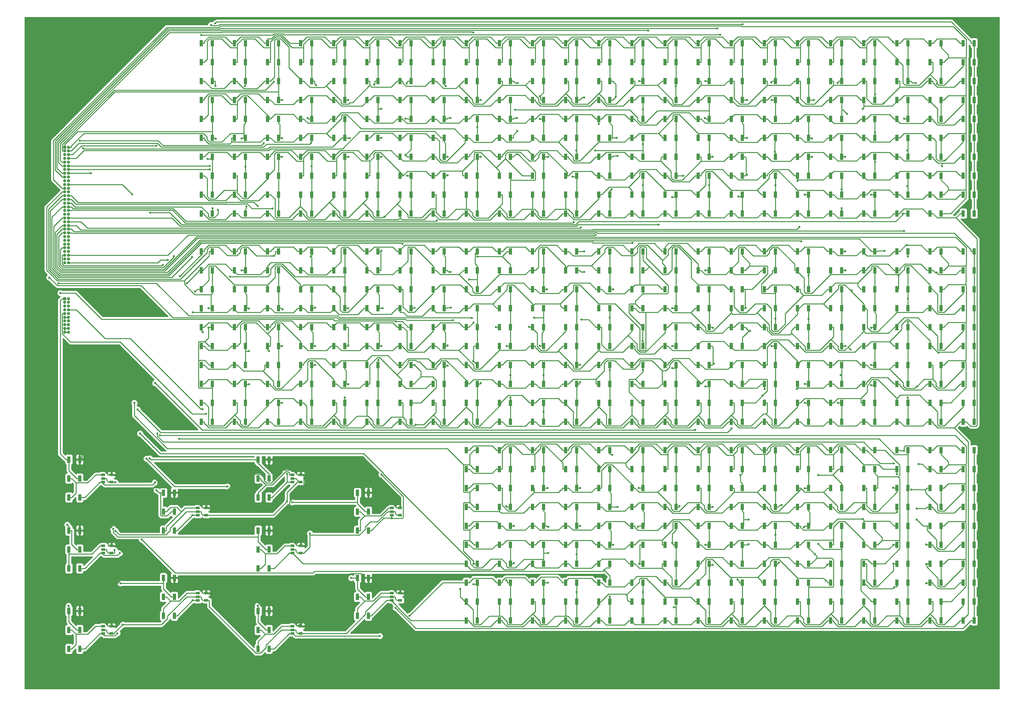
<source format=gbr>
G04 #@! TF.FileFunction,Copper,L1,Top,Signal*
%FSLAX46Y46*%
G04 Gerber Fmt 4.6, Leading zero omitted, Abs format (unit mm)*
G04 Created by KiCad (PCBNEW 4.0.7) date 04/12/19 18:07:42*
%MOMM*%
%LPD*%
G01*
G04 APERTURE LIST*
%ADD10C,0.100000*%
%ADD11R,0.850000X0.850000*%
%ADD12O,0.850000X0.850000*%
%ADD13R,0.900000X1.700000*%
%ADD14R,1.060000X0.650000*%
%ADD15C,0.600000*%
%ADD16C,0.250000*%
%ADD17C,0.254000*%
G04 APERTURE END LIST*
D10*
D11*
X26670000Y-50800000D03*
D12*
X27670000Y-50800000D03*
X26670000Y-51800000D03*
X27670000Y-51800000D03*
X26670000Y-52800000D03*
X27670000Y-52800000D03*
X26670000Y-53800000D03*
X27670000Y-53800000D03*
X26670000Y-54800000D03*
X27670000Y-54800000D03*
X26670000Y-55800000D03*
X27670000Y-55800000D03*
X26670000Y-56800000D03*
X27670000Y-56800000D03*
X26670000Y-57800000D03*
X27670000Y-57800000D03*
X26670000Y-58800000D03*
X27670000Y-58800000D03*
X26670000Y-59800000D03*
X27670000Y-59800000D03*
X26670000Y-60800000D03*
X27670000Y-60800000D03*
X26670000Y-61800000D03*
X27670000Y-61800000D03*
X26670000Y-62800000D03*
X27670000Y-62800000D03*
X26670000Y-63800000D03*
X27670000Y-63800000D03*
X26670000Y-64800000D03*
X27670000Y-64800000D03*
X26670000Y-65800000D03*
X27670000Y-65800000D03*
X26670000Y-66800000D03*
X27670000Y-66800000D03*
X26670000Y-67800000D03*
X27670000Y-67800000D03*
X26670000Y-68800000D03*
X27670000Y-68800000D03*
X26670000Y-69800000D03*
X27670000Y-69800000D03*
X26670000Y-70800000D03*
X27670000Y-70800000D03*
X26670000Y-71800000D03*
X27670000Y-71800000D03*
X26670000Y-72800000D03*
X27670000Y-72800000D03*
X26670000Y-73800000D03*
X27670000Y-73800000D03*
X26670000Y-74800000D03*
X27670000Y-74800000D03*
X26670000Y-75800000D03*
X27670000Y-75800000D03*
X26670000Y-76800000D03*
X27670000Y-76800000D03*
X26670000Y-77800000D03*
X27670000Y-77800000D03*
X26670000Y-78800000D03*
X27670000Y-78800000D03*
X26670000Y-79800000D03*
X27670000Y-79800000D03*
X26670000Y-80800000D03*
X27670000Y-80800000D03*
X26670000Y-81800000D03*
X27670000Y-81800000D03*
D11*
X26670000Y-91440000D03*
D12*
X27670000Y-91440000D03*
X26670000Y-92440000D03*
X27670000Y-92440000D03*
X26670000Y-93440000D03*
X27670000Y-93440000D03*
X26670000Y-94440000D03*
X27670000Y-94440000D03*
X26670000Y-95440000D03*
X27670000Y-95440000D03*
X26670000Y-96440000D03*
X27670000Y-96440000D03*
X26670000Y-97440000D03*
X27670000Y-97440000D03*
X26670000Y-98440000D03*
X27670000Y-98440000D03*
X26670000Y-99440000D03*
X27670000Y-99440000D03*
X26670000Y-100440000D03*
X27670000Y-100440000D03*
D13*
X27760000Y-144780000D03*
X30660000Y-144780000D03*
X63320000Y-22860000D03*
X66220000Y-22860000D03*
X63320000Y-27940000D03*
X66220000Y-27940000D03*
X63320000Y-33020000D03*
X66220000Y-33020000D03*
X63320000Y-38100000D03*
X66220000Y-38100000D03*
X63320000Y-43180000D03*
X66220000Y-43180000D03*
X63320000Y-48260000D03*
X66220000Y-48260000D03*
X63320000Y-53340000D03*
X66220000Y-53340000D03*
X63320000Y-58420000D03*
X66220000Y-58420000D03*
X63320000Y-63500000D03*
X66220000Y-63500000D03*
X63320000Y-68580000D03*
X66220000Y-68580000D03*
X27760000Y-163830000D03*
X30660000Y-163830000D03*
X72210000Y-22860000D03*
X75110000Y-22860000D03*
X72210000Y-27940000D03*
X75110000Y-27940000D03*
X72210000Y-33020000D03*
X75110000Y-33020000D03*
X72210000Y-38100000D03*
X75110000Y-38100000D03*
X72210000Y-43180000D03*
X75110000Y-43180000D03*
X72210000Y-48260000D03*
X75110000Y-48260000D03*
X72210000Y-53340000D03*
X75110000Y-53340000D03*
X72210000Y-58420000D03*
X75110000Y-58420000D03*
X72210000Y-63500000D03*
X75110000Y-63500000D03*
X72210000Y-68580000D03*
X75110000Y-68580000D03*
X27760000Y-185420000D03*
X30660000Y-185420000D03*
X81100000Y-22860000D03*
X84000000Y-22860000D03*
X81100000Y-27940000D03*
X84000000Y-27940000D03*
X81100000Y-33020000D03*
X84000000Y-33020000D03*
X81100000Y-38100000D03*
X84000000Y-38100000D03*
X81100000Y-43180000D03*
X84000000Y-43180000D03*
X81100000Y-48260000D03*
X84000000Y-48260000D03*
X81100000Y-53340000D03*
X84000000Y-53340000D03*
X81100000Y-58420000D03*
X84000000Y-58420000D03*
X81100000Y-63500000D03*
X84000000Y-63500000D03*
X81100000Y-68580000D03*
X84000000Y-68580000D03*
X53160000Y-153670000D03*
X56060000Y-153670000D03*
X89990000Y-22860000D03*
X92890000Y-22860000D03*
X89990000Y-27940000D03*
X92890000Y-27940000D03*
X89990000Y-33020000D03*
X92890000Y-33020000D03*
X89990000Y-38100000D03*
X92890000Y-38100000D03*
X89990000Y-43180000D03*
X92890000Y-43180000D03*
X89990000Y-48260000D03*
X92890000Y-48260000D03*
X89990000Y-53340000D03*
X92890000Y-53340000D03*
X89990000Y-58420000D03*
X92890000Y-58420000D03*
X89990000Y-63500000D03*
X92890000Y-63500000D03*
X89990000Y-68580000D03*
X92890000Y-68580000D03*
X53160000Y-176530000D03*
X56060000Y-176530000D03*
X98880000Y-22860000D03*
X101780000Y-22860000D03*
X98880000Y-27940000D03*
X101780000Y-27940000D03*
X98880000Y-33020000D03*
X101780000Y-33020000D03*
X98880000Y-38100000D03*
X101780000Y-38100000D03*
X98880000Y-43180000D03*
X101780000Y-43180000D03*
X98880000Y-48260000D03*
X101780000Y-48260000D03*
X98880000Y-53340000D03*
X101780000Y-53340000D03*
X98880000Y-58420000D03*
X101780000Y-58420000D03*
X98880000Y-63500000D03*
X101780000Y-63500000D03*
X98880000Y-68580000D03*
X101780000Y-68580000D03*
X78560000Y-144780000D03*
X81460000Y-144780000D03*
X107770000Y-22860000D03*
X110670000Y-22860000D03*
X107770000Y-27940000D03*
X110670000Y-27940000D03*
X107770000Y-33020000D03*
X110670000Y-33020000D03*
X107770000Y-38100000D03*
X110670000Y-38100000D03*
X107770000Y-43180000D03*
X110670000Y-43180000D03*
X107770000Y-48260000D03*
X110670000Y-48260000D03*
X107770000Y-53340000D03*
X110670000Y-53340000D03*
X107770000Y-58420000D03*
X110670000Y-58420000D03*
X107770000Y-63500000D03*
X110670000Y-63500000D03*
X107770000Y-68580000D03*
X110670000Y-68580000D03*
X78560000Y-163830000D03*
X81460000Y-163830000D03*
X116660000Y-22860000D03*
X119560000Y-22860000D03*
X116660000Y-27940000D03*
X119560000Y-27940000D03*
X116660000Y-33020000D03*
X119560000Y-33020000D03*
X116660000Y-38100000D03*
X119560000Y-38100000D03*
X116660000Y-43180000D03*
X119560000Y-43180000D03*
X116660000Y-48260000D03*
X119560000Y-48260000D03*
X116660000Y-53340000D03*
X119560000Y-53340000D03*
X116660000Y-58420000D03*
X119560000Y-58420000D03*
X116660000Y-63500000D03*
X119560000Y-63500000D03*
X116660000Y-68580000D03*
X119560000Y-68580000D03*
X78560000Y-185420000D03*
X81460000Y-185420000D03*
X125550000Y-22860000D03*
X128450000Y-22860000D03*
X125550000Y-27940000D03*
X128450000Y-27940000D03*
X125550000Y-33020000D03*
X128450000Y-33020000D03*
X125550000Y-38100000D03*
X128450000Y-38100000D03*
X125550000Y-43180000D03*
X128450000Y-43180000D03*
X125550000Y-48260000D03*
X128450000Y-48260000D03*
X125550000Y-53340000D03*
X128450000Y-53340000D03*
X125550000Y-58420000D03*
X128450000Y-58420000D03*
X125550000Y-63500000D03*
X128450000Y-63500000D03*
X125550000Y-68580000D03*
X128450000Y-68580000D03*
X105230000Y-153670000D03*
X108130000Y-153670000D03*
X134440000Y-22860000D03*
X137340000Y-22860000D03*
X134440000Y-27940000D03*
X137340000Y-27940000D03*
X134440000Y-33020000D03*
X137340000Y-33020000D03*
X134440000Y-38100000D03*
X137340000Y-38100000D03*
X134440000Y-43180000D03*
X137340000Y-43180000D03*
X134440000Y-48260000D03*
X137340000Y-48260000D03*
X134440000Y-53340000D03*
X137340000Y-53340000D03*
X134440000Y-58420000D03*
X137340000Y-58420000D03*
X134440000Y-63500000D03*
X137340000Y-63500000D03*
X134440000Y-68580000D03*
X137340000Y-68580000D03*
X105230000Y-176530000D03*
X108130000Y-176530000D03*
X143330000Y-22860000D03*
X146230000Y-22860000D03*
X143330000Y-27940000D03*
X146230000Y-27940000D03*
X143330000Y-33020000D03*
X146230000Y-33020000D03*
X143330000Y-38100000D03*
X146230000Y-38100000D03*
X143330000Y-43180000D03*
X146230000Y-43180000D03*
X143330000Y-48260000D03*
X146230000Y-48260000D03*
X143330000Y-53340000D03*
X146230000Y-53340000D03*
X143330000Y-58420000D03*
X146230000Y-58420000D03*
X143330000Y-63500000D03*
X146230000Y-63500000D03*
X143330000Y-68580000D03*
X146230000Y-68580000D03*
X152220000Y-22860000D03*
X155120000Y-22860000D03*
X152220000Y-27940000D03*
X155120000Y-27940000D03*
X152220000Y-33020000D03*
X155120000Y-33020000D03*
X152220000Y-38100000D03*
X155120000Y-38100000D03*
X152220000Y-43180000D03*
X155120000Y-43180000D03*
X152220000Y-48260000D03*
X155120000Y-48260000D03*
X152220000Y-53340000D03*
X155120000Y-53340000D03*
X152220000Y-58420000D03*
X155120000Y-58420000D03*
X152220000Y-63500000D03*
X155120000Y-63500000D03*
X152220000Y-68580000D03*
X155120000Y-68580000D03*
X161110000Y-22860000D03*
X164010000Y-22860000D03*
X161110000Y-27940000D03*
X164010000Y-27940000D03*
X161110000Y-33020000D03*
X164010000Y-33020000D03*
X161110000Y-38100000D03*
X164010000Y-38100000D03*
X161110000Y-43180000D03*
X164010000Y-43180000D03*
X161110000Y-48260000D03*
X164010000Y-48260000D03*
X161110000Y-53340000D03*
X164010000Y-53340000D03*
X161110000Y-58420000D03*
X164010000Y-58420000D03*
X161110000Y-63500000D03*
X164010000Y-63500000D03*
X161110000Y-68580000D03*
X164010000Y-68580000D03*
X170000000Y-22860000D03*
X172900000Y-22860000D03*
X170000000Y-27940000D03*
X172900000Y-27940000D03*
X170000000Y-33020000D03*
X172900000Y-33020000D03*
X170000000Y-38100000D03*
X172900000Y-38100000D03*
X170000000Y-43180000D03*
X172900000Y-43180000D03*
X170000000Y-48260000D03*
X172900000Y-48260000D03*
X170000000Y-53340000D03*
X172900000Y-53340000D03*
X170000000Y-58420000D03*
X172900000Y-58420000D03*
X170000000Y-63500000D03*
X172900000Y-63500000D03*
X170000000Y-68580000D03*
X172900000Y-68580000D03*
X178890000Y-22860000D03*
X181790000Y-22860000D03*
X178890000Y-27940000D03*
X181790000Y-27940000D03*
X178890000Y-33020000D03*
X181790000Y-33020000D03*
X178890000Y-38100000D03*
X181790000Y-38100000D03*
X178890000Y-43180000D03*
X181790000Y-43180000D03*
X178890000Y-48260000D03*
X181790000Y-48260000D03*
X178890000Y-53340000D03*
X181790000Y-53340000D03*
X178890000Y-58420000D03*
X181790000Y-58420000D03*
X178890000Y-63500000D03*
X181790000Y-63500000D03*
X178890000Y-68580000D03*
X181790000Y-68580000D03*
X187780000Y-22860000D03*
X190680000Y-22860000D03*
X187780000Y-27940000D03*
X190680000Y-27940000D03*
X187780000Y-33020000D03*
X190680000Y-33020000D03*
X187780000Y-38100000D03*
X190680000Y-38100000D03*
X187780000Y-43180000D03*
X190680000Y-43180000D03*
X187780000Y-48260000D03*
X190680000Y-48260000D03*
X187780000Y-53340000D03*
X190680000Y-53340000D03*
X187780000Y-58420000D03*
X190680000Y-58420000D03*
X187780000Y-63500000D03*
X190680000Y-63500000D03*
X187780000Y-68580000D03*
X190680000Y-68580000D03*
X196670000Y-22860000D03*
X199570000Y-22860000D03*
X196670000Y-27940000D03*
X199570000Y-27940000D03*
X196670000Y-33020000D03*
X199570000Y-33020000D03*
X196670000Y-38100000D03*
X199570000Y-38100000D03*
X196670000Y-43180000D03*
X199570000Y-43180000D03*
X196670000Y-48260000D03*
X199570000Y-48260000D03*
X196670000Y-53340000D03*
X199570000Y-53340000D03*
X196670000Y-58420000D03*
X199570000Y-58420000D03*
X196670000Y-63500000D03*
X199570000Y-63500000D03*
X196670000Y-68580000D03*
X199570000Y-68580000D03*
X205560000Y-22860000D03*
X208460000Y-22860000D03*
X205560000Y-27940000D03*
X208460000Y-27940000D03*
X205560000Y-33020000D03*
X208460000Y-33020000D03*
X205560000Y-38100000D03*
X208460000Y-38100000D03*
X205560000Y-43180000D03*
X208460000Y-43180000D03*
X205560000Y-48260000D03*
X208460000Y-48260000D03*
X205560000Y-53340000D03*
X208460000Y-53340000D03*
X205560000Y-58420000D03*
X208460000Y-58420000D03*
X205560000Y-63500000D03*
X208460000Y-63500000D03*
X205560000Y-68580000D03*
X208460000Y-68580000D03*
X214450000Y-22860000D03*
X217350000Y-22860000D03*
X214450000Y-27940000D03*
X217350000Y-27940000D03*
X214450000Y-33020000D03*
X217350000Y-33020000D03*
X214450000Y-38100000D03*
X217350000Y-38100000D03*
X214450000Y-43180000D03*
X217350000Y-43180000D03*
X214450000Y-48260000D03*
X217350000Y-48260000D03*
X214450000Y-53340000D03*
X217350000Y-53340000D03*
X214450000Y-58420000D03*
X217350000Y-58420000D03*
X214450000Y-63500000D03*
X217350000Y-63500000D03*
X214450000Y-68580000D03*
X217350000Y-68580000D03*
X223340000Y-22860000D03*
X226240000Y-22860000D03*
X223340000Y-27940000D03*
X226240000Y-27940000D03*
X223340000Y-33020000D03*
X226240000Y-33020000D03*
X223340000Y-38100000D03*
X226240000Y-38100000D03*
X223340000Y-43180000D03*
X226240000Y-43180000D03*
X223340000Y-48260000D03*
X226240000Y-48260000D03*
X223340000Y-53340000D03*
X226240000Y-53340000D03*
X223340000Y-58420000D03*
X226240000Y-58420000D03*
X223340000Y-63500000D03*
X226240000Y-63500000D03*
X223340000Y-68580000D03*
X226240000Y-68580000D03*
X232230000Y-22860000D03*
X235130000Y-22860000D03*
X232230000Y-27940000D03*
X235130000Y-27940000D03*
X232230000Y-33020000D03*
X235130000Y-33020000D03*
X232230000Y-38100000D03*
X235130000Y-38100000D03*
X232230000Y-43180000D03*
X235130000Y-43180000D03*
X232230000Y-48260000D03*
X235130000Y-48260000D03*
X232230000Y-53340000D03*
X235130000Y-53340000D03*
X232230000Y-58420000D03*
X235130000Y-58420000D03*
X232230000Y-63500000D03*
X235130000Y-63500000D03*
X232230000Y-68580000D03*
X235130000Y-68580000D03*
X241120000Y-22860000D03*
X244020000Y-22860000D03*
X241120000Y-27940000D03*
X244020000Y-27940000D03*
X241120000Y-33020000D03*
X244020000Y-33020000D03*
X241120000Y-38100000D03*
X244020000Y-38100000D03*
X241120000Y-43180000D03*
X244020000Y-43180000D03*
X241120000Y-48260000D03*
X244020000Y-48260000D03*
X241120000Y-53340000D03*
X244020000Y-53340000D03*
X241120000Y-58420000D03*
X244020000Y-58420000D03*
X241120000Y-63500000D03*
X244020000Y-63500000D03*
X241120000Y-68580000D03*
X244020000Y-68580000D03*
X250010000Y-22860000D03*
X252910000Y-22860000D03*
X250010000Y-27940000D03*
X252910000Y-27940000D03*
X250010000Y-33020000D03*
X252910000Y-33020000D03*
X250010000Y-38100000D03*
X252910000Y-38100000D03*
X250010000Y-43180000D03*
X252910000Y-43180000D03*
X250010000Y-48260000D03*
X252910000Y-48260000D03*
X250010000Y-53340000D03*
X252910000Y-53340000D03*
X250010000Y-58420000D03*
X252910000Y-58420000D03*
X250010000Y-63500000D03*
X252910000Y-63500000D03*
X250010000Y-68580000D03*
X252910000Y-68580000D03*
X258900000Y-22860000D03*
X261800000Y-22860000D03*
X258900000Y-27940000D03*
X261800000Y-27940000D03*
X258900000Y-33020000D03*
X261800000Y-33020000D03*
X258900000Y-38100000D03*
X261800000Y-38100000D03*
X258900000Y-43180000D03*
X261800000Y-43180000D03*
X258900000Y-48260000D03*
X261800000Y-48260000D03*
X258900000Y-53340000D03*
X261800000Y-53340000D03*
X258900000Y-58420000D03*
X261800000Y-58420000D03*
X258900000Y-63500000D03*
X261800000Y-63500000D03*
X258900000Y-68580000D03*
X261800000Y-68580000D03*
X267790000Y-22860000D03*
X270690000Y-22860000D03*
X267790000Y-27940000D03*
X270690000Y-27940000D03*
X267790000Y-33020000D03*
X270690000Y-33020000D03*
X267790000Y-38100000D03*
X270690000Y-38100000D03*
X267790000Y-43180000D03*
X270690000Y-43180000D03*
X267790000Y-48260000D03*
X270690000Y-48260000D03*
X267790000Y-53340000D03*
X270690000Y-53340000D03*
X267790000Y-58420000D03*
X270690000Y-58420000D03*
X267790000Y-63500000D03*
X270690000Y-63500000D03*
X267790000Y-68580000D03*
X270690000Y-68580000D03*
X63320000Y-78740000D03*
X66220000Y-78740000D03*
X63320000Y-83820000D03*
X66220000Y-83820000D03*
X63320000Y-88900000D03*
X66220000Y-88900000D03*
X63320000Y-93980000D03*
X66220000Y-93980000D03*
X63320000Y-99060000D03*
X66220000Y-99060000D03*
X63320000Y-104140000D03*
X66220000Y-104140000D03*
X63320000Y-109220000D03*
X66220000Y-109220000D03*
X63320000Y-114300000D03*
X66220000Y-114300000D03*
X63320000Y-119380000D03*
X66220000Y-119380000D03*
X63320000Y-124460000D03*
X66220000Y-124460000D03*
X72210000Y-78740000D03*
X75110000Y-78740000D03*
X72210000Y-83820000D03*
X75110000Y-83820000D03*
X72210000Y-88900000D03*
X75110000Y-88900000D03*
X72210000Y-93980000D03*
X75110000Y-93980000D03*
X72210000Y-99060000D03*
X75110000Y-99060000D03*
X72210000Y-104140000D03*
X75110000Y-104140000D03*
X72210000Y-109220000D03*
X75110000Y-109220000D03*
X72210000Y-114300000D03*
X75110000Y-114300000D03*
X72210000Y-119380000D03*
X75110000Y-119380000D03*
X72210000Y-124460000D03*
X75110000Y-124460000D03*
X81100000Y-78740000D03*
X84000000Y-78740000D03*
X81100000Y-83820000D03*
X84000000Y-83820000D03*
X81100000Y-88900000D03*
X84000000Y-88900000D03*
X81100000Y-93980000D03*
X84000000Y-93980000D03*
X81100000Y-99060000D03*
X84000000Y-99060000D03*
X81100000Y-104140000D03*
X84000000Y-104140000D03*
X81100000Y-109220000D03*
X84000000Y-109220000D03*
X81100000Y-114300000D03*
X84000000Y-114300000D03*
X81100000Y-119380000D03*
X84000000Y-119380000D03*
X81100000Y-124460000D03*
X84000000Y-124460000D03*
X89990000Y-78740000D03*
X92890000Y-78740000D03*
X89990000Y-83820000D03*
X92890000Y-83820000D03*
X89990000Y-88900000D03*
X92890000Y-88900000D03*
X89990000Y-93980000D03*
X92890000Y-93980000D03*
X89990000Y-99060000D03*
X92890000Y-99060000D03*
X89990000Y-104140000D03*
X92890000Y-104140000D03*
X89990000Y-109220000D03*
X92890000Y-109220000D03*
X89990000Y-114300000D03*
X92890000Y-114300000D03*
X89990000Y-119380000D03*
X92890000Y-119380000D03*
X89990000Y-124460000D03*
X92890000Y-124460000D03*
X98880000Y-78740000D03*
X101780000Y-78740000D03*
X98880000Y-83820000D03*
X101780000Y-83820000D03*
X98880000Y-88900000D03*
X101780000Y-88900000D03*
X98880000Y-93980000D03*
X101780000Y-93980000D03*
X98880000Y-99060000D03*
X101780000Y-99060000D03*
X98880000Y-104140000D03*
X101780000Y-104140000D03*
X98880000Y-109220000D03*
X101780000Y-109220000D03*
X98880000Y-114300000D03*
X101780000Y-114300000D03*
X98880000Y-119380000D03*
X101780000Y-119380000D03*
X98880000Y-124460000D03*
X101780000Y-124460000D03*
X107770000Y-78740000D03*
X110670000Y-78740000D03*
X107770000Y-83820000D03*
X110670000Y-83820000D03*
X107770000Y-88900000D03*
X110670000Y-88900000D03*
X107770000Y-93980000D03*
X110670000Y-93980000D03*
X107770000Y-99060000D03*
X110670000Y-99060000D03*
X107770000Y-104140000D03*
X110670000Y-104140000D03*
X107770000Y-109220000D03*
X110670000Y-109220000D03*
X107770000Y-114300000D03*
X110670000Y-114300000D03*
X107770000Y-119380000D03*
X110670000Y-119380000D03*
X107770000Y-124460000D03*
X110670000Y-124460000D03*
X116660000Y-78740000D03*
X119560000Y-78740000D03*
X116660000Y-83820000D03*
X119560000Y-83820000D03*
X116660000Y-88900000D03*
X119560000Y-88900000D03*
X116660000Y-93980000D03*
X119560000Y-93980000D03*
X116660000Y-99060000D03*
X119560000Y-99060000D03*
X116660000Y-104140000D03*
X119560000Y-104140000D03*
X116660000Y-109220000D03*
X119560000Y-109220000D03*
X116660000Y-114300000D03*
X119560000Y-114300000D03*
X116660000Y-119380000D03*
X119560000Y-119380000D03*
X116660000Y-124460000D03*
X119560000Y-124460000D03*
X125550000Y-78740000D03*
X128450000Y-78740000D03*
X125550000Y-83820000D03*
X128450000Y-83820000D03*
X125550000Y-88900000D03*
X128450000Y-88900000D03*
X125550000Y-93980000D03*
X128450000Y-93980000D03*
X125550000Y-99060000D03*
X128450000Y-99060000D03*
X125550000Y-104140000D03*
X128450000Y-104140000D03*
X125550000Y-109220000D03*
X128450000Y-109220000D03*
X125550000Y-114300000D03*
X128450000Y-114300000D03*
X125550000Y-119380000D03*
X128450000Y-119380000D03*
X125550000Y-124460000D03*
X128450000Y-124460000D03*
X134440000Y-78740000D03*
X137340000Y-78740000D03*
X134440000Y-83820000D03*
X137340000Y-83820000D03*
X134440000Y-88900000D03*
X137340000Y-88900000D03*
X134440000Y-93980000D03*
X137340000Y-93980000D03*
X134440000Y-99060000D03*
X137340000Y-99060000D03*
X134440000Y-104140000D03*
X137340000Y-104140000D03*
X134440000Y-109220000D03*
X137340000Y-109220000D03*
X134440000Y-114300000D03*
X137340000Y-114300000D03*
X134440000Y-119380000D03*
X137340000Y-119380000D03*
X134440000Y-124460000D03*
X137340000Y-124460000D03*
X143330000Y-78740000D03*
X146230000Y-78740000D03*
X143330000Y-83820000D03*
X146230000Y-83820000D03*
X143330000Y-88900000D03*
X146230000Y-88900000D03*
X143330000Y-93980000D03*
X146230000Y-93980000D03*
X143330000Y-99060000D03*
X146230000Y-99060000D03*
X143330000Y-104140000D03*
X146230000Y-104140000D03*
X143330000Y-109220000D03*
X146230000Y-109220000D03*
X143330000Y-114300000D03*
X146230000Y-114300000D03*
X143330000Y-119380000D03*
X146230000Y-119380000D03*
X143330000Y-124460000D03*
X146230000Y-124460000D03*
X152220000Y-78740000D03*
X155120000Y-78740000D03*
X152220000Y-83820000D03*
X155120000Y-83820000D03*
X152220000Y-88900000D03*
X155120000Y-88900000D03*
X152220000Y-93980000D03*
X155120000Y-93980000D03*
X152220000Y-99060000D03*
X155120000Y-99060000D03*
X152220000Y-104140000D03*
X155120000Y-104140000D03*
X152220000Y-109220000D03*
X155120000Y-109220000D03*
X152220000Y-114300000D03*
X155120000Y-114300000D03*
X152220000Y-119380000D03*
X155120000Y-119380000D03*
X152220000Y-124460000D03*
X155120000Y-124460000D03*
X161110000Y-78740000D03*
X164010000Y-78740000D03*
X161110000Y-83820000D03*
X164010000Y-83820000D03*
X161110000Y-88900000D03*
X164010000Y-88900000D03*
X161110000Y-93980000D03*
X164010000Y-93980000D03*
X161110000Y-99060000D03*
X164010000Y-99060000D03*
X161110000Y-104140000D03*
X164010000Y-104140000D03*
X161110000Y-109220000D03*
X164010000Y-109220000D03*
X161110000Y-114300000D03*
X164010000Y-114300000D03*
X161110000Y-119380000D03*
X164010000Y-119380000D03*
X161110000Y-124460000D03*
X164010000Y-124460000D03*
X170000000Y-78740000D03*
X172900000Y-78740000D03*
X170000000Y-83820000D03*
X172900000Y-83820000D03*
X170000000Y-88900000D03*
X172900000Y-88900000D03*
X170000000Y-93980000D03*
X172900000Y-93980000D03*
X170000000Y-99060000D03*
X172900000Y-99060000D03*
X170000000Y-104140000D03*
X172900000Y-104140000D03*
X170000000Y-109220000D03*
X172900000Y-109220000D03*
X170000000Y-114300000D03*
X172900000Y-114300000D03*
X170000000Y-119380000D03*
X172900000Y-119380000D03*
X170000000Y-124460000D03*
X172900000Y-124460000D03*
X178890000Y-78740000D03*
X181790000Y-78740000D03*
X178890000Y-83820000D03*
X181790000Y-83820000D03*
X178890000Y-88900000D03*
X181790000Y-88900000D03*
X178890000Y-93980000D03*
X181790000Y-93980000D03*
X178890000Y-99060000D03*
X181790000Y-99060000D03*
X178890000Y-104140000D03*
X181790000Y-104140000D03*
X178890000Y-109220000D03*
X181790000Y-109220000D03*
X178890000Y-114300000D03*
X181790000Y-114300000D03*
X178890000Y-119380000D03*
X181790000Y-119380000D03*
X178890000Y-124460000D03*
X181790000Y-124460000D03*
X187780000Y-78740000D03*
X190680000Y-78740000D03*
X187780000Y-83820000D03*
X190680000Y-83820000D03*
X187780000Y-88900000D03*
X190680000Y-88900000D03*
X187780000Y-93980000D03*
X190680000Y-93980000D03*
X187780000Y-99060000D03*
X190680000Y-99060000D03*
X187780000Y-104140000D03*
X190680000Y-104140000D03*
X187780000Y-109220000D03*
X190680000Y-109220000D03*
X187780000Y-114300000D03*
X190680000Y-114300000D03*
X187780000Y-119380000D03*
X190680000Y-119380000D03*
X187780000Y-124460000D03*
X190680000Y-124460000D03*
X196670000Y-78740000D03*
X199570000Y-78740000D03*
X196670000Y-83820000D03*
X199570000Y-83820000D03*
X196670000Y-88900000D03*
X199570000Y-88900000D03*
X196670000Y-93980000D03*
X199570000Y-93980000D03*
X196670000Y-99060000D03*
X199570000Y-99060000D03*
X196670000Y-104140000D03*
X199570000Y-104140000D03*
X196670000Y-109220000D03*
X199570000Y-109220000D03*
X196670000Y-114300000D03*
X199570000Y-114300000D03*
X196670000Y-119380000D03*
X199570000Y-119380000D03*
X196670000Y-124460000D03*
X199570000Y-124460000D03*
X205560000Y-78740000D03*
X208460000Y-78740000D03*
X205560000Y-83820000D03*
X208460000Y-83820000D03*
X205560000Y-88900000D03*
X208460000Y-88900000D03*
X205560000Y-93980000D03*
X208460000Y-93980000D03*
X205560000Y-99060000D03*
X208460000Y-99060000D03*
X205560000Y-104140000D03*
X208460000Y-104140000D03*
X205560000Y-109220000D03*
X208460000Y-109220000D03*
X205560000Y-114300000D03*
X208460000Y-114300000D03*
X205560000Y-119380000D03*
X208460000Y-119380000D03*
X205560000Y-124460000D03*
X208460000Y-124460000D03*
X214450000Y-78740000D03*
X217350000Y-78740000D03*
X214450000Y-83820000D03*
X217350000Y-83820000D03*
X214450000Y-88900000D03*
X217350000Y-88900000D03*
X214450000Y-93980000D03*
X217350000Y-93980000D03*
X214450000Y-99060000D03*
X217350000Y-99060000D03*
X214450000Y-104140000D03*
X217350000Y-104140000D03*
X214450000Y-109220000D03*
X217350000Y-109220000D03*
X214450000Y-114300000D03*
X217350000Y-114300000D03*
X214450000Y-119380000D03*
X217350000Y-119380000D03*
X214450000Y-124460000D03*
X217350000Y-124460000D03*
X223340000Y-78740000D03*
X226240000Y-78740000D03*
X223340000Y-83820000D03*
X226240000Y-83820000D03*
X223340000Y-88900000D03*
X226240000Y-88900000D03*
X223340000Y-93980000D03*
X226240000Y-93980000D03*
X223340000Y-99060000D03*
X226240000Y-99060000D03*
X223340000Y-104140000D03*
X226240000Y-104140000D03*
X223340000Y-109220000D03*
X226240000Y-109220000D03*
X223340000Y-114300000D03*
X226240000Y-114300000D03*
X223340000Y-119380000D03*
X226240000Y-119380000D03*
X223340000Y-124460000D03*
X226240000Y-124460000D03*
X232230000Y-78740000D03*
X235130000Y-78740000D03*
X232230000Y-83820000D03*
X235130000Y-83820000D03*
X232230000Y-88900000D03*
X235130000Y-88900000D03*
X232230000Y-93980000D03*
X235130000Y-93980000D03*
X232230000Y-99060000D03*
X235130000Y-99060000D03*
X232230000Y-104140000D03*
X235130000Y-104140000D03*
X232230000Y-109220000D03*
X235130000Y-109220000D03*
X232230000Y-114300000D03*
X235130000Y-114300000D03*
X232230000Y-119380000D03*
X235130000Y-119380000D03*
X232230000Y-124460000D03*
X235130000Y-124460000D03*
X241120000Y-78740000D03*
X244020000Y-78740000D03*
X241120000Y-83820000D03*
X244020000Y-83820000D03*
X241120000Y-88900000D03*
X244020000Y-88900000D03*
X241120000Y-93980000D03*
X244020000Y-93980000D03*
X241120000Y-99060000D03*
X244020000Y-99060000D03*
X241120000Y-104140000D03*
X244020000Y-104140000D03*
X241120000Y-109220000D03*
X244020000Y-109220000D03*
X241120000Y-114300000D03*
X244020000Y-114300000D03*
X241120000Y-119380000D03*
X244020000Y-119380000D03*
X241120000Y-124460000D03*
X244020000Y-124460000D03*
X250010000Y-78740000D03*
X252910000Y-78740000D03*
X250010000Y-83820000D03*
X252910000Y-83820000D03*
X250010000Y-88900000D03*
X252910000Y-88900000D03*
X250010000Y-93980000D03*
X252910000Y-93980000D03*
X250010000Y-99060000D03*
X252910000Y-99060000D03*
X250010000Y-104140000D03*
X252910000Y-104140000D03*
X250010000Y-109220000D03*
X252910000Y-109220000D03*
X250010000Y-114300000D03*
X252910000Y-114300000D03*
X250010000Y-119380000D03*
X252910000Y-119380000D03*
X250010000Y-124460000D03*
X252910000Y-124460000D03*
X258900000Y-78740000D03*
X261800000Y-78740000D03*
X258900000Y-83820000D03*
X261800000Y-83820000D03*
X258900000Y-88900000D03*
X261800000Y-88900000D03*
X258900000Y-93980000D03*
X261800000Y-93980000D03*
X258900000Y-99060000D03*
X261800000Y-99060000D03*
X258900000Y-104140000D03*
X261800000Y-104140000D03*
X258900000Y-109220000D03*
X261800000Y-109220000D03*
X258900000Y-114300000D03*
X261800000Y-114300000D03*
X258900000Y-119380000D03*
X261800000Y-119380000D03*
X258900000Y-124460000D03*
X261800000Y-124460000D03*
X267790000Y-78740000D03*
X270690000Y-78740000D03*
X267790000Y-83820000D03*
X270690000Y-83820000D03*
X267790000Y-88900000D03*
X270690000Y-88900000D03*
X267790000Y-93980000D03*
X270690000Y-93980000D03*
X267790000Y-99060000D03*
X270690000Y-99060000D03*
X267790000Y-104140000D03*
X270690000Y-104140000D03*
X267790000Y-109220000D03*
X270690000Y-109220000D03*
X267790000Y-114300000D03*
X270690000Y-114300000D03*
X267790000Y-119380000D03*
X270690000Y-119380000D03*
X267790000Y-124460000D03*
X270690000Y-124460000D03*
X134440000Y-132080000D03*
X137340000Y-132080000D03*
X134440000Y-137160000D03*
X137340000Y-137160000D03*
X134440000Y-142240000D03*
X137340000Y-142240000D03*
X134440000Y-147320000D03*
X137340000Y-147320000D03*
X134440000Y-152400000D03*
X137340000Y-152400000D03*
X134440000Y-157480000D03*
X137340000Y-157480000D03*
X134440000Y-162560000D03*
X137340000Y-162560000D03*
X134440000Y-167640000D03*
X137340000Y-167640000D03*
X134440000Y-172720000D03*
X137340000Y-172720000D03*
X134440000Y-177800000D03*
X137340000Y-177800000D03*
X143330000Y-132080000D03*
X146230000Y-132080000D03*
X143330000Y-137160000D03*
X146230000Y-137160000D03*
X143330000Y-142240000D03*
X146230000Y-142240000D03*
X143330000Y-147320000D03*
X146230000Y-147320000D03*
X143330000Y-152400000D03*
X146230000Y-152400000D03*
X143330000Y-157480000D03*
X146230000Y-157480000D03*
X143330000Y-162560000D03*
X146230000Y-162560000D03*
X143330000Y-167640000D03*
X146230000Y-167640000D03*
X143330000Y-172720000D03*
X146230000Y-172720000D03*
X143330000Y-177800000D03*
X146230000Y-177800000D03*
X152220000Y-132080000D03*
X155120000Y-132080000D03*
X152220000Y-137160000D03*
X155120000Y-137160000D03*
X152220000Y-142240000D03*
X155120000Y-142240000D03*
X152220000Y-147320000D03*
X155120000Y-147320000D03*
X152220000Y-152400000D03*
X155120000Y-152400000D03*
X152220000Y-157480000D03*
X155120000Y-157480000D03*
X152220000Y-162560000D03*
X155120000Y-162560000D03*
X152220000Y-167640000D03*
X155120000Y-167640000D03*
X152220000Y-172720000D03*
X155120000Y-172720000D03*
X152220000Y-177800000D03*
X155120000Y-177800000D03*
X161110000Y-132080000D03*
X164010000Y-132080000D03*
X161110000Y-137160000D03*
X164010000Y-137160000D03*
X161110000Y-142240000D03*
X164010000Y-142240000D03*
X161110000Y-147320000D03*
X164010000Y-147320000D03*
X161110000Y-152400000D03*
X164010000Y-152400000D03*
X161110000Y-157480000D03*
X164010000Y-157480000D03*
X161110000Y-162560000D03*
X164010000Y-162560000D03*
X161110000Y-167640000D03*
X164010000Y-167640000D03*
X161110000Y-172720000D03*
X164010000Y-172720000D03*
X161110000Y-177800000D03*
X164010000Y-177800000D03*
X170000000Y-132080000D03*
X172900000Y-132080000D03*
X170000000Y-137160000D03*
X172900000Y-137160000D03*
X170000000Y-142240000D03*
X172900000Y-142240000D03*
X170000000Y-147320000D03*
X172900000Y-147320000D03*
X170000000Y-152400000D03*
X172900000Y-152400000D03*
X170000000Y-157480000D03*
X172900000Y-157480000D03*
X170000000Y-162560000D03*
X172900000Y-162560000D03*
X170000000Y-167640000D03*
X172900000Y-167640000D03*
X170000000Y-172720000D03*
X172900000Y-172720000D03*
X170000000Y-177800000D03*
X172900000Y-177800000D03*
X178890000Y-132080000D03*
X181790000Y-132080000D03*
X178890000Y-137160000D03*
X181790000Y-137160000D03*
X178890000Y-142240000D03*
X181790000Y-142240000D03*
X178890000Y-147320000D03*
X181790000Y-147320000D03*
X178890000Y-152400000D03*
X181790000Y-152400000D03*
X178890000Y-157480000D03*
X181790000Y-157480000D03*
X178890000Y-162560000D03*
X181790000Y-162560000D03*
X178890000Y-167640000D03*
X181790000Y-167640000D03*
X178890000Y-172720000D03*
X181790000Y-172720000D03*
X178890000Y-177800000D03*
X181790000Y-177800000D03*
X187780000Y-132080000D03*
X190680000Y-132080000D03*
X187780000Y-137160000D03*
X190680000Y-137160000D03*
X187780000Y-142240000D03*
X190680000Y-142240000D03*
X187780000Y-147320000D03*
X190680000Y-147320000D03*
X187780000Y-152400000D03*
X190680000Y-152400000D03*
X187780000Y-157480000D03*
X190680000Y-157480000D03*
X187780000Y-162560000D03*
X190680000Y-162560000D03*
X187780000Y-167640000D03*
X190680000Y-167640000D03*
X187780000Y-172720000D03*
X190680000Y-172720000D03*
X187780000Y-177800000D03*
X190680000Y-177800000D03*
X196670000Y-132080000D03*
X199570000Y-132080000D03*
X196670000Y-137160000D03*
X199570000Y-137160000D03*
X196670000Y-142240000D03*
X199570000Y-142240000D03*
X196670000Y-147320000D03*
X199570000Y-147320000D03*
X196670000Y-152400000D03*
X199570000Y-152400000D03*
X196670000Y-157480000D03*
X199570000Y-157480000D03*
X196670000Y-162560000D03*
X199570000Y-162560000D03*
X196670000Y-167640000D03*
X199570000Y-167640000D03*
X196670000Y-172720000D03*
X199570000Y-172720000D03*
X196670000Y-177800000D03*
X199570000Y-177800000D03*
X205560000Y-132080000D03*
X208460000Y-132080000D03*
X205560000Y-137160000D03*
X208460000Y-137160000D03*
X205560000Y-142240000D03*
X208460000Y-142240000D03*
X205560000Y-147320000D03*
X208460000Y-147320000D03*
X205560000Y-152400000D03*
X208460000Y-152400000D03*
X205560000Y-157480000D03*
X208460000Y-157480000D03*
X205560000Y-162560000D03*
X208460000Y-162560000D03*
X205560000Y-167640000D03*
X208460000Y-167640000D03*
X205560000Y-172720000D03*
X208460000Y-172720000D03*
X205560000Y-177800000D03*
X208460000Y-177800000D03*
X214450000Y-132080000D03*
X217350000Y-132080000D03*
X214450000Y-137160000D03*
X217350000Y-137160000D03*
X214450000Y-142240000D03*
X217350000Y-142240000D03*
X214450000Y-147320000D03*
X217350000Y-147320000D03*
X214450000Y-152400000D03*
X217350000Y-152400000D03*
X214450000Y-157480000D03*
X217350000Y-157480000D03*
X214450000Y-162560000D03*
X217350000Y-162560000D03*
X214450000Y-167640000D03*
X217350000Y-167640000D03*
X214450000Y-172720000D03*
X217350000Y-172720000D03*
X214450000Y-177800000D03*
X217350000Y-177800000D03*
X223340000Y-132080000D03*
X226240000Y-132080000D03*
X223340000Y-137160000D03*
X226240000Y-137160000D03*
X223340000Y-142240000D03*
X226240000Y-142240000D03*
X223340000Y-147320000D03*
X226240000Y-147320000D03*
X223340000Y-152400000D03*
X226240000Y-152400000D03*
X223340000Y-157480000D03*
X226240000Y-157480000D03*
X223340000Y-162560000D03*
X226240000Y-162560000D03*
X223340000Y-167640000D03*
X226240000Y-167640000D03*
X223340000Y-172720000D03*
X226240000Y-172720000D03*
X223340000Y-177800000D03*
X226240000Y-177800000D03*
X232230000Y-132080000D03*
X235130000Y-132080000D03*
X232230000Y-137160000D03*
X235130000Y-137160000D03*
X232230000Y-142240000D03*
X235130000Y-142240000D03*
X232230000Y-147320000D03*
X235130000Y-147320000D03*
X232230000Y-152400000D03*
X235130000Y-152400000D03*
X232230000Y-157480000D03*
X235130000Y-157480000D03*
X232230000Y-162560000D03*
X235130000Y-162560000D03*
X232230000Y-167640000D03*
X235130000Y-167640000D03*
X232230000Y-172720000D03*
X235130000Y-172720000D03*
X232230000Y-177800000D03*
X235130000Y-177800000D03*
X241120000Y-132080000D03*
X244020000Y-132080000D03*
X241120000Y-137160000D03*
X244020000Y-137160000D03*
X241120000Y-142240000D03*
X244020000Y-142240000D03*
X241120000Y-147320000D03*
X244020000Y-147320000D03*
X241120000Y-152400000D03*
X244020000Y-152400000D03*
X241120000Y-157480000D03*
X244020000Y-157480000D03*
X241120000Y-162560000D03*
X244020000Y-162560000D03*
X241120000Y-167640000D03*
X244020000Y-167640000D03*
X241120000Y-172720000D03*
X244020000Y-172720000D03*
X241120000Y-177800000D03*
X244020000Y-177800000D03*
X250010000Y-132080000D03*
X252910000Y-132080000D03*
X250010000Y-137160000D03*
X252910000Y-137160000D03*
X250010000Y-142240000D03*
X252910000Y-142240000D03*
X250010000Y-147320000D03*
X252910000Y-147320000D03*
X250010000Y-152400000D03*
X252910000Y-152400000D03*
X250010000Y-157480000D03*
X252910000Y-157480000D03*
X250010000Y-162560000D03*
X252910000Y-162560000D03*
X250010000Y-167640000D03*
X252910000Y-167640000D03*
X250010000Y-172720000D03*
X252910000Y-172720000D03*
X250010000Y-177800000D03*
X252910000Y-177800000D03*
X258900000Y-132080000D03*
X261800000Y-132080000D03*
X258900000Y-137160000D03*
X261800000Y-137160000D03*
X258900000Y-142240000D03*
X261800000Y-142240000D03*
X258900000Y-147320000D03*
X261800000Y-147320000D03*
X258900000Y-152400000D03*
X261800000Y-152400000D03*
X258900000Y-157480000D03*
X261800000Y-157480000D03*
X258900000Y-162560000D03*
X261800000Y-162560000D03*
X258900000Y-167640000D03*
X261800000Y-167640000D03*
X258900000Y-172720000D03*
X261800000Y-172720000D03*
X258900000Y-177800000D03*
X261800000Y-177800000D03*
X267790000Y-132080000D03*
X270690000Y-132080000D03*
X267790000Y-137160000D03*
X270690000Y-137160000D03*
X267790000Y-142240000D03*
X270690000Y-142240000D03*
X267790000Y-147320000D03*
X270690000Y-147320000D03*
X267790000Y-152400000D03*
X270690000Y-152400000D03*
X267790000Y-157480000D03*
X270690000Y-157480000D03*
X267790000Y-162560000D03*
X270690000Y-162560000D03*
X267790000Y-167640000D03*
X270690000Y-167640000D03*
X267790000Y-172720000D03*
X270690000Y-172720000D03*
X267790000Y-177800000D03*
X270690000Y-177800000D03*
D14*
X37000000Y-138750000D03*
X37000000Y-139700000D03*
X37000000Y-140650000D03*
X39200000Y-140650000D03*
X39200000Y-138750000D03*
X37000000Y-157800000D03*
X37000000Y-158750000D03*
X37000000Y-159700000D03*
X39200000Y-159700000D03*
X39200000Y-157800000D03*
X37000000Y-179390000D03*
X37000000Y-180340000D03*
X37000000Y-181290000D03*
X39200000Y-181290000D03*
X39200000Y-179390000D03*
X62400000Y-147640000D03*
X62400000Y-148590000D03*
X62400000Y-149540000D03*
X64600000Y-149540000D03*
X64600000Y-147640000D03*
X62400000Y-170500000D03*
X62400000Y-171450000D03*
X62400000Y-172400000D03*
X64600000Y-172400000D03*
X64600000Y-170500000D03*
X87800000Y-138750000D03*
X87800000Y-139700000D03*
X87800000Y-140650000D03*
X90000000Y-140650000D03*
X90000000Y-138750000D03*
X87800000Y-157800000D03*
X87800000Y-158750000D03*
X87800000Y-159700000D03*
X90000000Y-159700000D03*
X90000000Y-157800000D03*
X87800000Y-179390000D03*
X87800000Y-180340000D03*
X87800000Y-181290000D03*
X90000000Y-181290000D03*
X90000000Y-179390000D03*
X114470000Y-147640000D03*
X114470000Y-148590000D03*
X114470000Y-149540000D03*
X116670000Y-149540000D03*
X116670000Y-147640000D03*
X114470000Y-170500000D03*
X114470000Y-171450000D03*
X114470000Y-172400000D03*
X116670000Y-172400000D03*
X116670000Y-170500000D03*
D13*
X27760000Y-139700000D03*
X30660000Y-139700000D03*
X27760000Y-134620000D03*
X30660000Y-134620000D03*
X27760000Y-158750000D03*
X30660000Y-158750000D03*
X27760000Y-153670000D03*
X30660000Y-153670000D03*
X27760000Y-180340000D03*
X30660000Y-180340000D03*
X27760000Y-175260000D03*
X30660000Y-175260000D03*
X53160000Y-148590000D03*
X56060000Y-148590000D03*
X53160000Y-143510000D03*
X56060000Y-143510000D03*
X53160000Y-171450000D03*
X56060000Y-171450000D03*
X53160000Y-166370000D03*
X56060000Y-166370000D03*
X78560000Y-139700000D03*
X81460000Y-139700000D03*
X78560000Y-134620000D03*
X81460000Y-134620000D03*
X78560000Y-158750000D03*
X81460000Y-158750000D03*
X78560000Y-153670000D03*
X81460000Y-153670000D03*
X78560000Y-180340000D03*
X81460000Y-180340000D03*
X78560000Y-175260000D03*
X81460000Y-175260000D03*
X105230000Y-148590000D03*
X108130000Y-148590000D03*
X105230000Y-143510000D03*
X108130000Y-143510000D03*
X105230000Y-171450000D03*
X108130000Y-171450000D03*
X105230000Y-166370000D03*
X108130000Y-166370000D03*
D15*
X67199200Y-48549700D03*
X67106300Y-34334000D03*
X66317500Y-67187100D03*
X64971700Y-53927600D03*
X75110000Y-55992500D03*
X74155900Y-48438800D03*
X74947800Y-34428000D03*
X75382700Y-66654400D03*
X84952400Y-38100000D03*
X84952400Y-53340000D03*
X84952400Y-48344600D03*
X92890000Y-55880000D03*
X92768300Y-49632300D03*
X91802900Y-42959400D03*
X94074200Y-34133400D03*
X31514800Y-51116900D03*
X103136200Y-48369400D03*
X102814400Y-53340000D03*
X102742200Y-38162300D03*
X111645000Y-48260000D03*
X111633900Y-53340000D03*
X111645000Y-40473700D03*
X109670600Y-34020800D03*
X51279000Y-50391700D03*
X118111000Y-43097200D03*
X118423600Y-33699300D03*
X118515000Y-58474000D03*
X118111000Y-52858200D03*
X30714200Y-49033600D03*
X80040400Y-49771100D03*
X129414100Y-53392800D03*
X130168600Y-42946600D03*
X128880400Y-34384900D03*
X129414100Y-58303400D03*
X138314200Y-38100000D03*
X137340000Y-45385400D03*
X138304800Y-53340000D03*
X82799800Y-33201900D03*
X148010700Y-42928700D03*
X148181700Y-33546400D03*
X148160700Y-52737000D03*
X148160700Y-46434700D03*
X154153500Y-37147900D03*
X154153500Y-43180000D03*
X136251000Y-20014700D03*
X156412400Y-53353600D03*
X163962900Y-51697700D03*
X166064900Y-37438300D03*
X162924700Y-58740800D03*
X65604900Y-55800000D03*
X173472100Y-62121700D03*
X175089000Y-53087700D03*
X174790700Y-48310500D03*
X174517500Y-37257800D03*
X181790000Y-40640000D03*
X181790000Y-60960000D03*
X181790000Y-50007700D03*
X180818000Y-33020000D03*
X169016300Y-51692400D03*
X65610100Y-56800000D03*
X183285700Y-19520600D03*
X190599700Y-34374300D03*
X192692300Y-58420000D03*
X189728500Y-64216600D03*
X199570000Y-60960000D03*
X200549300Y-53340000D03*
X147540500Y-40784200D03*
X33630300Y-57800000D03*
X198463100Y-42958400D03*
X198598000Y-33020000D03*
X209808700Y-38100000D03*
X201849200Y-18873100D03*
X209808700Y-48260000D03*
X207487000Y-64076100D03*
X209808700Y-58168400D03*
X217350000Y-60960000D03*
X217236100Y-51988900D03*
X202570900Y-20590700D03*
X63326800Y-20716700D03*
X216392200Y-38100000D03*
X216328600Y-33392800D03*
X227198100Y-53340000D03*
X227706300Y-38100000D03*
X227198100Y-48442100D03*
X225284600Y-63500000D03*
X236110700Y-53340000D03*
X235146700Y-62121900D03*
X235130000Y-67210400D03*
X236600400Y-41849200D03*
X234034100Y-33546400D03*
X208583500Y-17797400D03*
X65893000Y-17984900D03*
X244103700Y-46883700D03*
X244103700Y-54729000D03*
X243043600Y-63500000D03*
X244103700Y-36626500D03*
X251569400Y-68580000D03*
X252821200Y-61248500D03*
X252821200Y-51697700D03*
X251893200Y-43102000D03*
X255075500Y-33546400D03*
X49591000Y-68326000D03*
X44742100Y-63438400D03*
X67044800Y-17556500D03*
X65254300Y-99234800D03*
X65254300Y-93980000D03*
X76108200Y-105492900D03*
X74158200Y-83820000D03*
X76134800Y-114379100D03*
X76108200Y-94056600D03*
X84964900Y-119380000D03*
X85118600Y-94339600D03*
X82747700Y-79935200D03*
X84971300Y-104140000D03*
X93840700Y-104140000D03*
X93840700Y-93853800D03*
X78429600Y-66547700D03*
X93840700Y-109220000D03*
X92714600Y-80091700D03*
X102738200Y-93980000D03*
X102738200Y-114423200D03*
X70969900Y-85553900D03*
X60840000Y-80298400D03*
X101780000Y-118012200D03*
X102738200Y-104039400D03*
X110869200Y-107867900D03*
X111635600Y-104157800D03*
X82445900Y-67271000D03*
X112009800Y-94032100D03*
X111631800Y-78615500D03*
X120531400Y-93961300D03*
X115505000Y-97595800D03*
X120521900Y-109220000D03*
X25465100Y-89932500D03*
X129401900Y-104045400D03*
X130243500Y-93831400D03*
X130212100Y-84280700D03*
X129401900Y-109406700D03*
X67812300Y-67582400D03*
X135141600Y-86318100D03*
X117321100Y-76781500D03*
X138320800Y-114058300D03*
X136268600Y-108222700D03*
X126531200Y-70495300D03*
X145278900Y-104140000D03*
X137395200Y-80150200D03*
X146233400Y-118011100D03*
X146233400Y-111982700D03*
X155120000Y-111955900D03*
X155120000Y-121807400D03*
X154156200Y-104084800D03*
X152605000Y-96520000D03*
X156099400Y-88900000D03*
X130884800Y-97245000D03*
X22494400Y-85760000D03*
X166119900Y-84280700D03*
X166119900Y-78760200D03*
X163250000Y-70895600D03*
X164962400Y-109130600D03*
X164962400Y-113828700D03*
X172900000Y-96520000D03*
X173856500Y-88900000D03*
X172900000Y-110604900D03*
X135943900Y-96621000D03*
X24914500Y-87295800D03*
X181790000Y-110588200D03*
X181787400Y-102787200D03*
X189726500Y-110123200D03*
X189726500Y-93980000D03*
X189726500Y-104140000D03*
X179033300Y-76505200D03*
X186099200Y-71571000D03*
X198589400Y-83820000D03*
X198576100Y-114987600D03*
X200921300Y-108902700D03*
X200599100Y-99300100D03*
X209423900Y-93939100D03*
X210651300Y-100083700D03*
X213955100Y-117503200D03*
X205647400Y-126251400D03*
X46225800Y-121229400D03*
X165131900Y-72362600D03*
X216382300Y-104140000D03*
X217350000Y-96840500D03*
X224309600Y-76051000D03*
X226264600Y-85201700D03*
X225264900Y-119380000D03*
X225260200Y-114357700D03*
X226240000Y-96911500D03*
X234884300Y-111982700D03*
X236178100Y-104140000D03*
X236110500Y-78760100D03*
X236178100Y-83820000D03*
X223805600Y-72149800D03*
X234176200Y-119380000D03*
X243069000Y-109278500D03*
X243069000Y-114663700D03*
X243069000Y-99242900D03*
X246660700Y-78595100D03*
X252910000Y-91440000D03*
X252910000Y-97684400D03*
X252910000Y-80102600D03*
X251914200Y-73271200D03*
X252889000Y-118000900D03*
X136367200Y-168115000D03*
X136386600Y-162560000D03*
X45318300Y-119436500D03*
X147189100Y-152400000D03*
X147189100Y-162397200D03*
X145188500Y-147142600D03*
X145192300Y-166955700D03*
X156452600Y-152695500D03*
X156452600Y-159693700D03*
X156339100Y-167640000D03*
X156220800Y-142240000D03*
X46851100Y-127644700D03*
X164010000Y-170180000D03*
X164010000Y-160020000D03*
X164980600Y-152400000D03*
X164962400Y-142240000D03*
X173862300Y-157480000D03*
X171398800Y-164280400D03*
X47265400Y-156040300D03*
X175089000Y-147325900D03*
X172962900Y-171360800D03*
X173620100Y-133369700D03*
X181790000Y-170180000D03*
X180836900Y-162560000D03*
X180487100Y-152713400D03*
X180702900Y-142294400D03*
X189710300Y-157037200D03*
X191645100Y-147130200D03*
X190105200Y-174258600D03*
X55903200Y-80072100D03*
X198582700Y-157551400D03*
X200524300Y-147394100D03*
X200553200Y-162925400D03*
X210202800Y-150752200D03*
X195882100Y-126728500D03*
X50897700Y-114102500D03*
X207975700Y-138822100D03*
X207245400Y-166867300D03*
X210202800Y-157316500D03*
X217350000Y-154827400D03*
X219041200Y-146883100D03*
X218335200Y-162242500D03*
X227973600Y-160020000D03*
X52951500Y-82378000D03*
X224996200Y-152731000D03*
X225237900Y-142332500D03*
X228903600Y-157295200D03*
X228903600Y-138830200D03*
X169109600Y-74338900D03*
X51552600Y-127626100D03*
X57365000Y-129100300D03*
X52213800Y-128104100D03*
X115432600Y-174459500D03*
X54293600Y-81048100D03*
X27314100Y-152089900D03*
X27654400Y-173884100D03*
X51240400Y-142834300D03*
X41605700Y-167847600D03*
X49442900Y-134305800D03*
X39633000Y-153232300D03*
X78428600Y-173883800D03*
X63640600Y-121089500D03*
X87666500Y-146108300D03*
X64590500Y-122375000D03*
X103504600Y-166425700D03*
X70292000Y-141885500D03*
X48584800Y-134395100D03*
X31285800Y-133254500D03*
X40055300Y-158968800D03*
X42241600Y-178928600D03*
X40258400Y-140763000D03*
X92461300Y-154474500D03*
X86331900Y-145862200D03*
X40258400Y-153751000D03*
X252821200Y-77111100D03*
X248948300Y-22590700D03*
X50896300Y-140738800D03*
X57498800Y-85425000D03*
X249156500Y-135686200D03*
X251893200Y-132264100D03*
X260744100Y-33689200D03*
X260657700Y-84472500D03*
X255810900Y-135849700D03*
X41413500Y-159727600D03*
X59399600Y-87325900D03*
X250010000Y-138541300D03*
X248948300Y-142210900D03*
X250435000Y-85206400D03*
X246461100Y-38969900D03*
X253882000Y-142668100D03*
X40753100Y-181263400D03*
X61640800Y-89567100D03*
X250110200Y-148716000D03*
X240862400Y-40473700D03*
X237855400Y-89241700D03*
X255339300Y-147771700D03*
X61006800Y-95155500D03*
X60927800Y-149563500D03*
X142351200Y-99060000D03*
X136347600Y-97881100D03*
X151264400Y-99032600D03*
X165310000Y-97103200D03*
X237512700Y-105107400D03*
X170000000Y-44562600D03*
X240862400Y-150534800D03*
X255339300Y-150752200D03*
X60987300Y-172400000D03*
X63735600Y-100425300D03*
X249057900Y-157480000D03*
X261123800Y-105973300D03*
X262767600Y-54363300D03*
X86308400Y-138498400D03*
X81462100Y-105492900D03*
X257877900Y-157416700D03*
X249036000Y-162560000D03*
X231274600Y-162898700D03*
X255419200Y-114971500D03*
X257877900Y-162674200D03*
X262070200Y-55896700D03*
X230935700Y-167121000D03*
X223169500Y-115655900D03*
X249218800Y-168919600D03*
X111214300Y-181990800D03*
X119208700Y-176550200D03*
X214552400Y-115663300D03*
X223340000Y-59785200D03*
X257877900Y-167817500D03*
X120887400Y-125238900D03*
X114435400Y-150375900D03*
X112460100Y-69441700D03*
X132794200Y-169377500D03*
X111648000Y-138663900D03*
D16*
X66220000Y-38100000D02*
X66220000Y-43180000D01*
X66220000Y-22860000D02*
X66220000Y-27940000D01*
X26670000Y-50800000D02*
X26670000Y-50049700D01*
X66220000Y-48260000D02*
X66220000Y-46634300D01*
X66220000Y-46634300D02*
X66220000Y-43180000D01*
X66220000Y-63500000D02*
X66220000Y-58420000D01*
X66220000Y-48260000D02*
X66995300Y-48260000D01*
X66995300Y-48345800D02*
X66995300Y-48260000D01*
X67199200Y-48549700D02*
X66995300Y-48345800D01*
X66220000Y-33020000D02*
X66220000Y-27940000D01*
X66220000Y-33020000D02*
X66995300Y-33020000D01*
X66317500Y-67307200D02*
X66317500Y-67187100D01*
X66220000Y-67404700D02*
X66317500Y-67307200D01*
X66220000Y-68580000D02*
X66220000Y-67404700D01*
X66220000Y-53340000D02*
X66220000Y-53927600D01*
X66220000Y-53927600D02*
X66220000Y-54515300D01*
X66220000Y-53927600D02*
X64971700Y-53927600D01*
X66220000Y-58420000D02*
X66220000Y-57244700D01*
X66289200Y-54584500D02*
X66220000Y-54515300D01*
X66289200Y-57175500D02*
X66289200Y-54584500D01*
X66220000Y-57244700D02*
X66289200Y-57175500D01*
X30085400Y-46634300D02*
X26670000Y-50049700D01*
X66220000Y-46634300D02*
X30085400Y-46634300D01*
X66995300Y-34223000D02*
X67106300Y-34334000D01*
X66995300Y-33020000D02*
X66995300Y-34223000D01*
X75110000Y-63500000D02*
X75110000Y-58420000D01*
X75110000Y-43180000D02*
X75110000Y-38100000D01*
X75110000Y-27940000D02*
X75110000Y-22860000D01*
X75110000Y-58420000D02*
X75110000Y-55992500D01*
X75110000Y-55992500D02*
X75110000Y-53340000D01*
X74155900Y-48438800D02*
X74334700Y-48260000D01*
X75110000Y-33020000D02*
X75110000Y-27940000D01*
X74947800Y-34357500D02*
X74947800Y-34428000D01*
X75110000Y-34195300D02*
X74947800Y-34357500D01*
X75110000Y-33020000D02*
X75110000Y-34195300D01*
X75110000Y-48260000D02*
X74722400Y-48260000D01*
X74722400Y-48260000D02*
X74334700Y-48260000D01*
X27670000Y-50800000D02*
X28420300Y-50800000D01*
X28420300Y-50424900D02*
X28420300Y-50800000D01*
X31760500Y-47084700D02*
X28420300Y-50424900D01*
X63916800Y-47084700D02*
X31760500Y-47084700D01*
X64832900Y-48000800D02*
X63916800Y-47084700D01*
X64832900Y-48691700D02*
X64832900Y-48000800D01*
X65576500Y-49435300D02*
X64832900Y-48691700D01*
X68764700Y-49435300D02*
X65576500Y-49435300D01*
X71130600Y-47069400D02*
X68764700Y-49435300D01*
X74722400Y-47069400D02*
X71130600Y-47069400D01*
X74722400Y-48260000D02*
X74722400Y-47069400D01*
X74722400Y-44742900D02*
X75110000Y-44355300D01*
X74722400Y-47069400D02*
X74722400Y-44742900D01*
X75110000Y-43180000D02*
X75110000Y-44355300D01*
X75382700Y-67132000D02*
X75382700Y-66654400D01*
X75110000Y-67404700D02*
X75382700Y-67132000D01*
X75110000Y-68580000D02*
X75110000Y-67404700D01*
X84000000Y-68580000D02*
X84000000Y-63500000D01*
X84000000Y-33020000D02*
X84000000Y-27940000D01*
X84000000Y-27940000D02*
X84000000Y-22860000D01*
X84000000Y-38100000D02*
X84775300Y-38100000D01*
X84775300Y-38100000D02*
X84952400Y-38100000D01*
X84000000Y-33020000D02*
X84000000Y-34195300D01*
X84000000Y-38100000D02*
X84000000Y-36924700D01*
X26670000Y-51800000D02*
X25919700Y-51800000D01*
X84000000Y-63500000D02*
X84000000Y-58420000D01*
X84000000Y-58420000D02*
X84000000Y-53340000D01*
X84859900Y-48344600D02*
X84952400Y-48344600D01*
X84775300Y-48260000D02*
X84859900Y-48344600D01*
X84000000Y-48260000D02*
X84387700Y-48260000D01*
X84387700Y-48260000D02*
X84775300Y-48260000D01*
X84387700Y-44743000D02*
X84000000Y-44355300D01*
X84387700Y-48260000D02*
X84387700Y-44743000D01*
X84000000Y-43180000D02*
X84000000Y-44355300D01*
X84000000Y-53340000D02*
X84952400Y-53340000D01*
X40084200Y-35962800D02*
X84000000Y-35962800D01*
X25919700Y-50127300D02*
X40084200Y-35962800D01*
X25919700Y-51800000D02*
X25919700Y-50127300D01*
X84000000Y-34195300D02*
X84000000Y-35962800D01*
X84000000Y-35962800D02*
X84000000Y-36924700D01*
X92890000Y-68580000D02*
X92890000Y-63500000D01*
X92890000Y-43180000D02*
X92890000Y-38100000D01*
X92890000Y-33020000D02*
X92890000Y-27940000D01*
X92890000Y-27940000D02*
X92890000Y-22860000D01*
X92890000Y-63500000D02*
X92890000Y-58420000D01*
X92890000Y-58420000D02*
X92890000Y-55880000D01*
X92890000Y-55880000D02*
X92890000Y-53340000D01*
X92890000Y-48260000D02*
X92890000Y-49435300D01*
X92768300Y-49557000D02*
X92890000Y-49435300D01*
X92768300Y-49632300D02*
X92768300Y-49557000D01*
X91894100Y-42959400D02*
X92114700Y-43180000D01*
X91802900Y-42959400D02*
X91894100Y-42959400D01*
X92890000Y-43180000D02*
X92114700Y-43180000D01*
X93665300Y-33724500D02*
X93665300Y-33020000D01*
X94074200Y-34133400D02*
X93665300Y-33724500D01*
X92890000Y-33020000D02*
X93665300Y-33020000D01*
X30468300Y-49752000D02*
X28420300Y-51800000D01*
X51536400Y-49752000D02*
X30468300Y-49752000D01*
X52570800Y-50786400D02*
X51536400Y-49752000D01*
X79957300Y-50786400D02*
X52570800Y-50786400D01*
X80797800Y-49945900D02*
X79957300Y-50786400D01*
X92454700Y-49945900D02*
X80797800Y-49945900D01*
X92768300Y-49632300D02*
X92454700Y-49945900D01*
X27670000Y-51800000D02*
X28420300Y-51800000D01*
X101780000Y-33020000D02*
X101780000Y-27940000D01*
X101780000Y-27940000D02*
X101780000Y-22860000D01*
X101780000Y-68580000D02*
X101780000Y-63500000D01*
X101780000Y-48260000D02*
X101004700Y-48260000D01*
X101780000Y-48260000D02*
X101780000Y-43180000D01*
X102664700Y-48369400D02*
X102555300Y-48260000D01*
X103136200Y-48369400D02*
X102664700Y-48369400D01*
X101780000Y-48260000D02*
X102555300Y-48260000D01*
X101780000Y-63500000D02*
X101780000Y-58420000D01*
X101780000Y-58420000D02*
X101780000Y-53340000D01*
X101780000Y-53340000D02*
X102814400Y-53340000D01*
X31634600Y-51236700D02*
X31514800Y-51116900D01*
X81275500Y-51236700D02*
X31634600Y-51236700D01*
X81733000Y-50779200D02*
X81275500Y-51236700D01*
X98485500Y-50779200D02*
X81733000Y-50779200D01*
X101004700Y-48260000D02*
X98485500Y-50779200D01*
X102617600Y-38162300D02*
X102742200Y-38162300D01*
X102555300Y-38100000D02*
X102617600Y-38162300D01*
X101780000Y-38100000D02*
X102167700Y-38100000D01*
X102167700Y-38100000D02*
X102555300Y-38100000D01*
X101780000Y-37712300D02*
X101780000Y-33020000D01*
X102167700Y-38100000D02*
X101780000Y-37712300D01*
X110670000Y-68580000D02*
X110670000Y-63500000D01*
X110670000Y-27940000D02*
X110670000Y-22860000D01*
X110670000Y-48260000D02*
X111645000Y-48260000D01*
X110670000Y-33020000D02*
X110670000Y-27940000D01*
X110670000Y-63500000D02*
X110670000Y-58420000D01*
X110670000Y-58420000D02*
X110670000Y-53340000D01*
X110670000Y-40473700D02*
X111645000Y-40473700D01*
X110670000Y-43180000D02*
X110670000Y-40473700D01*
X110670000Y-40473700D02*
X110670000Y-38100000D01*
X109894700Y-33796700D02*
X109894700Y-33020000D01*
X109670600Y-34020800D02*
X109894700Y-33796700D01*
X110670000Y-33020000D02*
X109894700Y-33020000D01*
X110670000Y-53340000D02*
X111633900Y-53340000D01*
X31189800Y-50391700D02*
X51279000Y-50391700D01*
X28781500Y-52800000D02*
X31189800Y-50391700D01*
X27670000Y-52800000D02*
X28781500Y-52800000D01*
X119560000Y-68580000D02*
X119560000Y-63500000D01*
X119560000Y-43180000D02*
X119560000Y-38100000D01*
X119560000Y-33020000D02*
X119560000Y-27940000D01*
X119560000Y-27940000D02*
X119560000Y-22860000D01*
X118701900Y-43097200D02*
X118784700Y-43180000D01*
X118111000Y-43097200D02*
X118701900Y-43097200D01*
X119560000Y-43180000D02*
X118784700Y-43180000D01*
X119560000Y-33020000D02*
X118784700Y-33020000D01*
X119560000Y-58474000D02*
X118515000Y-58474000D01*
X119560000Y-63500000D02*
X119560000Y-58474000D01*
X119560000Y-58474000D02*
X119560000Y-58420000D01*
X119560000Y-53340000D02*
X118784700Y-53340000D01*
X118592800Y-53340000D02*
X118111000Y-52858200D01*
X118784700Y-53340000D02*
X118592800Y-53340000D01*
X119560000Y-51409200D02*
X119560000Y-48260000D01*
X118111000Y-52858200D02*
X119560000Y-51409200D01*
X118423600Y-33381100D02*
X118423600Y-33699300D01*
X118784700Y-33020000D02*
X118423600Y-33381100D01*
X51724700Y-49033600D02*
X30714200Y-49033600D01*
X53027200Y-50336100D02*
X51724700Y-49033600D01*
X79475400Y-50336100D02*
X53027200Y-50336100D01*
X80040400Y-49771100D02*
X79475400Y-50336100D01*
X128450000Y-43180000D02*
X128450000Y-38100000D01*
X128450000Y-33020000D02*
X128450000Y-27940000D01*
X128450000Y-27940000D02*
X128450000Y-22860000D01*
X129278100Y-53392800D02*
X129414100Y-53392800D01*
X129225300Y-53340000D02*
X129278100Y-53392800D01*
X129458700Y-42946600D02*
X129225300Y-43180000D01*
X130168600Y-42946600D02*
X129458700Y-42946600D01*
X128450000Y-43180000D02*
X129225300Y-43180000D01*
X128450000Y-48260000D02*
X127674700Y-48260000D01*
X27670000Y-53800000D02*
X28420300Y-53800000D01*
X128450000Y-68580000D02*
X128450000Y-63500000D01*
X128450000Y-53340000D02*
X128837700Y-53340000D01*
X128837700Y-53340000D02*
X129225300Y-53340000D01*
X128837700Y-49823000D02*
X128450000Y-49435300D01*
X128837700Y-53340000D02*
X128837700Y-49823000D01*
X128450000Y-48260000D02*
X128450000Y-49435300D01*
X128450000Y-33020000D02*
X128450000Y-34195300D01*
X128450000Y-63500000D02*
X128450000Y-58420000D01*
X128450000Y-58420000D02*
X129225300Y-58420000D01*
X129341900Y-58303400D02*
X129414100Y-58303400D01*
X129225300Y-58420000D02*
X129341900Y-58303400D01*
X128690800Y-34195300D02*
X128880400Y-34384900D01*
X128450000Y-34195300D02*
X128690800Y-34195300D01*
X125961700Y-46547000D02*
X127674700Y-48260000D01*
X105893500Y-46547000D02*
X125961700Y-46547000D01*
X101211000Y-51229500D02*
X105893500Y-46547000D01*
X81919700Y-51229500D02*
X101211000Y-51229500D01*
X81462200Y-51687000D02*
X81919700Y-51229500D01*
X31829100Y-51687000D02*
X81462200Y-51687000D01*
X29716100Y-53800000D02*
X31829100Y-51687000D01*
X28420300Y-53800000D02*
X29716100Y-53800000D01*
X137340000Y-33020000D02*
X137340000Y-27940000D01*
X137340000Y-27940000D02*
X137340000Y-22860000D01*
X137340000Y-68580000D02*
X137340000Y-63500000D01*
X138115300Y-38100000D02*
X138314200Y-38100000D01*
X137340000Y-38100000D02*
X137727700Y-38100000D01*
X137727700Y-38100000D02*
X138115300Y-38100000D01*
X137340000Y-37712300D02*
X137340000Y-33020000D01*
X137727700Y-38100000D02*
X137340000Y-37712300D01*
X137340000Y-48260000D02*
X137340000Y-45385400D01*
X137340000Y-45385400D02*
X137340000Y-43180000D01*
X137340000Y-63500000D02*
X137340000Y-58420000D01*
X137340000Y-58420000D02*
X137340000Y-53340000D01*
X137340000Y-53340000D02*
X138115300Y-53340000D01*
X138115300Y-53340000D02*
X138304800Y-53340000D01*
X25469300Y-54349600D02*
X25919700Y-54800000D01*
X25469300Y-49923800D02*
X25469300Y-54349600D01*
X39889400Y-35503700D02*
X25469300Y-49923800D01*
X80498000Y-35503700D02*
X39889400Y-35503700D01*
X82799800Y-33201900D02*
X80498000Y-35503700D01*
X26670000Y-54800000D02*
X25919700Y-54800000D01*
X146230000Y-33020000D02*
X146230000Y-27940000D01*
X146230000Y-27940000D02*
X146230000Y-22860000D01*
X146230000Y-53340000D02*
X147005300Y-53340000D01*
X147256600Y-42928700D02*
X147005300Y-43180000D01*
X148010700Y-42928700D02*
X147256600Y-42928700D01*
X146230000Y-43180000D02*
X147005300Y-43180000D01*
X147531700Y-33546400D02*
X147005300Y-33020000D01*
X148181700Y-33546400D02*
X147531700Y-33546400D01*
X146230000Y-33020000D02*
X147005300Y-33020000D01*
X146230000Y-43180000D02*
X146230000Y-38100000D01*
X146230000Y-68580000D02*
X146230000Y-63500000D01*
X146230000Y-63500000D02*
X146230000Y-59604200D01*
X146230000Y-59604200D02*
X146230000Y-58420000D01*
X148362100Y-52737000D02*
X148160700Y-52737000D01*
X152995400Y-57370300D02*
X148362100Y-52737000D01*
X152995400Y-59433100D02*
X152995400Y-57370300D01*
X152824300Y-59604200D02*
X152995400Y-59433100D01*
X146230000Y-59604200D02*
X152824300Y-59604200D01*
X147608300Y-52737000D02*
X147005300Y-53340000D01*
X148160700Y-52737000D02*
X147608300Y-52737000D01*
X147005300Y-47590100D02*
X148160700Y-46434700D01*
X147005300Y-48260000D02*
X147005300Y-47590100D01*
X146230000Y-48260000D02*
X147005300Y-48260000D01*
X155120000Y-33020000D02*
X155120000Y-27940000D01*
X155120000Y-27940000D02*
X155120000Y-22860000D01*
X155120000Y-68580000D02*
X155120000Y-63500000D01*
X155120000Y-38100000D02*
X154344700Y-38100000D01*
X154344700Y-37339100D02*
X154153500Y-37147900D01*
X154344700Y-38100000D02*
X154344700Y-37339100D01*
X155120000Y-36181400D02*
X155120000Y-33020000D01*
X154153500Y-37147900D02*
X155120000Y-36181400D01*
X155120000Y-43180000D02*
X154344700Y-43180000D01*
X154344700Y-43180000D02*
X154153500Y-43180000D01*
X155120000Y-48260000D02*
X155120000Y-43180000D01*
X26670000Y-55800000D02*
X25919700Y-55800000D01*
X155120000Y-63500000D02*
X155120000Y-58420000D01*
X155120000Y-53353600D02*
X156412400Y-53353600D01*
X155120000Y-58420000D02*
X155120000Y-53353600D01*
X155120000Y-53353600D02*
X155120000Y-53340000D01*
X136075900Y-19839600D02*
X136251000Y-20014700D01*
X68709700Y-19839600D02*
X136075900Y-19839600D01*
X68566200Y-19983100D02*
X68709700Y-19839600D01*
X54773100Y-19983100D02*
X68566200Y-19983100D01*
X24981900Y-49774300D02*
X54773100Y-19983100D01*
X24981900Y-54862200D02*
X24981900Y-49774300D01*
X25919700Y-55800000D02*
X24981900Y-54862200D01*
X164010000Y-38100000D02*
X164010000Y-33020000D01*
X164010000Y-33020000D02*
X164010000Y-27940000D01*
X164010000Y-27940000D02*
X164010000Y-22860000D01*
X164010000Y-48260000D02*
X164010000Y-43180000D01*
X163962900Y-51697700D02*
X164010000Y-51697700D01*
X164010000Y-48260000D02*
X164010000Y-51697700D01*
X164010000Y-51697700D02*
X164010000Y-53340000D01*
X164010000Y-68580000D02*
X164010000Y-63500000D01*
X165447000Y-37438300D02*
X164785300Y-38100000D01*
X166064900Y-37438300D02*
X165447000Y-37438300D01*
X164010000Y-38100000D02*
X164785300Y-38100000D01*
X164010000Y-58740800D02*
X162924700Y-58740800D01*
X164010000Y-63500000D02*
X164010000Y-58740800D01*
X164010000Y-58740800D02*
X164010000Y-58420000D01*
X27670000Y-55800000D02*
X65604900Y-55800000D01*
X172900000Y-33020000D02*
X172900000Y-27940000D01*
X172900000Y-27940000D02*
X172900000Y-22860000D01*
X172900000Y-53340000D02*
X172900000Y-58420000D01*
X172900000Y-68580000D02*
X172900000Y-63500000D01*
X173927600Y-53087700D02*
X173675300Y-53340000D01*
X175089000Y-53087700D02*
X173927600Y-53087700D01*
X172900000Y-53340000D02*
X173675300Y-53340000D01*
X173269100Y-62324700D02*
X173472100Y-62121700D01*
X172900000Y-62324700D02*
X173269100Y-62324700D01*
X172900000Y-63500000D02*
X172900000Y-62324700D01*
X172900000Y-48260000D02*
X173643100Y-48260000D01*
X173643100Y-45098400D02*
X172900000Y-44355300D01*
X173643100Y-48260000D02*
X173643100Y-45098400D01*
X172900000Y-43180000D02*
X172900000Y-44355300D01*
X172900000Y-38100000D02*
X173675300Y-38100000D01*
X172900000Y-33020000D02*
X173675300Y-33020000D01*
X173693600Y-48310500D02*
X173643100Y-48260000D01*
X174790700Y-48310500D02*
X173693600Y-48310500D01*
X174517500Y-33862200D02*
X174517500Y-37257800D01*
X173675300Y-33020000D02*
X174517500Y-33862200D01*
X174517500Y-37257800D02*
X173675300Y-38100000D01*
X181790000Y-68580000D02*
X181790000Y-63500000D01*
X181790000Y-27940000D02*
X181790000Y-22860000D01*
X181790000Y-43180000D02*
X181790000Y-40640000D01*
X181790000Y-63500000D02*
X181790000Y-60960000D01*
X181790000Y-60960000D02*
X181790000Y-58420000D01*
X181790000Y-48260000D02*
X181790000Y-50007700D01*
X181790000Y-33020000D02*
X181790000Y-27940000D01*
X181790000Y-33020000D02*
X181014700Y-33020000D01*
X181790000Y-40640000D02*
X181790000Y-38100000D01*
X181014700Y-33020000D02*
X180818000Y-33020000D01*
X181790000Y-53340000D02*
X181790000Y-51692400D01*
X181790000Y-51692400D02*
X181790000Y-50007700D01*
X27670000Y-56800000D02*
X65610100Y-56800000D01*
X181790000Y-51692400D02*
X169016300Y-51692400D01*
X190680000Y-33020000D02*
X190680000Y-27940000D01*
X190680000Y-27940000D02*
X190680000Y-22860000D01*
X190680000Y-58420000D02*
X190680000Y-53340000D01*
X190680000Y-43180000D02*
X190680000Y-48260000D01*
X26670000Y-57800000D02*
X25919700Y-57800000D01*
X190680000Y-34294000D02*
X190680000Y-33020000D01*
X190599700Y-34374300D02*
X190680000Y-34294000D01*
X190599700Y-36844400D02*
X190599700Y-34374300D01*
X190680000Y-36924700D02*
X190599700Y-36844400D01*
X190680000Y-38100000D02*
X190680000Y-36924700D01*
X190680000Y-48260000D02*
X190680000Y-53340000D01*
X190680000Y-58420000D02*
X192692300Y-58420000D01*
X190680000Y-64216600D02*
X189728500Y-64216600D01*
X190680000Y-68580000D02*
X190680000Y-64216600D01*
X190680000Y-64216600D02*
X190680000Y-63500000D01*
X183154400Y-19389300D02*
X183285700Y-19520600D01*
X68523100Y-19389300D02*
X183154400Y-19389300D01*
X68379600Y-19532800D02*
X68523100Y-19389300D01*
X54505700Y-19532800D02*
X68379600Y-19532800D01*
X24531500Y-49507000D02*
X54505700Y-19532800D01*
X24531500Y-56411800D02*
X24531500Y-49507000D01*
X25919700Y-57800000D02*
X24531500Y-56411800D01*
X199570000Y-33020000D02*
X199570000Y-27940000D01*
X199570000Y-27940000D02*
X199570000Y-22860000D01*
X199570000Y-63500000D02*
X199570000Y-60960000D01*
X199570000Y-60960000D02*
X199570000Y-58420000D01*
X199570000Y-68580000D02*
X199570000Y-63500000D01*
X199570000Y-53340000D02*
X200549300Y-53340000D01*
X199570000Y-48260000D02*
X199570000Y-49435300D01*
X199570000Y-53340000D02*
X199570000Y-49435300D01*
X199570000Y-43180000D02*
X199570000Y-41036900D01*
X199570000Y-41036900D02*
X199570000Y-38100000D01*
X198573100Y-42958400D02*
X198794700Y-43180000D01*
X198463100Y-42958400D02*
X198573100Y-42958400D01*
X199570000Y-43180000D02*
X198794700Y-43180000D01*
X199570000Y-33020000D02*
X198794700Y-33020000D01*
X27670000Y-57800000D02*
X33630300Y-57800000D01*
X178309200Y-40784200D02*
X147540500Y-40784200D01*
X180373300Y-42848300D02*
X178309200Y-40784200D01*
X180373300Y-43523400D02*
X180373300Y-42848300D01*
X181205200Y-44355300D02*
X180373300Y-43523400D01*
X182440000Y-44355300D02*
X181205200Y-44355300D01*
X185758400Y-41036900D02*
X182440000Y-44355300D01*
X199570000Y-41036900D02*
X185758400Y-41036900D01*
X198794700Y-33020000D02*
X198598000Y-33020000D01*
X208460000Y-38100000D02*
X208460000Y-33020000D01*
X208460000Y-33020000D02*
X208460000Y-27940000D01*
X208460000Y-27940000D02*
X208460000Y-22860000D01*
X209808700Y-38100000D02*
X208460000Y-38100000D01*
X26670000Y-58800000D02*
X25919700Y-58800000D01*
X209235300Y-48260000D02*
X209808700Y-48260000D01*
X208460000Y-48260000D02*
X208847700Y-48260000D01*
X208847700Y-48260000D02*
X209235300Y-48260000D01*
X208847700Y-44743000D02*
X208460000Y-44355300D01*
X208847700Y-48260000D02*
X208847700Y-44743000D01*
X208460000Y-43180000D02*
X208460000Y-44355300D01*
X208460000Y-64076100D02*
X207487000Y-64076100D01*
X208460000Y-68580000D02*
X208460000Y-64076100D01*
X208460000Y-64076100D02*
X208460000Y-63500000D01*
X208460000Y-58420000D02*
X209235300Y-58420000D01*
X208460000Y-53340000D02*
X209235300Y-53340000D01*
X209486900Y-53591600D02*
X209235300Y-53340000D01*
X209486900Y-58168400D02*
X209486900Y-53591600D01*
X209808700Y-58168400D02*
X209486900Y-58168400D01*
X209486900Y-58168400D02*
X209235300Y-58420000D01*
X68402400Y-18873100D02*
X201849200Y-18873100D01*
X68193000Y-19082500D02*
X68402400Y-18873100D01*
X54234900Y-19082500D02*
X68193000Y-19082500D01*
X24081200Y-49236200D02*
X54234900Y-19082500D01*
X24081200Y-56961500D02*
X24081200Y-49236200D01*
X25919700Y-58800000D02*
X24081200Y-56961500D01*
X217350000Y-33020000D02*
X217350000Y-27940000D01*
X217350000Y-27940000D02*
X217350000Y-22860000D01*
X217350000Y-63500000D02*
X217350000Y-60960000D01*
X217350000Y-60960000D02*
X217350000Y-58420000D01*
X217350000Y-68580000D02*
X217350000Y-63500000D01*
X217350000Y-52102800D02*
X217236100Y-51988900D01*
X217350000Y-53340000D02*
X217350000Y-52102800D01*
X217236100Y-49549200D02*
X217236100Y-51988900D01*
X217350000Y-49435300D02*
X217236100Y-49549200D01*
X217350000Y-48260000D02*
X217350000Y-49435300D01*
X217350000Y-43180000D02*
X217350000Y-38100000D01*
X217350000Y-38100000D02*
X216392200Y-38100000D01*
X217350000Y-33020000D02*
X216574700Y-33020000D01*
X216574700Y-33146700D02*
X216574700Y-33020000D01*
X216328600Y-33392800D02*
X216574700Y-33146700D01*
X82414600Y-20716700D02*
X63326800Y-20716700D01*
X82797600Y-20333700D02*
X82414600Y-20716700D01*
X85278200Y-20333700D02*
X82797600Y-20333700D01*
X85589200Y-20644700D02*
X85278200Y-20333700D01*
X202516900Y-20644700D02*
X85589200Y-20644700D01*
X202570900Y-20590700D02*
X202516900Y-20644700D01*
X226240000Y-38100000D02*
X226240000Y-33020000D01*
X226240000Y-33020000D02*
X226240000Y-27940000D01*
X226240000Y-27940000D02*
X226240000Y-22860000D01*
X226240000Y-53340000D02*
X226240000Y-58420000D01*
X226240000Y-53340000D02*
X227015300Y-53340000D01*
X227015300Y-53340000D02*
X227198100Y-53340000D01*
X227706300Y-38100000D02*
X226240000Y-38100000D01*
X226240000Y-48260000D02*
X227015300Y-48260000D01*
X227197400Y-48442100D02*
X227198100Y-48442100D01*
X227015300Y-48260000D02*
X227197400Y-48442100D01*
X226240000Y-43180000D02*
X226240000Y-48260000D01*
X226240000Y-68580000D02*
X226240000Y-63500000D01*
X226240000Y-63500000D02*
X225464700Y-63500000D01*
X225464700Y-63500000D02*
X225284600Y-63500000D01*
X235130000Y-33020000D02*
X235130000Y-27940000D01*
X235130000Y-27940000D02*
X235130000Y-22860000D01*
X235130000Y-62138600D02*
X235146700Y-62121900D01*
X235130000Y-63500000D02*
X235130000Y-62138600D01*
X235130000Y-62105200D02*
X235130000Y-58420000D01*
X235146700Y-62121900D02*
X235130000Y-62105200D01*
X235130000Y-53340000D02*
X236110700Y-53340000D01*
X235130000Y-48260000D02*
X235130000Y-49435300D01*
X235130000Y-53340000D02*
X235130000Y-49435300D01*
X235130000Y-43180000D02*
X235130000Y-40752500D01*
X235130000Y-40752500D02*
X235130000Y-38100000D01*
X235503700Y-40752500D02*
X236600400Y-41849200D01*
X235130000Y-40752500D02*
X235503700Y-40752500D01*
X234354700Y-33225800D02*
X234354700Y-33020000D01*
X234034100Y-33546400D02*
X234354700Y-33225800D01*
X235130000Y-33020000D02*
X234354700Y-33020000D01*
X66090000Y-18181900D02*
X65893000Y-17984900D01*
X67819800Y-18181900D02*
X66090000Y-18181900D01*
X68204300Y-17797400D02*
X67819800Y-18181900D01*
X208583500Y-17797400D02*
X68204300Y-17797400D01*
X235130000Y-68580000D02*
X235130000Y-67210400D01*
X244020000Y-33020000D02*
X244020000Y-27940000D01*
X244020000Y-27940000D02*
X244020000Y-22860000D01*
X244020000Y-46967400D02*
X244103700Y-46883700D01*
X244020000Y-48260000D02*
X244020000Y-46967400D01*
X244020000Y-46800000D02*
X244020000Y-43180000D01*
X244103700Y-46883700D02*
X244020000Y-46800000D01*
X244020000Y-54645300D02*
X244103700Y-54729000D01*
X244020000Y-53340000D02*
X244020000Y-54645300D01*
X244020000Y-54812700D02*
X244103700Y-54729000D01*
X244020000Y-58420000D02*
X244020000Y-54812700D01*
X244020000Y-68580000D02*
X244020000Y-63500000D01*
X244020000Y-63500000D02*
X243244700Y-63500000D01*
X244020000Y-33020000D02*
X244020000Y-34195300D01*
X244103700Y-36626500D02*
X244061900Y-36626500D01*
X244020000Y-36668400D02*
X244061900Y-36626500D01*
X244020000Y-38100000D02*
X244020000Y-36668400D01*
X244061900Y-34237200D02*
X244020000Y-34195300D01*
X244061900Y-36626500D02*
X244061900Y-34237200D01*
X243244700Y-63500000D02*
X243043600Y-63500000D01*
X252910000Y-43180000D02*
X252910000Y-38100000D01*
X252910000Y-33020000D02*
X252910000Y-27940000D01*
X252910000Y-27940000D02*
X252910000Y-22860000D01*
X252910000Y-61337300D02*
X252910000Y-63500000D01*
X252821200Y-61248500D02*
X252910000Y-61337300D01*
X252910000Y-61159700D02*
X252910000Y-58420000D01*
X252821200Y-61248500D02*
X252910000Y-61159700D01*
X252910000Y-51786500D02*
X252910000Y-53340000D01*
X252821200Y-51697700D02*
X252910000Y-51786500D01*
X252910000Y-51608900D02*
X252910000Y-48260000D01*
X252821200Y-51697700D02*
X252910000Y-51608900D01*
X252056700Y-43102000D02*
X252134700Y-43180000D01*
X251893200Y-43102000D02*
X252056700Y-43102000D01*
X252910000Y-43180000D02*
X252134700Y-43180000D01*
X254211700Y-33546400D02*
X253685300Y-33020000D01*
X255075500Y-33546400D02*
X254211700Y-33546400D01*
X252910000Y-33020000D02*
X253685300Y-33020000D01*
X42103700Y-60800000D02*
X44742100Y-63438400D01*
X27670000Y-60800000D02*
X42103700Y-60800000D01*
X252910000Y-68580000D02*
X251569400Y-68580000D01*
X54814300Y-68326000D02*
X49591000Y-68326000D01*
X58059300Y-71571000D02*
X54814300Y-68326000D01*
X163775800Y-71571000D02*
X58059300Y-71571000D01*
X164626000Y-70720800D02*
X163775800Y-71571000D01*
X249680000Y-70720800D02*
X164626000Y-70720800D01*
X251569400Y-68831400D02*
X249680000Y-70720800D01*
X251569400Y-68580000D02*
X251569400Y-68831400D01*
X261800000Y-53340000D02*
X261800000Y-48260000D01*
X261800000Y-43180000D02*
X261800000Y-38100000D01*
X261800000Y-33020000D02*
X261800000Y-27940000D01*
X261800000Y-27940000D02*
X262575300Y-27940000D01*
X261800000Y-63500000D02*
X262575300Y-63500000D01*
X26670000Y-61800000D02*
X25919700Y-61800000D01*
X261800000Y-58420000D02*
X261800000Y-59595300D01*
X263773900Y-61569200D02*
X261800000Y-59595300D01*
X263773900Y-62301400D02*
X263773900Y-61569200D01*
X263773900Y-62301400D02*
X262575300Y-63500000D01*
X261800000Y-22860000D02*
X261800000Y-24035300D01*
X263750700Y-25986000D02*
X261800000Y-24035300D01*
X263750700Y-26764600D02*
X263750700Y-25986000D01*
X263750700Y-26764600D02*
X262575300Y-27940000D01*
X268565400Y-62478600D02*
X268388200Y-62301400D01*
X268565400Y-64502800D02*
X268565400Y-62478600D01*
X264488200Y-68580000D02*
X268565400Y-64502800D01*
X261800000Y-68580000D02*
X264488200Y-68580000D01*
X263773900Y-62301400D02*
X268388200Y-62301400D01*
X261800000Y-48260000D02*
X262575300Y-48260000D01*
X268565400Y-47275300D02*
X268374400Y-47084300D01*
X268565400Y-62124200D02*
X268565400Y-47275300D01*
X268388200Y-62301400D02*
X268565400Y-62124200D01*
X263751000Y-47084300D02*
X268374400Y-47084300D01*
X262575300Y-48260000D02*
X263751000Y-47084300D01*
X261800000Y-38100000D02*
X262575300Y-38100000D01*
X268565400Y-37115300D02*
X268374400Y-36924300D01*
X268565400Y-46893300D02*
X268565400Y-37115300D01*
X268374400Y-47084300D02*
X268565400Y-46893300D01*
X263751000Y-36924300D02*
X268374400Y-36924300D01*
X262575300Y-38100000D02*
X263751000Y-36924300D01*
X268565400Y-26930300D02*
X268399700Y-26764600D01*
X268565400Y-36733300D02*
X268565400Y-26930300D01*
X268374400Y-36924300D02*
X268565400Y-36733300D01*
X268585800Y-26578500D02*
X268399700Y-26764600D01*
X268585800Y-21849500D02*
X268585800Y-26578500D01*
X265159000Y-18422700D02*
X268585800Y-21849500D01*
X208324500Y-18422700D02*
X265159000Y-18422700D01*
X208149500Y-18247700D02*
X208324500Y-18422700D01*
X68390900Y-18247700D02*
X208149500Y-18247700D01*
X68006400Y-18632200D02*
X68390900Y-18247700D01*
X54027000Y-18632200D02*
X68006400Y-18632200D01*
X23608600Y-49050600D02*
X54027000Y-18632200D01*
X23608600Y-59488900D02*
X23608600Y-49050600D01*
X25919700Y-61800000D02*
X23608600Y-59488900D01*
X268399700Y-26764600D02*
X263750700Y-26764600D01*
X270690000Y-58420000D02*
X270690000Y-53340000D01*
X270690000Y-53340000D02*
X270690000Y-48260000D01*
X270690000Y-48260000D02*
X270690000Y-43180000D01*
X270690000Y-43180000D02*
X270690000Y-38100000D01*
X270690000Y-38100000D02*
X270690000Y-33020000D01*
X270690000Y-33020000D02*
X270690000Y-27940000D01*
X270690000Y-63500000D02*
X270690000Y-58420000D01*
X270690000Y-63500000D02*
X270690000Y-68580000D01*
X270690000Y-27940000D02*
X270690000Y-22860000D01*
X270690000Y-22860000D02*
X269914700Y-22860000D01*
X67429200Y-17172100D02*
X67044800Y-17556500D01*
X264614400Y-17172100D02*
X67429200Y-17172100D01*
X269914700Y-22472400D02*
X264614400Y-17172100D01*
X269914700Y-22860000D02*
X269914700Y-22472400D01*
X66220000Y-83820000D02*
X66220000Y-88900000D01*
X66220000Y-124460000D02*
X66220000Y-119380000D01*
X66220000Y-119380000D02*
X66220000Y-118204700D01*
X66220000Y-114300000D02*
X66220000Y-115475300D01*
X65444700Y-93980000D02*
X65254300Y-93980000D01*
X66220000Y-99060000D02*
X65444700Y-99060000D01*
X65269900Y-99234800D02*
X65254300Y-99234800D01*
X65444700Y-99060000D02*
X65269900Y-99234800D01*
X66220000Y-93980000D02*
X65884100Y-93980000D01*
X65884100Y-93980000D02*
X65444700Y-93980000D01*
X66220000Y-88900000D02*
X66220000Y-90075300D01*
X66220000Y-78740000D02*
X65444700Y-78740000D01*
X26670000Y-62800000D02*
X25919700Y-62800000D01*
X66220000Y-90075300D02*
X65884100Y-90411200D01*
X65884100Y-90411200D02*
X65884100Y-93980000D01*
X24657300Y-86655800D02*
X58774300Y-86655800D01*
X21848200Y-83846700D02*
X24657300Y-86655800D01*
X21848200Y-66871500D02*
X21848200Y-83846700D01*
X25919700Y-62800000D02*
X21848200Y-66871500D01*
X58774300Y-86592800D02*
X58774300Y-86655800D01*
X65444700Y-79922400D02*
X58774300Y-86592800D01*
X65444700Y-78740000D02*
X65444700Y-79922400D01*
X61600600Y-90411200D02*
X65884100Y-90411200D01*
X61015500Y-89826100D02*
X61600600Y-90411200D01*
X61015500Y-89826000D02*
X61015500Y-89826100D01*
X61015400Y-89826000D02*
X61015500Y-89826000D01*
X58774300Y-87584900D02*
X61015400Y-89826000D01*
X58774300Y-86655800D02*
X58774300Y-87584900D01*
X66220000Y-118204700D02*
X66220000Y-115475300D01*
X66220000Y-109220000D02*
X65444700Y-109220000D01*
X66220000Y-104140000D02*
X65444700Y-104140000D01*
X62544600Y-108198600D02*
X62721800Y-108021400D01*
X62544600Y-115346900D02*
X62544600Y-108198600D01*
X62673000Y-115475300D02*
X62544600Y-115346900D01*
X66220000Y-115475300D02*
X62673000Y-115475300D01*
X64246100Y-108021400D02*
X65444700Y-109220000D01*
X62721800Y-108021400D02*
X64246100Y-108021400D01*
X62710300Y-102964600D02*
X64269300Y-102964600D01*
X62544600Y-103130300D02*
X62710300Y-102964600D01*
X62544600Y-107844200D02*
X62544600Y-103130300D01*
X62721800Y-108021400D02*
X62544600Y-107844200D01*
X64269300Y-102964600D02*
X65444700Y-104140000D01*
X65254300Y-101979600D02*
X65254300Y-99234800D01*
X64269300Y-102964600D02*
X65254300Y-101979600D01*
X75110000Y-104140000D02*
X75337700Y-104140000D01*
X75337700Y-100463000D02*
X75110000Y-100235300D01*
X75337700Y-104140000D02*
X75337700Y-100463000D01*
X75110000Y-99060000D02*
X75110000Y-100235300D01*
X75110000Y-104140000D02*
X75110000Y-105315300D01*
X75110000Y-105315300D02*
X75110000Y-105492900D01*
X75110000Y-109220000D02*
X75110000Y-105492900D01*
X75110000Y-83820000D02*
X75110000Y-78740000D01*
X75110000Y-83820000D02*
X74334700Y-83820000D01*
X75110000Y-124460000D02*
X75110000Y-119380000D01*
X75110000Y-114379100D02*
X76134800Y-114379100D01*
X75110000Y-119380000D02*
X75110000Y-114379100D01*
X75110000Y-114379100D02*
X75110000Y-114300000D01*
X74334700Y-83820000D02*
X74158200Y-83820000D01*
X75961900Y-94056600D02*
X75885300Y-93980000D01*
X76108200Y-94056600D02*
X75961900Y-94056600D01*
X75110000Y-105492900D02*
X76108200Y-105492900D01*
X75110000Y-93980000D02*
X75497700Y-93980000D01*
X75497700Y-93980000D02*
X75885300Y-93980000D01*
X75497700Y-90463000D02*
X75110000Y-90075300D01*
X75497700Y-93980000D02*
X75497700Y-90463000D01*
X75110000Y-88900000D02*
X75110000Y-90075300D01*
X84000000Y-93980000D02*
X84000000Y-88900000D01*
X84000000Y-88900000D02*
X84000000Y-83820000D01*
X26670000Y-63800000D02*
X25919700Y-63800000D01*
X84000000Y-104140000D02*
X84000000Y-99060000D01*
X84000000Y-124460000D02*
X84000000Y-119380000D01*
X84000000Y-119380000D02*
X84775300Y-119380000D01*
X84000000Y-93980000D02*
X84775300Y-93980000D01*
X83224700Y-79458200D02*
X83224700Y-78740000D01*
X82747700Y-79935200D02*
X83224700Y-79458200D01*
X84000000Y-78740000D02*
X83224700Y-78740000D01*
X85118600Y-94323300D02*
X85118600Y-94339600D01*
X84775300Y-93980000D02*
X85118600Y-94323300D01*
X78130500Y-79935200D02*
X82747700Y-79935200D01*
X75759900Y-77564600D02*
X78130500Y-79935200D01*
X74479000Y-77564600D02*
X75759900Y-77564600D01*
X73825500Y-78218100D02*
X74479000Y-77564600D01*
X73825500Y-78960700D02*
X73825500Y-78218100D01*
X72870500Y-79915700D02*
X73825500Y-78960700D01*
X70329000Y-79915700D02*
X72870500Y-79915700D01*
X67973800Y-77560500D02*
X70329000Y-79915700D01*
X65593100Y-77560500D02*
X67973800Y-77560500D01*
X64937600Y-78216000D02*
X65593100Y-77560500D01*
X64937600Y-79013700D02*
X64937600Y-78216000D01*
X57745800Y-86205500D02*
X64937600Y-79013700D01*
X24843900Y-86205500D02*
X57745800Y-86205500D01*
X22298500Y-83660100D02*
X24843900Y-86205500D01*
X22298500Y-67421200D02*
X22298500Y-83660100D01*
X25919700Y-63800000D02*
X22298500Y-67421200D01*
X84775300Y-119380000D02*
X84964900Y-119380000D01*
X84000000Y-104140000D02*
X84775300Y-104140000D01*
X84775300Y-104140000D02*
X84971300Y-104140000D01*
X84000000Y-114300000D02*
X84000000Y-109220000D01*
X84000000Y-109220000D02*
X84000000Y-104140000D01*
X92890000Y-93980000D02*
X92890000Y-88900000D01*
X92890000Y-124460000D02*
X92890000Y-119380000D01*
X93665300Y-104140000D02*
X93840700Y-104140000D01*
X92890000Y-93980000D02*
X93665300Y-93980000D01*
X93791500Y-93853800D02*
X93840700Y-93853800D01*
X93665300Y-93980000D02*
X93791500Y-93853800D01*
X92890000Y-104140000D02*
X93277700Y-104140000D01*
X93277700Y-104140000D02*
X93665300Y-104140000D01*
X93277700Y-100623000D02*
X92890000Y-100235300D01*
X93277700Y-104140000D02*
X93277700Y-100623000D01*
X92890000Y-99060000D02*
X92890000Y-100235300D01*
X27670000Y-63800000D02*
X28420300Y-63800000D01*
X92890000Y-119380000D02*
X92890000Y-114300000D01*
X92890000Y-114300000D02*
X92890000Y-109220000D01*
X92890000Y-109220000D02*
X93840700Y-109220000D01*
X30254600Y-65634300D02*
X28420300Y-63800000D01*
X69997700Y-65634300D02*
X30254600Y-65634300D01*
X70053200Y-65578800D02*
X69997700Y-65634300D01*
X77460700Y-65578800D02*
X70053200Y-65578800D01*
X78429600Y-66547700D02*
X77460700Y-65578800D01*
X92890000Y-79916300D02*
X92890000Y-78740000D01*
X92714600Y-80091700D02*
X92890000Y-79916300D01*
X92890000Y-80267100D02*
X92714600Y-80091700D01*
X92890000Y-83820000D02*
X92890000Y-80267100D01*
X101780000Y-93980000D02*
X101780000Y-88900000D01*
X101780000Y-93980000D02*
X102555300Y-93980000D01*
X102678500Y-114423200D02*
X102555300Y-114300000D01*
X102738200Y-114423200D02*
X102678500Y-114423200D01*
X26670000Y-64800000D02*
X25919700Y-64800000D01*
X101780000Y-114300000D02*
X102167700Y-114300000D01*
X102167700Y-114300000D02*
X102555300Y-114300000D01*
X102167700Y-110783000D02*
X101780000Y-110395300D01*
X102167700Y-114300000D02*
X102167700Y-110783000D01*
X101780000Y-109220000D02*
X101780000Y-110395300D01*
X101780000Y-78740000D02*
X101780000Y-83820000D01*
X101780000Y-88900000D02*
X101780000Y-85520300D01*
X101780000Y-85520300D02*
X101780000Y-83820000D01*
X55383200Y-85755200D02*
X60840000Y-80298400D01*
X25030500Y-85755200D02*
X55383200Y-85755200D01*
X22748800Y-83473500D02*
X25030500Y-85755200D01*
X22748800Y-67970900D02*
X22748800Y-83473500D01*
X25919700Y-64800000D02*
X22748800Y-67970900D01*
X81178200Y-85553900D02*
X70969900Y-85553900D01*
X81964400Y-84767700D02*
X81178200Y-85553900D01*
X81964400Y-83400400D02*
X81964400Y-84767700D01*
X83209100Y-82155700D02*
X81964400Y-83400400D01*
X85077900Y-82155700D02*
X83209100Y-82155700D01*
X88442500Y-85520300D02*
X85077900Y-82155700D01*
X101780000Y-85520300D02*
X88442500Y-85520300D01*
X101780000Y-124460000D02*
X101780000Y-119380000D01*
X101780000Y-119380000D02*
X101780000Y-118012200D01*
X101780000Y-104140000D02*
X102555300Y-104140000D01*
X102637600Y-104140000D02*
X102738200Y-104039400D01*
X102555300Y-104140000D02*
X102637600Y-104140000D01*
X102555300Y-93980000D02*
X102738200Y-93980000D01*
X102738200Y-99242900D02*
X102555300Y-99060000D01*
X102738200Y-104039400D02*
X102738200Y-99242900D01*
X101780000Y-99060000D02*
X102555300Y-99060000D01*
X110670000Y-124460000D02*
X110670000Y-119380000D01*
X110670000Y-119380000D02*
X110670000Y-114300000D01*
X110670000Y-114300000D02*
X110670000Y-109220000D01*
X111463100Y-104157800D02*
X111635600Y-104157800D01*
X111445300Y-104140000D02*
X111463100Y-104157800D01*
X27670000Y-64800000D02*
X28420300Y-64800000D01*
X110670000Y-104140000D02*
X111057700Y-104140000D01*
X111057700Y-104140000D02*
X111445300Y-104140000D01*
X111057700Y-100623000D02*
X110670000Y-100235300D01*
X111057700Y-104140000D02*
X111057700Y-100623000D01*
X110670000Y-99060000D02*
X110670000Y-100235300D01*
X111957700Y-93980000D02*
X112009800Y-94032100D01*
X111445300Y-93980000D02*
X111957700Y-93980000D01*
X110670000Y-93980000D02*
X111057700Y-93980000D01*
X111057700Y-93980000D02*
X111445300Y-93980000D01*
X111057700Y-90463000D02*
X110670000Y-90075300D01*
X111057700Y-93980000D02*
X111057700Y-90463000D01*
X110670000Y-88900000D02*
X110670000Y-90075300D01*
X110670000Y-78740000D02*
X111445300Y-78740000D01*
X111507300Y-78740000D02*
X111631800Y-78615500D01*
X111445300Y-78740000D02*
X111507300Y-78740000D01*
X111445300Y-83820000D02*
X111445300Y-78740000D01*
X110670000Y-83820000D02*
X111445300Y-83820000D01*
X110692400Y-108044700D02*
X110869200Y-107867900D01*
X110670000Y-108044700D02*
X110692400Y-108044700D01*
X110670000Y-109220000D02*
X110670000Y-108044700D01*
X76883700Y-67271000D02*
X82445900Y-67271000D01*
X75641800Y-66029100D02*
X76883700Y-67271000D01*
X74199900Y-66029100D02*
X75641800Y-66029100D01*
X74144300Y-66084700D02*
X74199900Y-66029100D01*
X29705000Y-66084700D02*
X74144300Y-66084700D01*
X28420300Y-64800000D02*
X29705000Y-66084700D01*
X119560000Y-93980000D02*
X119560000Y-88900000D01*
X119560000Y-93980000D02*
X120335300Y-93980000D01*
X120354000Y-93961300D02*
X120531400Y-93961300D01*
X120335300Y-93980000D02*
X120354000Y-93961300D01*
X119560000Y-99060000D02*
X118784700Y-99060000D01*
X119560000Y-88900000D02*
X119560000Y-83820000D01*
X119560000Y-83820000D02*
X119560000Y-78740000D01*
X119560000Y-104140000D02*
X119560000Y-99060000D01*
X119560000Y-124460000D02*
X119560000Y-119380000D01*
X119560000Y-114300000D02*
X120335300Y-114300000D01*
X119560000Y-109220000D02*
X119947700Y-109220000D01*
X125385200Y-112372200D02*
X122263100Y-112372200D01*
X126387800Y-113374800D02*
X125385200Y-112372200D01*
X126387800Y-115236200D02*
X126387800Y-113374800D01*
X122244000Y-119380000D02*
X126387800Y-115236200D01*
X119560000Y-119380000D02*
X122244000Y-119380000D01*
X122263100Y-112372200D02*
X120335300Y-114300000D01*
X115329900Y-97420700D02*
X115505000Y-97595800D01*
X99132000Y-97420700D02*
X115329900Y-97420700D01*
X98695300Y-96984000D02*
X99132000Y-97420700D01*
X36559600Y-96984000D02*
X98695300Y-96984000D01*
X29508100Y-89932500D02*
X36559600Y-96984000D01*
X25465100Y-89932500D02*
X29508100Y-89932500D01*
X117320500Y-97595800D02*
X118784700Y-99060000D01*
X115505000Y-97595800D02*
X117320500Y-97595800D01*
X119947700Y-109220000D02*
X120521900Y-109220000D01*
X122263100Y-110961200D02*
X120521900Y-109220000D01*
X122263100Y-112372200D02*
X122263100Y-110961200D01*
X128450000Y-124460000D02*
X128450000Y-119380000D01*
X129307300Y-104140000D02*
X129401900Y-104045400D01*
X129225300Y-104140000D02*
X129307300Y-104140000D01*
X128450000Y-93980000D02*
X129225300Y-93980000D01*
X128450000Y-115475300D02*
X128450000Y-118204700D01*
X128450000Y-119380000D02*
X128450000Y-118204700D01*
X128450000Y-114521000D02*
X128450000Y-115475300D01*
X129686000Y-84280700D02*
X129225300Y-83820000D01*
X130212100Y-84280700D02*
X129686000Y-84280700D01*
X129373900Y-93831400D02*
X129225300Y-93980000D01*
X130243500Y-93831400D02*
X129373900Y-93831400D01*
X128450000Y-83820000D02*
X128837700Y-83820000D01*
X128837700Y-83820000D02*
X129225300Y-83820000D01*
X128837700Y-80303000D02*
X128450000Y-79915300D01*
X128837700Y-83820000D02*
X128837700Y-80303000D01*
X128450000Y-78740000D02*
X128450000Y-79915300D01*
X128450000Y-93980000D02*
X128450000Y-88900000D01*
X128450000Y-114521000D02*
X128450000Y-114300000D01*
X128450000Y-109406700D02*
X129401900Y-109406700D01*
X128450000Y-114300000D02*
X128450000Y-109406700D01*
X128450000Y-109406700D02*
X128450000Y-109220000D01*
X128450000Y-104140000D02*
X128837700Y-104140000D01*
X128837700Y-104140000D02*
X129225300Y-104140000D01*
X128837700Y-100623000D02*
X128450000Y-100235300D01*
X128837700Y-104140000D02*
X128837700Y-100623000D01*
X128450000Y-99060000D02*
X128450000Y-100235300D01*
X67812200Y-67582400D02*
X67812300Y-67582400D01*
X67812200Y-68747900D02*
X67812200Y-67582400D01*
X66804800Y-69755300D02*
X67812200Y-68747900D01*
X65624500Y-69755300D02*
X66804800Y-69755300D01*
X65133800Y-69264600D02*
X65624500Y-69755300D01*
X65133800Y-68622800D02*
X65133800Y-69264600D01*
X63311000Y-66800000D02*
X65133800Y-68622800D01*
X29420300Y-66800000D02*
X63311000Y-66800000D01*
X28420300Y-65800000D02*
X29420300Y-66800000D01*
X27670000Y-65800000D02*
X28420300Y-65800000D01*
X137340000Y-97884700D02*
X137340000Y-93980000D01*
X137340000Y-99060000D02*
X137340000Y-97884700D01*
X137340000Y-83820000D02*
X137340000Y-82644700D01*
X137340000Y-104140000D02*
X137340000Y-99060000D01*
X136769900Y-82074600D02*
X137340000Y-82644700D01*
X136769900Y-79310100D02*
X136769900Y-82074600D01*
X137340000Y-78740000D02*
X136769900Y-79310100D01*
X137340000Y-120555300D02*
X137340000Y-123284700D01*
X137340000Y-119380000D02*
X137340000Y-120555300D01*
X137340000Y-124460000D02*
X137340000Y-123284700D01*
X135141600Y-86318100D02*
X137340000Y-86318100D01*
X137340000Y-88900000D02*
X137340000Y-86318100D01*
X137340000Y-86318100D02*
X137340000Y-83820000D01*
X26670000Y-66800000D02*
X25919700Y-66800000D01*
X137340000Y-119380000D02*
X137340000Y-114300000D01*
X138115300Y-114263800D02*
X138320800Y-114058300D01*
X138115300Y-114300000D02*
X138115300Y-114263800D01*
X137340000Y-114300000D02*
X138115300Y-114300000D01*
X136342700Y-104362000D02*
X136564700Y-104140000D01*
X136342700Y-108222700D02*
X136342700Y-104362000D01*
X136268600Y-108222700D02*
X136342700Y-108222700D01*
X136342700Y-108222700D02*
X137340000Y-109220000D01*
X137340000Y-104140000D02*
X136564700Y-104140000D01*
X117140400Y-76600800D02*
X117321100Y-76781500D01*
X63308400Y-76600800D02*
X117140400Y-76600800D01*
X54604300Y-85304900D02*
X63308400Y-76600800D01*
X25217100Y-85304900D02*
X54604300Y-85304900D01*
X23199100Y-83286900D02*
X25217100Y-85304900D01*
X23199100Y-69520600D02*
X23199100Y-83286900D01*
X25919700Y-66800000D02*
X23199100Y-69520600D01*
X146230000Y-104140000D02*
X146230000Y-99060000D01*
X146230000Y-99060000D02*
X146230000Y-93980000D01*
X146230000Y-93980000D02*
X146230000Y-88900000D01*
X27670000Y-66800000D02*
X28420300Y-66800000D01*
X146230000Y-104140000D02*
X145454700Y-104140000D01*
X145454700Y-104140000D02*
X145278900Y-104140000D01*
X146230000Y-78740000D02*
X145454700Y-78740000D01*
X146230000Y-82335700D02*
X144044500Y-80150200D01*
X146230000Y-83820000D02*
X146230000Y-82335700D01*
X137395200Y-80150200D02*
X144044500Y-80150200D01*
X144044500Y-80150200D02*
X145454700Y-78740000D01*
X146230000Y-124460000D02*
X146230000Y-119380000D01*
X146233400Y-118201300D02*
X146233400Y-118011100D01*
X146230000Y-118204700D02*
X146233400Y-118201300D01*
X146230000Y-119380000D02*
X146230000Y-118204700D01*
X146230000Y-114300000D02*
X146230000Y-111982700D01*
X146230000Y-109220000D02*
X146230000Y-111982700D01*
X146230000Y-111982700D02*
X146233400Y-111982700D01*
X126356100Y-70670400D02*
X126531200Y-70495300D01*
X59184000Y-70670400D02*
X126356100Y-70670400D01*
X55763900Y-67250300D02*
X59184000Y-70670400D01*
X28870600Y-67250300D02*
X55763900Y-67250300D01*
X28420300Y-66800000D02*
X28870600Y-67250300D01*
X155120000Y-83820000D02*
X155120000Y-78740000D01*
X155120000Y-114300000D02*
X155120000Y-111955900D01*
X155120000Y-111955900D02*
X155120000Y-109220000D01*
X155120000Y-121807400D02*
X155120000Y-119380000D01*
X155120000Y-84995300D02*
X155120000Y-87724700D01*
X155120000Y-83820000D02*
X155120000Y-84995300D01*
X155120000Y-124460000D02*
X155120000Y-121807400D01*
X155120000Y-104140000D02*
X154732400Y-104140000D01*
X154732400Y-104140000D02*
X154344700Y-104140000D01*
X154732400Y-100622900D02*
X155120000Y-100235300D01*
X154732400Y-104140000D02*
X154732400Y-100622900D01*
X155120000Y-99647600D02*
X155120000Y-100235300D01*
X155120000Y-99647600D02*
X155120000Y-99060000D01*
X155120000Y-99060000D02*
X155120000Y-96520000D01*
X155120000Y-96520000D02*
X155120000Y-93980000D01*
X155120000Y-88900000D02*
X155895300Y-88900000D01*
X155120000Y-96520000D02*
X152605000Y-96520000D01*
X155120000Y-88900000D02*
X155120000Y-87724700D01*
X154289500Y-104084800D02*
X154156200Y-104084800D01*
X154344700Y-104140000D02*
X154289500Y-104084800D01*
X118387300Y-97245000D02*
X130884800Y-97245000D01*
X118112700Y-96970400D02*
X118387300Y-97245000D01*
X100180800Y-96970400D02*
X118112700Y-96970400D01*
X99730400Y-96520000D02*
X100180800Y-96970400D01*
X55696600Y-96520000D02*
X99730400Y-96520000D01*
X47097700Y-87921100D02*
X55696600Y-96520000D01*
X24655500Y-87921100D02*
X47097700Y-87921100D01*
X22494400Y-85760000D02*
X24655500Y-87921100D01*
X155895300Y-88900000D02*
X156099400Y-88900000D01*
X164010000Y-99060000D02*
X164010000Y-93980000D01*
X164010000Y-93980000D02*
X164010000Y-88900000D01*
X165246000Y-84280700D02*
X164785300Y-83820000D01*
X166119900Y-84280700D02*
X165246000Y-84280700D01*
X164805500Y-78760200D02*
X164785300Y-78740000D01*
X166119900Y-78760200D02*
X164805500Y-78760200D01*
X164010000Y-78740000D02*
X164785300Y-78740000D01*
X164010000Y-105315300D02*
X164010000Y-108044700D01*
X164010000Y-109220000D02*
X164010000Y-108044700D01*
X164010000Y-83820000D02*
X164785300Y-83820000D01*
X164010000Y-109220000D02*
X164785300Y-109220000D01*
X164873000Y-109220000D02*
X164962400Y-109130600D01*
X164785300Y-109220000D02*
X164873000Y-109220000D01*
X164010000Y-104727600D02*
X164010000Y-105315300D01*
X164010000Y-104727600D02*
X164010000Y-104140000D01*
X164010000Y-104140000D02*
X164010000Y-99060000D01*
X164010000Y-124460000D02*
X164010000Y-119380000D01*
X164010000Y-119380000D02*
X164010000Y-114300000D01*
X164785300Y-114005800D02*
X164962400Y-113828700D01*
X164785300Y-114300000D02*
X164785300Y-114005800D01*
X164010000Y-114300000D02*
X164785300Y-114300000D01*
X27670000Y-67800000D02*
X28420300Y-67800000D01*
X163024900Y-71120700D02*
X163250000Y-70895600D01*
X58997400Y-71120700D02*
X163024900Y-71120700D01*
X55577300Y-67700600D02*
X58997400Y-71120700D01*
X28519700Y-67700600D02*
X55577300Y-67700600D01*
X28420300Y-67800000D02*
X28519700Y-67700600D01*
X172900000Y-104140000D02*
X172900000Y-99060000D01*
X172900000Y-99060000D02*
X172900000Y-96520000D01*
X172900000Y-88900000D02*
X172900000Y-83820000D01*
X172900000Y-83820000D02*
X172900000Y-78740000D01*
X172900000Y-96520000D02*
X172900000Y-93980000D01*
X172900000Y-124460000D02*
X172900000Y-119380000D01*
X172900000Y-88900000D02*
X173675300Y-88900000D01*
X172900000Y-119380000D02*
X172900000Y-114300000D01*
X172900000Y-114300000D02*
X172900000Y-110604900D01*
X172900000Y-110604900D02*
X172900000Y-109220000D01*
X135909000Y-96586100D02*
X135943900Y-96621000D01*
X118365300Y-96586100D02*
X135909000Y-96586100D01*
X118299300Y-96520100D02*
X118365300Y-96586100D01*
X100409000Y-96520100D02*
X118299300Y-96520100D01*
X99958600Y-96069700D02*
X100409000Y-96520100D01*
X59956400Y-96069700D02*
X99958600Y-96069700D01*
X51182500Y-87295800D02*
X59956400Y-96069700D01*
X24914500Y-87295800D02*
X51182500Y-87295800D01*
X173675300Y-88900000D02*
X173856500Y-88900000D01*
X181790000Y-83820000D02*
X182565300Y-83820000D01*
X183525500Y-82859800D02*
X182565300Y-83820000D01*
X181790000Y-81124400D02*
X181790000Y-78740000D01*
X183525500Y-82859800D02*
X181790000Y-81124400D01*
X181790000Y-110588200D02*
X181790000Y-109220000D01*
X181790000Y-114300000D02*
X181014700Y-114300000D01*
X181790000Y-124460000D02*
X181790000Y-119380000D01*
X181790000Y-119380000D02*
X181014700Y-119380000D01*
X181790000Y-111110700D02*
X181790000Y-110588200D01*
X179807700Y-113093000D02*
X181790000Y-111110700D01*
X178284900Y-113093000D02*
X179807700Y-113093000D01*
X178114600Y-113263300D02*
X178284900Y-113093000D01*
X178114600Y-116479900D02*
X178114600Y-113263300D01*
X181014700Y-119380000D02*
X178114600Y-116479900D01*
X179807700Y-113093000D02*
X181014700Y-114300000D01*
X181790000Y-102789800D02*
X181787400Y-102787200D01*
X181790000Y-104140000D02*
X181790000Y-102789800D01*
X181787400Y-100237900D02*
X181790000Y-100235300D01*
X181787400Y-102787200D02*
X181787400Y-100237900D01*
X181790000Y-99447600D02*
X181790000Y-99083700D01*
X181790000Y-99447600D02*
X181790000Y-100235300D01*
X181790000Y-99060000D02*
X181790000Y-99083700D01*
X181790000Y-93980000D02*
X181014700Y-93980000D01*
X181790000Y-88900000D02*
X181790000Y-90079700D01*
X188583100Y-87917500D02*
X183525500Y-82859800D01*
X188583100Y-89885400D02*
X188583100Y-87917500D01*
X188388800Y-90079700D02*
X188583100Y-89885400D01*
X181790000Y-90079700D02*
X188388800Y-90079700D01*
X179839300Y-92030400D02*
X181790000Y-90079700D01*
X179839300Y-92804600D02*
X179839300Y-92030400D01*
X178280300Y-92804600D02*
X179839300Y-92804600D01*
X178114600Y-92970300D02*
X178280300Y-92804600D01*
X178114600Y-95408300D02*
X178114600Y-92970300D01*
X181790000Y-99083700D02*
X178114600Y-95408300D01*
X179839300Y-92804600D02*
X181014700Y-93980000D01*
X190680000Y-124460000D02*
X190680000Y-119380000D01*
X190680000Y-119380000D02*
X190680000Y-114300000D01*
X190680000Y-93980000D02*
X190680000Y-88900000D01*
X190680000Y-83820000D02*
X190680000Y-78740000D01*
X190680000Y-84995300D02*
X190680000Y-88900000D01*
X190680000Y-83820000D02*
X190680000Y-84995300D01*
X190680000Y-114300000D02*
X190680000Y-110123200D01*
X190680000Y-110123200D02*
X190680000Y-109220000D01*
X190680000Y-93980000D02*
X189904700Y-93980000D01*
X189904700Y-104140000D02*
X189726500Y-104140000D01*
X190680000Y-110123200D02*
X189726500Y-110123200D01*
X190680000Y-104140000D02*
X190292400Y-104140000D01*
X190292400Y-104140000D02*
X189904700Y-104140000D01*
X190680000Y-103752400D02*
X190680000Y-99060000D01*
X190292400Y-104140000D02*
X190680000Y-103752400D01*
X26670000Y-69800000D02*
X25919700Y-69800000D01*
X189904700Y-93980000D02*
X189726500Y-93980000D01*
X168480900Y-76505200D02*
X179033300Y-76505200D01*
X168126200Y-76150500D02*
X168480900Y-76505200D01*
X63121800Y-76150500D02*
X168126200Y-76150500D01*
X54417700Y-84854600D02*
X63121800Y-76150500D01*
X25403700Y-84854600D02*
X54417700Y-84854600D01*
X23649400Y-83100300D02*
X25403700Y-84854600D01*
X23649400Y-72070300D02*
X23649400Y-83100300D01*
X25919700Y-69800000D02*
X23649400Y-72070300D01*
X199570000Y-99060000D02*
X199570000Y-93980000D01*
X199570000Y-93980000D02*
X199570000Y-88900000D01*
X198589400Y-83820000D02*
X199570000Y-83820000D01*
X199570000Y-83820000D02*
X199570000Y-78740000D01*
X199570000Y-124460000D02*
X199570000Y-119380000D01*
X199570000Y-114987600D02*
X198576100Y-114987600D01*
X199570000Y-119380000D02*
X199570000Y-114987600D01*
X199570000Y-114987600D02*
X199570000Y-114300000D01*
X199570000Y-109220000D02*
X200345300Y-109220000D01*
X199570000Y-104140000D02*
X200345300Y-104140000D01*
X200662600Y-104457300D02*
X200345300Y-104140000D01*
X200662600Y-108902700D02*
X200662600Y-104457300D01*
X200921300Y-108902700D02*
X200662600Y-108902700D01*
X200662600Y-108902700D02*
X200345300Y-109220000D01*
X200585400Y-99300100D02*
X200345300Y-99060000D01*
X200599100Y-99300100D02*
X200585400Y-99300100D01*
X199570000Y-99060000D02*
X200345300Y-99060000D01*
X164412700Y-71571000D02*
X186099200Y-71571000D01*
X163962400Y-72021300D02*
X164412700Y-71571000D01*
X57647400Y-72021300D02*
X163962400Y-72021300D01*
X55426100Y-69800000D02*
X57647400Y-72021300D01*
X27670000Y-69800000D02*
X55426100Y-69800000D01*
X208460000Y-114300000D02*
X208460000Y-109220000D01*
X208460000Y-93980000D02*
X209235300Y-93980000D01*
X208460000Y-99060000D02*
X209235300Y-99060000D01*
X208460000Y-101882700D02*
X210259000Y-100083700D01*
X208460000Y-104140000D02*
X208460000Y-101882700D01*
X210651300Y-100083700D02*
X210259000Y-100083700D01*
X210259000Y-100083700D02*
X209235300Y-99060000D01*
X208460000Y-83820000D02*
X209235300Y-83820000D01*
X208460000Y-78740000D02*
X208460000Y-79915300D01*
X208460000Y-124460000D02*
X208460000Y-119380000D01*
X208460000Y-114300000D02*
X209235300Y-114300000D01*
X215229800Y-116228500D02*
X213955100Y-117503200D01*
X215229800Y-113229900D02*
X215229800Y-116228500D01*
X215074700Y-113074800D02*
X215229800Y-113229900D01*
X210460500Y-113074800D02*
X215074700Y-113074800D01*
X209235300Y-114300000D02*
X210460500Y-113074800D01*
X212078300Y-119380000D02*
X213955100Y-117503200D01*
X208460000Y-119380000D02*
X212078300Y-119380000D01*
X208460000Y-88900000D02*
X209235300Y-88900000D01*
X209423900Y-93939100D02*
X209276200Y-93939100D01*
X209276200Y-93939100D02*
X209235300Y-93980000D01*
X209276200Y-93939100D02*
X209276200Y-88940900D01*
X209276200Y-88940900D02*
X209235300Y-88900000D01*
X215071700Y-82644600D02*
X210410700Y-82644600D01*
X215234200Y-82807100D02*
X215071700Y-82644600D01*
X215234200Y-84802200D02*
X215234200Y-82807100D01*
X211095500Y-88940900D02*
X215234200Y-84802200D01*
X209276200Y-88940900D02*
X211095500Y-88940900D01*
X210410700Y-81866000D02*
X210410700Y-82644600D01*
X208460000Y-79915300D02*
X210410700Y-81866000D01*
X210410700Y-82644600D02*
X209235300Y-83820000D01*
X52398400Y-127402000D02*
X46225800Y-121229400D01*
X204496800Y-127402000D02*
X52398400Y-127402000D01*
X205647400Y-126251400D02*
X204496800Y-127402000D01*
X217350000Y-124460000D02*
X217350000Y-119380000D01*
X217350000Y-119380000D02*
X217350000Y-114300000D01*
X216574700Y-84595300D02*
X216574700Y-83820000D01*
X213662700Y-87507300D02*
X216574700Y-84595300D01*
X213662700Y-89893400D02*
X213662700Y-87507300D01*
X213844900Y-90075600D02*
X213662700Y-89893400D01*
X217350000Y-90075600D02*
X213844900Y-90075600D01*
X217350000Y-93980000D02*
X217350000Y-90075600D01*
X217350000Y-90075600D02*
X217350000Y-88900000D01*
X217350000Y-83820000D02*
X216962400Y-83820000D01*
X216962400Y-83820000D02*
X216574700Y-83820000D01*
X217350000Y-83432400D02*
X217350000Y-78740000D01*
X216962400Y-83820000D02*
X217350000Y-83432400D01*
X217350000Y-93980000D02*
X217350000Y-95155300D01*
X217350000Y-114300000D02*
X217350000Y-109220000D01*
X217350000Y-109220000D02*
X217350000Y-104140000D01*
X217350000Y-99060000D02*
X217350000Y-96840500D01*
X217350000Y-96840500D02*
X217350000Y-95155300D01*
X31013900Y-70800000D02*
X27670000Y-70800000D01*
X32723700Y-72509800D02*
X31013900Y-70800000D01*
X164984700Y-72509800D02*
X32723700Y-72509800D01*
X165131900Y-72362600D02*
X164984700Y-72509800D01*
X217350000Y-104140000D02*
X216382300Y-104140000D01*
X226240000Y-83820000D02*
X226240000Y-78740000D01*
X26670000Y-71800000D02*
X25919700Y-71800000D01*
X226240000Y-85177100D02*
X226264600Y-85201700D01*
X226240000Y-83820000D02*
X226240000Y-85177100D01*
X226264600Y-87700100D02*
X226264600Y-85201700D01*
X226240000Y-87724700D02*
X226264600Y-87700100D01*
X226240000Y-88900000D02*
X226240000Y-87724700D01*
X226240000Y-124460000D02*
X226240000Y-119380000D01*
X225407000Y-114357700D02*
X225260200Y-114357700D01*
X225464700Y-114300000D02*
X225407000Y-114357700D01*
X226240000Y-114300000D02*
X225852400Y-114300000D01*
X225852400Y-114300000D02*
X225464700Y-114300000D01*
X226240000Y-113912400D02*
X226240000Y-109220000D01*
X225852400Y-114300000D02*
X226240000Y-113912400D01*
X226240000Y-99060000D02*
X226240000Y-96911500D01*
X226240000Y-96911500D02*
X226240000Y-93980000D01*
X226240000Y-104140000D02*
X226240000Y-99060000D01*
X224123400Y-75864800D02*
X224309600Y-76051000D01*
X168477400Y-75864800D02*
X224123400Y-75864800D01*
X168312800Y-75700200D02*
X168477400Y-75864800D01*
X62935100Y-75700200D02*
X168312800Y-75700200D01*
X54231000Y-84404300D02*
X62935100Y-75700200D01*
X25590300Y-84404300D02*
X54231000Y-84404300D01*
X24099700Y-82913700D02*
X25590300Y-84404300D01*
X24099700Y-73620000D02*
X24099700Y-82913700D01*
X25919700Y-71800000D02*
X24099700Y-73620000D01*
X226240000Y-119380000D02*
X225264900Y-119380000D01*
X235130000Y-104140000D02*
X235130000Y-99060000D01*
X235130000Y-99060000D02*
X235130000Y-93980000D01*
X235130000Y-93980000D02*
X235130000Y-88900000D01*
X234884300Y-111982700D02*
X235130000Y-111982700D01*
X235130000Y-114300000D02*
X235130000Y-111982700D01*
X235130000Y-111982700D02*
X235130000Y-109220000D01*
X236178100Y-104140000D02*
X235130000Y-104140000D01*
X235130000Y-78740000D02*
X235905300Y-78740000D01*
X235130000Y-83820000D02*
X236178100Y-83820000D01*
X235925400Y-78760100D02*
X235905300Y-78740000D01*
X236110500Y-78760100D02*
X235925400Y-78760100D01*
X235130000Y-124460000D02*
X235130000Y-119380000D01*
X235130000Y-119380000D02*
X234354700Y-119380000D01*
X29779400Y-71800000D02*
X27670000Y-71800000D01*
X30967300Y-72987900D02*
X29779400Y-71800000D01*
X168302500Y-72987900D02*
X30967300Y-72987900D01*
X168477400Y-72813000D02*
X168302500Y-72987900D01*
X223142400Y-72813000D02*
X168477400Y-72813000D01*
X223805600Y-72149800D02*
X223142400Y-72813000D01*
X234354700Y-119380000D02*
X234176200Y-119380000D01*
X244020000Y-88900000D02*
X244020000Y-83820000D01*
X244020000Y-109220000D02*
X244020000Y-104140000D01*
X244020000Y-109220000D02*
X243244700Y-109220000D01*
X243186200Y-109278500D02*
X243069000Y-109278500D01*
X243244700Y-109220000D02*
X243186200Y-109278500D01*
X244020000Y-124460000D02*
X244020000Y-119380000D01*
X244020000Y-93980000D02*
X244020000Y-88900000D01*
X244020000Y-114663700D02*
X243069000Y-114663700D01*
X244020000Y-119380000D02*
X244020000Y-114663700D01*
X244020000Y-114663700D02*
X244020000Y-114300000D01*
X244020000Y-78740000D02*
X243244700Y-78740000D01*
X26670000Y-72800000D02*
X25919700Y-72800000D01*
X244020000Y-99060000D02*
X244407700Y-99060000D01*
X244407700Y-95543000D02*
X244020000Y-95155300D01*
X244407700Y-99060000D02*
X244407700Y-95543000D01*
X244020000Y-93980000D02*
X244020000Y-95155300D01*
X244020000Y-99060000D02*
X243244700Y-99060000D01*
X243069000Y-99235700D02*
X243069000Y-99242900D01*
X243244700Y-99060000D02*
X243069000Y-99235700D01*
X244940200Y-78595100D02*
X244795300Y-78740000D01*
X246660700Y-78595100D02*
X244940200Y-78595100D01*
X244020000Y-78740000D02*
X244795300Y-78740000D01*
X239919200Y-75414500D02*
X243244700Y-78740000D01*
X168664000Y-75414500D02*
X239919200Y-75414500D01*
X168499400Y-75249900D02*
X168664000Y-75414500D01*
X62250000Y-75249900D02*
X168499400Y-75249900D01*
X53545900Y-83954000D02*
X62250000Y-75249900D01*
X25776900Y-83954000D02*
X53545900Y-83954000D01*
X24550000Y-82727100D02*
X25776900Y-83954000D01*
X24550000Y-74169700D02*
X24550000Y-82727100D01*
X25919700Y-72800000D02*
X24550000Y-74169700D01*
X252910000Y-88900000D02*
X252910000Y-83820000D01*
X252910000Y-114300000D02*
X252910000Y-109220000D01*
X252910000Y-99060000D02*
X252910000Y-104140000D01*
X252910000Y-104140000D02*
X252910000Y-109220000D01*
X252910000Y-93980000D02*
X252910000Y-91440000D01*
X252910000Y-91440000D02*
X252910000Y-88900000D01*
X252910000Y-97684400D02*
X252910000Y-99060000D01*
X252910000Y-80102600D02*
X252910000Y-78740000D01*
X27670000Y-72800000D02*
X28420300Y-72800000D01*
X252910000Y-124460000D02*
X252910000Y-119380000D01*
X252889000Y-118183700D02*
X252889000Y-118000900D01*
X252910000Y-118204700D02*
X252889000Y-118183700D01*
X252910000Y-119380000D02*
X252910000Y-118204700D01*
X251906300Y-73263300D02*
X251914200Y-73271200D01*
X168664000Y-73263300D02*
X251906300Y-73263300D01*
X168489000Y-73438300D02*
X168664000Y-73263300D01*
X29058600Y-73438300D02*
X168489000Y-73438300D01*
X28420300Y-72800000D02*
X29058600Y-73438300D01*
X261800000Y-114300000D02*
X261800000Y-109220000D01*
X261800000Y-104140000D02*
X261800000Y-99060000D01*
X261800000Y-93980000D02*
X261800000Y-88900000D01*
X261800000Y-99060000D02*
X262575300Y-99060000D01*
X261800000Y-88900000D02*
X262575300Y-88900000D01*
X261800000Y-124460000D02*
X261800000Y-119380000D01*
X261800000Y-109220000D02*
X262575300Y-109220000D01*
X268565400Y-108235300D02*
X268374700Y-108044600D01*
X268565400Y-115298400D02*
X268565400Y-108235300D01*
X264483800Y-119380000D02*
X268565400Y-115298400D01*
X261800000Y-119380000D02*
X264483800Y-119380000D01*
X263750700Y-108044600D02*
X268374700Y-108044600D01*
X262575300Y-109220000D02*
X263750700Y-108044600D01*
X268565400Y-98038600D02*
X268388200Y-97861400D01*
X268565400Y-107853900D02*
X268565400Y-98038600D01*
X268374700Y-108044600D02*
X268565400Y-107853900D01*
X263773900Y-97861400D02*
X262575300Y-99060000D01*
X268388200Y-97861400D02*
X263773900Y-97861400D01*
X261800000Y-83820000D02*
X262575300Y-83820000D01*
X263774100Y-87701200D02*
X268396400Y-87701200D01*
X262575300Y-88900000D02*
X263774100Y-87701200D01*
X268573600Y-97676000D02*
X268388200Y-97861400D01*
X268573600Y-87878400D02*
X268573600Y-97676000D01*
X268396400Y-87701200D02*
X268573600Y-87878400D01*
X261800000Y-78740000D02*
X261800000Y-79915300D01*
X263750700Y-81866000D02*
X261800000Y-79915300D01*
X263750700Y-82644600D02*
X263750700Y-81866000D01*
X263750700Y-82644600D02*
X262575300Y-83820000D01*
X268565400Y-82810300D02*
X268399700Y-82644600D01*
X268565400Y-87532200D02*
X268565400Y-82810300D01*
X268396400Y-87701200D02*
X268565400Y-87532200D01*
X268399700Y-82644600D02*
X263750700Y-82644600D01*
X26670000Y-73800000D02*
X25919700Y-73800000D01*
X268595400Y-82448900D02*
X268399700Y-82644600D01*
X268595400Y-77739000D02*
X268595400Y-82448900D01*
X265820600Y-74964200D02*
X268595400Y-77739000D01*
X168850600Y-74964200D02*
X265820600Y-74964200D01*
X168675600Y-74789200D02*
X168850600Y-74964200D01*
X62073800Y-74789200D02*
X168675600Y-74789200D01*
X53359300Y-83503700D02*
X62073800Y-74789200D01*
X25963500Y-83503700D02*
X53359300Y-83503700D01*
X25000300Y-82540500D02*
X25963500Y-83503700D01*
X25000300Y-74719400D02*
X25000300Y-82540500D01*
X25919700Y-73800000D02*
X25000300Y-74719400D01*
X270690000Y-124460000D02*
X270690000Y-119380000D01*
X270690000Y-119380000D02*
X270690000Y-114300000D01*
X270690000Y-114300000D02*
X270690000Y-109220000D01*
X270690000Y-109220000D02*
X270690000Y-104140000D01*
X270690000Y-104140000D02*
X270690000Y-99060000D01*
X270690000Y-99060000D02*
X270690000Y-93980000D01*
X270690000Y-93980000D02*
X270690000Y-88900000D01*
X270690000Y-88900000D02*
X270690000Y-83820000D01*
X270690000Y-83820000D02*
X270690000Y-78740000D01*
X270690000Y-78740000D02*
X269914700Y-78740000D01*
X27670000Y-73800000D02*
X28420300Y-73800000D01*
X28508900Y-73888600D02*
X28420300Y-73800000D01*
X168675600Y-73888600D02*
X28508900Y-73888600D01*
X168850600Y-73713600D02*
X168675600Y-73888600D01*
X169368700Y-73713600D02*
X168850600Y-73713600D01*
X169554100Y-73899000D02*
X169368700Y-73713600D01*
X265430800Y-73899000D02*
X169554100Y-73899000D01*
X269914700Y-78382900D02*
X265430800Y-73899000D01*
X269914700Y-78740000D02*
X269914700Y-78382900D01*
X137340000Y-177800000D02*
X137340000Y-172720000D01*
X137340000Y-137160000D02*
X136564700Y-137160000D01*
X137340000Y-167640000D02*
X137340000Y-168115000D01*
X137340000Y-168115000D02*
X137340000Y-172720000D01*
X137340000Y-162560000D02*
X136564700Y-162560000D01*
X137340000Y-168115000D02*
X136367200Y-168115000D01*
X137340000Y-157480000D02*
X136564700Y-157480000D01*
X136564700Y-162560000D02*
X136386600Y-162560000D01*
X135389300Y-156304600D02*
X136564700Y-157480000D01*
X137340000Y-152400000D02*
X136564700Y-152400000D01*
X137340000Y-147320000D02*
X136564700Y-147320000D01*
X135389300Y-156304600D02*
X135389300Y-153575400D01*
X135389300Y-153575400D02*
X136564700Y-152400000D01*
X133855300Y-146144600D02*
X135389300Y-146144600D01*
X133664600Y-146335300D02*
X133855300Y-146144600D01*
X133664600Y-153431000D02*
X133664600Y-146335300D01*
X133809000Y-153575400D02*
X133664600Y-153431000D01*
X135389300Y-153575400D02*
X133809000Y-153575400D01*
X135389300Y-146144600D02*
X136564700Y-147320000D01*
X137340000Y-142240000D02*
X136564700Y-142240000D01*
X133664600Y-143271000D02*
X133664600Y-135984600D01*
X133809000Y-143415400D02*
X133664600Y-143271000D01*
X135389300Y-143415400D02*
X133809000Y-143415400D01*
X135389300Y-146144600D02*
X135389300Y-143415400D01*
X135389300Y-143415400D02*
X136564700Y-142240000D01*
X135389300Y-133255400D02*
X136564700Y-132080000D01*
X135389300Y-135984600D02*
X135389300Y-133255400D01*
X133664600Y-135984600D02*
X135389300Y-135984600D01*
X135389300Y-135984600D02*
X136564700Y-137160000D01*
X137340000Y-132080000D02*
X136564700Y-132080000D01*
X133830300Y-156304600D02*
X135389300Y-156304600D01*
X133664600Y-156470300D02*
X133830300Y-156304600D01*
X133664600Y-159201200D02*
X133664600Y-156470300D01*
X136386600Y-161923200D02*
X133664600Y-159201200D01*
X136386600Y-162560000D02*
X136386600Y-161923200D01*
X129333400Y-131653400D02*
X133664600Y-135984600D01*
X54192900Y-131653400D02*
X129333400Y-131653400D01*
X45318300Y-122778800D02*
X54192900Y-131653400D01*
X45318300Y-119436500D02*
X45318300Y-122778800D01*
X146230000Y-162560000D02*
X146230000Y-157480000D01*
X146230000Y-147320000D02*
X146230000Y-142240000D01*
X146230000Y-152400000D02*
X147005300Y-152400000D01*
X147005300Y-152400000D02*
X147189100Y-152400000D01*
X146230000Y-162560000D02*
X147005300Y-162560000D01*
X147168100Y-162397200D02*
X147005300Y-162560000D01*
X147189100Y-162397200D02*
X147168100Y-162397200D01*
X146230000Y-177800000D02*
X146230000Y-172720000D01*
X146230000Y-142240000D02*
X146230000Y-137160000D01*
X146230000Y-137160000D02*
X146230000Y-132080000D01*
X145277300Y-147142600D02*
X145454700Y-147320000D01*
X145188500Y-147142600D02*
X145277300Y-147142600D01*
X146230000Y-147320000D02*
X145454700Y-147320000D01*
X146230000Y-172720000D02*
X146230000Y-167640000D01*
X145454700Y-167218100D02*
X145192300Y-166955700D01*
X145454700Y-167640000D02*
X145454700Y-167218100D01*
X146230000Y-167640000D02*
X145454700Y-167640000D01*
X156190800Y-152695500D02*
X155895300Y-152400000D01*
X156452600Y-152695500D02*
X156190800Y-152695500D01*
X155120000Y-137160000D02*
X155120000Y-132080000D01*
X155120000Y-142240000D02*
X155120000Y-137160000D01*
X155120000Y-152400000D02*
X155507700Y-152400000D01*
X155507700Y-152400000D02*
X155895300Y-152400000D01*
X155507700Y-148883000D02*
X155120000Y-148495300D01*
X155507700Y-152400000D02*
X155507700Y-148883000D01*
X155120000Y-147320000D02*
X155120000Y-148495300D01*
X155120000Y-159693700D02*
X156452600Y-159693700D01*
X155120000Y-159693700D02*
X155120000Y-157480000D01*
X155120000Y-177800000D02*
X155120000Y-172720000D01*
X155120000Y-172720000D02*
X155120000Y-167640000D01*
X155120000Y-142240000D02*
X155895300Y-142240000D01*
X155120000Y-162560000D02*
X155120000Y-161367400D01*
X155120000Y-161367400D02*
X155120000Y-159693700D01*
X52257800Y-133051400D02*
X46851100Y-127644700D01*
X106919900Y-133051400D02*
X52257800Y-133051400D01*
X112273300Y-138404800D02*
X106919900Y-133051400D01*
X112273300Y-138539700D02*
X112273300Y-138404800D01*
X135552400Y-161818800D02*
X112273300Y-138539700D01*
X135552400Y-162610200D02*
X135552400Y-161818800D01*
X136677600Y-163735400D02*
X135552400Y-162610200D01*
X138626800Y-163735400D02*
X136677600Y-163735400D01*
X141017800Y-161344400D02*
X138626800Y-163735400D01*
X143929400Y-161344400D02*
X141017800Y-161344400D01*
X145136000Y-162551000D02*
X143929400Y-161344400D01*
X145136000Y-163226100D02*
X145136000Y-162551000D01*
X145645200Y-163735300D02*
X145136000Y-163226100D01*
X147516900Y-163735300D02*
X145645200Y-163735300D01*
X149884800Y-161367400D02*
X147516900Y-163735300D01*
X155120000Y-161367400D02*
X149884800Y-161367400D01*
X155895300Y-142240000D02*
X156220800Y-142240000D01*
X155120000Y-167640000D02*
X156339100Y-167640000D01*
X164010000Y-177800000D02*
X164010000Y-172720000D01*
X164010000Y-152400000D02*
X164010000Y-147320000D01*
X164010000Y-137160000D02*
X164010000Y-132080000D01*
X164010000Y-172720000D02*
X164010000Y-170180000D01*
X164010000Y-170180000D02*
X164010000Y-167640000D01*
X164010000Y-162560000D02*
X164010000Y-160020000D01*
X164010000Y-160020000D02*
X164010000Y-157480000D01*
X164010000Y-152400000D02*
X164785300Y-152400000D01*
X164785300Y-152400000D02*
X164980600Y-152400000D01*
X164010000Y-142240000D02*
X164010000Y-137160000D01*
X164010000Y-142240000D02*
X164785300Y-142240000D01*
X164785300Y-142240000D02*
X164962400Y-142240000D01*
X172900000Y-142240000D02*
X172900000Y-137160000D01*
X173675300Y-157480000D02*
X173862300Y-157480000D01*
X172900000Y-165781600D02*
X172900000Y-167640000D01*
X171398800Y-164280400D02*
X172900000Y-165781600D01*
X171943900Y-163735300D02*
X172900000Y-163735300D01*
X171398800Y-164280400D02*
X171943900Y-163735300D01*
X172900000Y-162560000D02*
X172900000Y-163735300D01*
X173681200Y-147325900D02*
X173675300Y-147320000D01*
X175089000Y-147325900D02*
X173681200Y-147325900D01*
X171043200Y-164636000D02*
X171398800Y-164280400D01*
X93729500Y-164636000D02*
X171043200Y-164636000D01*
X93350500Y-165015000D02*
X93729500Y-164636000D01*
X56240100Y-165015000D02*
X93350500Y-165015000D01*
X47265400Y-156040300D02*
X56240100Y-165015000D01*
X172900000Y-177800000D02*
X172900000Y-172720000D01*
X172962900Y-171481800D02*
X172962900Y-171360800D01*
X172900000Y-171544700D02*
X172962900Y-171481800D01*
X172900000Y-172720000D02*
X172900000Y-171544700D01*
X172900000Y-157480000D02*
X173287700Y-157480000D01*
X173287700Y-157480000D02*
X173675300Y-157480000D01*
X173287700Y-153963000D02*
X172900000Y-153575300D01*
X173287700Y-157480000D02*
X173287700Y-153963000D01*
X172900000Y-152400000D02*
X172900000Y-153575300D01*
X172900000Y-147320000D02*
X173287700Y-147320000D01*
X173287700Y-147320000D02*
X173675300Y-147320000D01*
X173287700Y-143803000D02*
X172900000Y-143415300D01*
X173287700Y-147320000D02*
X173287700Y-143803000D01*
X172900000Y-142240000D02*
X172900000Y-143415300D01*
X172900000Y-132080000D02*
X172900000Y-133255300D01*
X173505700Y-133255300D02*
X173620100Y-133369700D01*
X172900000Y-133255300D02*
X173505700Y-133255300D01*
X181790000Y-177800000D02*
X181790000Y-172720000D01*
X181790000Y-142240000D02*
X181790000Y-137160000D01*
X181790000Y-137160000D02*
X181790000Y-132080000D01*
X181790000Y-172720000D02*
X181790000Y-170180000D01*
X181790000Y-170180000D02*
X181790000Y-167640000D01*
X181790000Y-162560000D02*
X181014700Y-162560000D01*
X181014700Y-162560000D02*
X180836900Y-162560000D01*
X181790000Y-157480000D02*
X181014700Y-157480000D01*
X181014700Y-162560000D02*
X181014700Y-157480000D01*
X181790000Y-152400000D02*
X182177700Y-152400000D01*
X182177700Y-148883000D02*
X181790000Y-148495300D01*
X182177700Y-152400000D02*
X182177700Y-148883000D01*
X181790000Y-147320000D02*
X181790000Y-148495300D01*
X180800500Y-152400000D02*
X181790000Y-152400000D01*
X180487100Y-152713400D02*
X180800500Y-152400000D01*
X181790000Y-142240000D02*
X181014700Y-142240000D01*
X180757300Y-142240000D02*
X180702900Y-142294400D01*
X181014700Y-142240000D02*
X180757300Y-142240000D01*
X190680000Y-167640000D02*
X190680000Y-162560000D01*
X190680000Y-142240000D02*
X190680000Y-147320000D01*
X190680000Y-147320000D02*
X191455300Y-147320000D01*
X191645100Y-147130200D02*
X191455300Y-147320000D01*
X190680000Y-142240000D02*
X190680000Y-137160000D01*
X190680000Y-137160000D02*
X190680000Y-132080000D01*
X189904700Y-157231600D02*
X189904700Y-157480000D01*
X189710300Y-157037200D02*
X189904700Y-157231600D01*
X189710300Y-154545000D02*
X189710300Y-157037200D01*
X190680000Y-153575300D02*
X189710300Y-154545000D01*
X190680000Y-152400000D02*
X190680000Y-153575300D01*
X190680000Y-157480000D02*
X190292400Y-157480000D01*
X190292400Y-157480000D02*
X189904700Y-157480000D01*
X190680000Y-157867600D02*
X190680000Y-162560000D01*
X190292400Y-157480000D02*
X190680000Y-157867600D01*
X26670000Y-77800000D02*
X25919700Y-77800000D01*
X190680000Y-174258600D02*
X190105200Y-174258600D01*
X190680000Y-177800000D02*
X190680000Y-174258600D01*
X190680000Y-174258600D02*
X190680000Y-172720000D01*
X55903100Y-80072100D02*
X55903200Y-80072100D01*
X55903100Y-80323000D02*
X55903100Y-80072100D01*
X53188600Y-83037500D02*
X55903100Y-80323000D01*
X26191400Y-83037500D02*
X53188600Y-83037500D01*
X25469400Y-82315500D02*
X26191400Y-83037500D01*
X25469400Y-78250300D02*
X25469400Y-82315500D01*
X25919700Y-77800000D02*
X25469400Y-78250300D01*
X199570000Y-137160000D02*
X199570000Y-132080000D01*
X199570000Y-177800000D02*
X199570000Y-172720000D01*
X199570000Y-157480000D02*
X199570000Y-152400000D01*
X199570000Y-157480000D02*
X198794700Y-157480000D01*
X198723300Y-157551400D02*
X198582700Y-157551400D01*
X198794700Y-157480000D02*
X198723300Y-157551400D01*
X199570000Y-147320000D02*
X200345300Y-147320000D01*
X200450200Y-147320000D02*
X200524300Y-147394100D01*
X200345300Y-147320000D02*
X200450200Y-147320000D01*
X199570000Y-147320000D02*
X199570000Y-142240000D01*
X199570000Y-142240000D02*
X199570000Y-137160000D01*
X199570000Y-172720000D02*
X199570000Y-167640000D01*
X199570000Y-162925400D02*
X200553200Y-162925400D01*
X199570000Y-167640000D02*
X199570000Y-162925400D01*
X199570000Y-162925400D02*
X199570000Y-162560000D01*
X208460000Y-132080000D02*
X208460000Y-137160000D01*
X208460000Y-152400000D02*
X208847700Y-152400000D01*
X208460000Y-147320000D02*
X208460000Y-148495300D01*
X208847700Y-150752200D02*
X210202800Y-150752200D01*
X208847700Y-152400000D02*
X208847700Y-150752200D01*
X208847700Y-148883000D02*
X208460000Y-148495300D01*
X208847700Y-150752200D02*
X208847700Y-148883000D01*
X208460000Y-177800000D02*
X208460000Y-172720000D01*
X208460000Y-138337800D02*
X207975700Y-138822100D01*
X208460000Y-137160000D02*
X208460000Y-138337800D01*
X207975700Y-140580400D02*
X207975700Y-138822100D01*
X208460000Y-141064700D02*
X207975700Y-140580400D01*
X208460000Y-142240000D02*
X208460000Y-141064700D01*
X208460000Y-172720000D02*
X208460000Y-167640000D01*
X207684700Y-167306600D02*
X207245400Y-166867300D01*
X207684700Y-167640000D02*
X207684700Y-167306600D01*
X208460000Y-167640000D02*
X207684700Y-167640000D01*
X208460000Y-162560000D02*
X208460000Y-157480000D01*
X210039300Y-157480000D02*
X210202800Y-157316500D01*
X208460000Y-157480000D02*
X210039300Y-157480000D01*
X63523700Y-126728500D02*
X50897700Y-114102500D01*
X195882100Y-126728500D02*
X63523700Y-126728500D01*
X217350000Y-147320000D02*
X217350000Y-142240000D01*
X217350000Y-142240000D02*
X217350000Y-137160000D01*
X217350000Y-177800000D02*
X217350000Y-172720000D01*
X217350000Y-137160000D02*
X217350000Y-132080000D01*
X217350000Y-157480000D02*
X217350000Y-154827400D01*
X217350000Y-154827400D02*
X217350000Y-152400000D01*
X218562200Y-146883100D02*
X218125300Y-147320000D01*
X219041200Y-146883100D02*
X218562200Y-146883100D01*
X217350000Y-147320000D02*
X218125300Y-147320000D01*
X217350000Y-172720000D02*
X217350000Y-167640000D01*
X217350000Y-167640000D02*
X217350000Y-162560000D01*
X218125300Y-162452400D02*
X218335200Y-162242500D01*
X218125300Y-162560000D02*
X218125300Y-162452400D01*
X217350000Y-162560000D02*
X218125300Y-162560000D01*
X226240000Y-142240000D02*
X226240000Y-137160000D01*
X226240000Y-137160000D02*
X226240000Y-132080000D01*
X226240000Y-177800000D02*
X226240000Y-172720000D01*
X226240000Y-172720000D02*
X226240000Y-168840900D01*
X226240000Y-168840900D02*
X226240000Y-167640000D01*
X226240000Y-162560000D02*
X227015300Y-162560000D01*
X232546500Y-161108300D02*
X228467000Y-161108300D01*
X233008900Y-161570700D02*
X232546500Y-161108300D01*
X233008900Y-168649600D02*
X233008900Y-161570700D01*
X232817600Y-168840900D02*
X233008900Y-168649600D01*
X226240000Y-168840900D02*
X232817600Y-168840900D01*
X228467000Y-161108300D02*
X227015300Y-162560000D01*
X228467000Y-160513400D02*
X227973600Y-160020000D01*
X228467000Y-161108300D02*
X228467000Y-160513400D01*
X226608900Y-158655300D02*
X226240000Y-158655300D01*
X227973600Y-160020000D02*
X226608900Y-158655300D01*
X226240000Y-157480000D02*
X226240000Y-158655300D01*
X26670000Y-79800000D02*
X25919700Y-79800000D01*
X226240000Y-152400000D02*
X226627700Y-152400000D01*
X226627700Y-148883000D02*
X226240000Y-148495300D01*
X226627700Y-152400000D02*
X226627700Y-148883000D01*
X226240000Y-147320000D02*
X226240000Y-148495300D01*
X225327200Y-152400000D02*
X226240000Y-152400000D01*
X224996200Y-152731000D02*
X225327200Y-152400000D01*
X226240000Y-142240000D02*
X225464700Y-142240000D01*
X225330400Y-142240000D02*
X225237900Y-142332500D01*
X225464700Y-142240000D02*
X225330400Y-142240000D01*
X52742300Y-82587200D02*
X52951500Y-82378000D01*
X26378000Y-82587200D02*
X52742300Y-82587200D01*
X25919700Y-82128900D02*
X26378000Y-82587200D01*
X25919700Y-79800000D02*
X25919700Y-82128900D01*
X235130000Y-137160000D02*
X235130000Y-132080000D01*
X235130000Y-177800000D02*
X235130000Y-172720000D01*
X235130000Y-172720000D02*
X235130000Y-167640000D01*
X235130000Y-167640000D02*
X235130000Y-162560000D01*
X235130000Y-152400000D02*
X235130000Y-157480000D01*
X230295700Y-158687300D02*
X228903600Y-157295200D01*
X235130000Y-158687300D02*
X230295700Y-158687300D01*
X235130000Y-157480000D02*
X235130000Y-158687300D01*
X235130000Y-158687300D02*
X235130000Y-162560000D01*
X235130000Y-137160000D02*
X234354700Y-137160000D01*
X235130000Y-147320000D02*
X235130000Y-142240000D01*
X235130000Y-142240000D02*
X235130000Y-141064700D01*
X54335500Y-79800000D02*
X27670000Y-79800000D01*
X59796600Y-74338900D02*
X54335500Y-79800000D01*
X169109600Y-74338900D02*
X59796600Y-74338900D01*
X235130000Y-141064700D02*
X232790000Y-138724700D01*
X232684500Y-138830200D02*
X232790000Y-138724700D01*
X228903600Y-138830200D02*
X232684500Y-138830200D01*
X232790000Y-138724700D02*
X234354700Y-137160000D01*
X244020000Y-167640000D02*
X244020000Y-162560000D01*
X244020000Y-147320000D02*
X244020000Y-142240000D01*
X244020000Y-177800000D02*
X244020000Y-172720000D01*
X242069300Y-161384600D02*
X243244700Y-162560000D01*
X240510300Y-161384600D02*
X242069300Y-161384600D01*
X240344600Y-161550300D02*
X240510300Y-161384600D01*
X240344600Y-169819900D02*
X240344600Y-161550300D01*
X243244700Y-172720000D02*
X240344600Y-169819900D01*
X244020000Y-172720000D02*
X243244700Y-172720000D01*
X244020000Y-142240000D02*
X244795300Y-142240000D01*
X244020000Y-137160000D02*
X244020000Y-138335300D01*
X243632400Y-162560000D02*
X243244700Y-162560000D01*
X244020000Y-157480000D02*
X244795300Y-157480000D01*
X244020000Y-152400000D02*
X244020000Y-153575300D01*
X243632400Y-162560000D02*
X244020000Y-162560000D01*
X245970900Y-155526200D02*
X245970900Y-156304400D01*
X244020000Y-153575300D02*
X245970900Y-155526200D01*
X245970900Y-156304400D02*
X244795300Y-157480000D01*
X244795300Y-142240000D02*
X244795300Y-139195000D01*
X244795300Y-139110600D02*
X244020000Y-138335300D01*
X244795300Y-139195000D02*
X244795300Y-139110600D01*
X250785300Y-156483900D02*
X250605800Y-156304400D01*
X250785300Y-158522500D02*
X250785300Y-156483900D01*
X246747800Y-162560000D02*
X250785300Y-158522500D01*
X244020000Y-162560000D02*
X246747800Y-162560000D01*
X250605800Y-156304400D02*
X245970900Y-156304400D01*
X250785400Y-156124800D02*
X250605800Y-156304400D01*
X250785400Y-139686900D02*
X250785400Y-156124800D01*
X250293500Y-139195000D02*
X250785400Y-139686900D01*
X244795300Y-139195000D02*
X250293500Y-139195000D01*
X246748000Y-132080000D02*
X244795300Y-132080000D01*
X250785400Y-136117400D02*
X246748000Y-132080000D01*
X250785400Y-138703100D02*
X250785400Y-136117400D01*
X250293500Y-139195000D02*
X250785400Y-138703100D01*
X244407700Y-132080000D02*
X244795300Y-132080000D01*
X244407700Y-132080000D02*
X244020000Y-132080000D01*
X244020000Y-132080000D02*
X243244700Y-132080000D01*
X241091800Y-129927100D02*
X243244700Y-132080000D01*
X53113400Y-129927100D02*
X241091800Y-129927100D01*
X51552600Y-128366300D02*
X53113400Y-129927100D01*
X51552600Y-127626100D02*
X51552600Y-128366300D01*
X252910000Y-177800000D02*
X252910000Y-172720000D01*
X252910000Y-172720000D02*
X252910000Y-167640000D01*
X252910000Y-167640000D02*
X252910000Y-162560000D01*
X252910000Y-162560000D02*
X252910000Y-157480000D01*
X252910000Y-157480000D02*
X252910000Y-152400000D01*
X252910000Y-152400000D02*
X252910000Y-147320000D01*
X252910000Y-147320000D02*
X252910000Y-142240000D01*
X252910000Y-142240000D02*
X252910000Y-137160000D01*
X245219100Y-129100300D02*
X57365000Y-129100300D01*
X249423600Y-133304800D02*
X245219100Y-129100300D01*
X252910000Y-133304800D02*
X249423600Y-133304800D01*
X252910000Y-137160000D02*
X252910000Y-133304800D01*
X252910000Y-133304800D02*
X252910000Y-132080000D01*
X261800000Y-167640000D02*
X261800000Y-162560000D01*
X261800000Y-157480000D02*
X261800000Y-152400000D01*
X261800000Y-147320000D02*
X261800000Y-142240000D01*
X261800000Y-137160000D02*
X262575300Y-137160000D01*
X261800000Y-177800000D02*
X261800000Y-172720000D01*
X261800000Y-162560000D02*
X262575300Y-162560000D01*
X263751000Y-161384300D02*
X268374400Y-161384300D01*
X262575300Y-162560000D02*
X263751000Y-161384300D01*
X264550800Y-172720000D02*
X261800000Y-172720000D01*
X268565400Y-168705400D02*
X264550800Y-172720000D01*
X268565400Y-161575300D02*
X268565400Y-168705400D01*
X268374400Y-161384300D02*
X268565400Y-161575300D01*
X261800000Y-152400000D02*
X262575300Y-152400000D01*
X263751000Y-151224300D02*
X268374400Y-151224300D01*
X262575300Y-152400000D02*
X263751000Y-151224300D01*
X268565400Y-161193300D02*
X268374400Y-161384300D01*
X268565400Y-151415300D02*
X268565400Y-161193300D01*
X268374400Y-151224300D02*
X268565400Y-151415300D01*
X261800000Y-142240000D02*
X262575300Y-142240000D01*
X268565400Y-141255300D02*
X268374400Y-141064300D01*
X268565400Y-151033300D02*
X268565400Y-141255300D01*
X268374400Y-151224300D02*
X268565400Y-151033300D01*
X263751000Y-141064300D02*
X268374400Y-141064300D01*
X262575300Y-142240000D02*
X263751000Y-141064300D01*
X268565400Y-136150300D02*
X268399700Y-135984600D01*
X268565400Y-140873300D02*
X268565400Y-136150300D01*
X268374400Y-141064300D02*
X268565400Y-140873300D01*
X265620500Y-128104100D02*
X52213800Y-128104100D01*
X268595400Y-131079000D02*
X265620500Y-128104100D01*
X268595400Y-135788900D02*
X268595400Y-131079000D01*
X268399700Y-135984600D02*
X268595400Y-135788900D01*
X261800000Y-132080000D02*
X261800000Y-133255300D01*
X263750700Y-135206000D02*
X261800000Y-133255300D01*
X263750700Y-135984600D02*
X263750700Y-135206000D01*
X268399700Y-135984600D02*
X263750700Y-135984600D01*
X263750700Y-135984600D02*
X262575300Y-137160000D01*
X270690000Y-172720000D02*
X270690000Y-167640000D01*
X270690000Y-167640000D02*
X270690000Y-162560000D01*
X270690000Y-162560000D02*
X270690000Y-157480000D01*
X270690000Y-157480000D02*
X270690000Y-152400000D01*
X270690000Y-152400000D02*
X270690000Y-147320000D01*
X270690000Y-147320000D02*
X270690000Y-142240000D01*
X270690000Y-142240000D02*
X270690000Y-137160000D01*
X270690000Y-137160000D02*
X270690000Y-132080000D01*
X51591500Y-81800000D02*
X27670000Y-81800000D01*
X52343400Y-81048100D02*
X51591500Y-81800000D01*
X54293600Y-81048100D02*
X52343400Y-81048100D01*
X270690000Y-172720000D02*
X270690000Y-177800000D01*
X120894900Y-179921800D02*
X115432600Y-174459500D01*
X267792900Y-179921800D02*
X120894900Y-179921800D01*
X269914700Y-177800000D02*
X267792900Y-179921800D01*
X270690000Y-177800000D02*
X269914700Y-177800000D01*
X30660000Y-139700000D02*
X29884700Y-139700000D01*
X27760000Y-137575300D02*
X27760000Y-134620000D01*
X29884700Y-139700000D02*
X27760000Y-137575300D01*
X25432100Y-91927600D02*
X25919700Y-91440000D01*
X25432100Y-133067400D02*
X25432100Y-91927600D01*
X26984700Y-134620000D02*
X25432100Y-133067400D01*
X27760000Y-134620000D02*
X26984700Y-134620000D01*
X26670000Y-91440000D02*
X25919700Y-91440000D01*
X28535300Y-157400600D02*
X29884700Y-158750000D01*
X28535300Y-153670000D02*
X28535300Y-157400600D01*
X30660000Y-158750000D02*
X29884700Y-158750000D01*
X28147700Y-153670000D02*
X28535300Y-153670000D01*
X28147700Y-153670000D02*
X27760000Y-153670000D01*
X27718900Y-152494700D02*
X27314100Y-152089900D01*
X27760000Y-152494700D02*
X27718900Y-152494700D01*
X27760000Y-153670000D02*
X27760000Y-152494700D01*
X27760000Y-173989700D02*
X27760000Y-175260000D01*
X27654400Y-173884100D02*
X27760000Y-173989700D01*
X27760000Y-178215300D02*
X29884700Y-180340000D01*
X27760000Y-175260000D02*
X27760000Y-178215300D01*
X30660000Y-180340000D02*
X29884700Y-180340000D01*
X56060000Y-148590000D02*
X55284700Y-148590000D01*
X53160000Y-143510000D02*
X52772400Y-143510000D01*
X54109300Y-149765400D02*
X55284700Y-148590000D01*
X52550300Y-149765400D02*
X54109300Y-149765400D01*
X52384700Y-149599800D02*
X52550300Y-149765400D01*
X52384700Y-143551800D02*
X52384700Y-149599800D01*
X52426500Y-143510000D02*
X52384700Y-143551800D01*
X52772400Y-143510000D02*
X52426500Y-143510000D01*
X51957900Y-143551800D02*
X51240400Y-142834300D01*
X52384700Y-143551800D02*
X51957900Y-143551800D01*
X56060000Y-171450000D02*
X55284700Y-171450000D01*
X53160000Y-166370000D02*
X53160000Y-167847600D01*
X53160000Y-169325300D02*
X55284700Y-171450000D01*
X53160000Y-167847600D02*
X53160000Y-169325300D01*
X53160000Y-167847600D02*
X41605700Y-167847600D01*
X81460000Y-139700000D02*
X81460000Y-138524700D01*
X49757100Y-134620000D02*
X49442900Y-134305800D01*
X78560000Y-134620000D02*
X49757100Y-134620000D01*
X78730600Y-135795300D02*
X81460000Y-138524700D01*
X78560000Y-135795300D02*
X78730600Y-135795300D01*
X78560000Y-134620000D02*
X78560000Y-135795300D01*
X81460000Y-158750000D02*
X80684700Y-158750000D01*
X78560000Y-153670000D02*
X78560000Y-155355300D01*
X78560000Y-156625300D02*
X80684700Y-158750000D01*
X78560000Y-155355300D02*
X78560000Y-156625300D01*
X39633000Y-154098100D02*
X39633000Y-153232300D01*
X40890200Y-155355300D02*
X39633000Y-154098100D01*
X78560000Y-155355300D02*
X40890200Y-155355300D01*
X81460000Y-180340000D02*
X80684700Y-180340000D01*
X78560000Y-178215300D02*
X78560000Y-175260000D01*
X80684700Y-180340000D02*
X78560000Y-178215300D01*
X63210100Y-121089500D02*
X63640600Y-121089500D01*
X44271300Y-102150700D02*
X63210100Y-121089500D01*
X37503000Y-102150700D02*
X44271300Y-102150700D01*
X29792300Y-94440000D02*
X37503000Y-102150700D01*
X27670000Y-94440000D02*
X29792300Y-94440000D01*
X78560000Y-174015200D02*
X78428600Y-173883800D01*
X78560000Y-175260000D02*
X78560000Y-174015200D01*
X108130000Y-148590000D02*
X107354700Y-148590000D01*
X25919700Y-100786600D02*
X25919700Y-95440000D01*
X28172800Y-103039700D02*
X25919700Y-100786600D01*
X41513500Y-103039700D02*
X28172800Y-103039700D01*
X60848800Y-122375000D02*
X41513500Y-103039700D01*
X64590500Y-122375000D02*
X60848800Y-122375000D01*
X26670000Y-95440000D02*
X25919700Y-95440000D01*
X105230000Y-146108300D02*
X87666500Y-146108300D01*
X105230000Y-143510000D02*
X105230000Y-146108300D01*
X105230000Y-146465300D02*
X107354700Y-148590000D01*
X105230000Y-146108300D02*
X105230000Y-146465300D01*
X108130000Y-171450000D02*
X107354700Y-171450000D01*
X105230000Y-166425700D02*
X103504600Y-166425700D01*
X105230000Y-169325300D02*
X105230000Y-166425700D01*
X107354700Y-171450000D02*
X105230000Y-169325300D01*
X105230000Y-166425700D02*
X105230000Y-166370000D01*
X56075200Y-141885500D02*
X70292000Y-141885500D01*
X48584800Y-134395100D02*
X56075200Y-141885500D01*
X116670000Y-147640000D02*
X115814700Y-147640000D01*
X90000000Y-179390000D02*
X89144700Y-179390000D01*
X39200000Y-179390000D02*
X38344700Y-179390000D01*
X39200000Y-138750000D02*
X38344700Y-138750000D01*
X81460000Y-175260000D02*
X80684700Y-175260000D01*
X27670000Y-96440000D02*
X26670000Y-96440000D01*
X81460000Y-134620000D02*
X82235300Y-134620000D01*
X85014700Y-175260000D02*
X81460000Y-175260000D01*
X89144700Y-179390000D02*
X85014700Y-175260000D01*
X108130000Y-166370000D02*
X107354700Y-166370000D01*
X56060000Y-166370000D02*
X55284700Y-166370000D01*
X30660000Y-175260000D02*
X34214700Y-175260000D01*
X34214700Y-175260000D02*
X38344700Y-179390000D01*
X39200000Y-138750000D02*
X40055300Y-138750000D01*
X81460000Y-153670000D02*
X82235300Y-153670000D01*
X90000000Y-157800000D02*
X89144700Y-157800000D01*
X106178100Y-165193400D02*
X107354700Y-166370000D01*
X103341300Y-165193400D02*
X106178100Y-165193400D01*
X89144700Y-179390000D02*
X103341300Y-165193400D01*
X34214700Y-134620000D02*
X31285800Y-134620000D01*
X38344700Y-138750000D02*
X34214700Y-134620000D01*
X31285800Y-134620000D02*
X30660000Y-134620000D01*
X39200000Y-157800000D02*
X38344700Y-157800000D01*
X38344700Y-157800000D02*
X38344700Y-153670000D01*
X38344700Y-153670000D02*
X30660000Y-153670000D01*
X40406500Y-157800000D02*
X39200000Y-157800000D01*
X45583500Y-162976900D02*
X40406500Y-157800000D01*
X51891600Y-162976900D02*
X45583500Y-162976900D01*
X55284700Y-166370000D02*
X51891600Y-162976900D01*
X34214700Y-174345700D02*
X34214700Y-175260000D01*
X45583500Y-162976900D02*
X34214700Y-174345700D01*
X49802900Y-138750000D02*
X40055300Y-138750000D01*
X51570600Y-140517700D02*
X49802900Y-138750000D01*
X51570600Y-142209000D02*
X51570600Y-140517700D01*
X53983700Y-142209000D02*
X51570600Y-142209000D01*
X55284700Y-143510000D02*
X53983700Y-142209000D01*
X55672400Y-143510000D02*
X55284700Y-143510000D01*
X55672400Y-143510000D02*
X56060000Y-143510000D01*
X59614700Y-143510000D02*
X63744700Y-147640000D01*
X56060000Y-143510000D02*
X59614700Y-143510000D01*
X64600000Y-147640000D02*
X63744700Y-147640000D01*
X64600000Y-147640000D02*
X65455300Y-147640000D01*
X89144700Y-157800000D02*
X85014700Y-153670000D01*
X85014700Y-153670000D02*
X82235300Y-153670000D01*
X90000000Y-138750000D02*
X90855300Y-138750000D01*
X90855300Y-138750000D02*
X90855300Y-142142000D01*
X111684700Y-143510000D02*
X108130000Y-143510000D01*
X115814700Y-147640000D02*
X111684700Y-143510000D01*
X105986700Y-142142000D02*
X90855300Y-142142000D01*
X107354700Y-143510000D02*
X105986700Y-142142000D01*
X108130000Y-143510000D02*
X107354700Y-143510000D01*
X111684700Y-166370000D02*
X108130000Y-166370000D01*
X115814700Y-170500000D02*
X111684700Y-166370000D01*
X116670000Y-170500000D02*
X115814700Y-170500000D01*
X75929200Y-170500000D02*
X64600000Y-170500000D01*
X80684700Y-175255500D02*
X75929200Y-170500000D01*
X80684700Y-175260000D02*
X80684700Y-175255500D01*
X59614700Y-166370000D02*
X56060000Y-166370000D01*
X63744700Y-170500000D02*
X59614700Y-166370000D01*
X64600000Y-170500000D02*
X63744700Y-170500000D01*
X38344700Y-153553200D02*
X38344700Y-153670000D01*
X49688900Y-142209000D02*
X38344700Y-153553200D01*
X51570600Y-142209000D02*
X49688900Y-142209000D01*
X31285800Y-134620000D02*
X31285800Y-133254500D01*
X87041200Y-151643500D02*
X85014700Y-153670000D01*
X87041200Y-145849300D02*
X87041200Y-151643500D01*
X90748500Y-142142000D02*
X87041200Y-145849300D01*
X90855300Y-142142000D02*
X90748500Y-142142000D01*
X84933500Y-138064800D02*
X84933500Y-137422700D01*
X82106700Y-140891600D02*
X84933500Y-138064800D01*
X80832800Y-140891600D02*
X82106700Y-140891600D01*
X80169300Y-140228100D02*
X80832800Y-140891600D01*
X80169300Y-139482700D02*
X80169300Y-140228100D01*
X79211200Y-138524600D02*
X80169300Y-139482700D01*
X74570700Y-138524600D02*
X79211200Y-138524600D01*
X65455300Y-147640000D02*
X74570700Y-138524600D01*
X84933500Y-137318200D02*
X82235300Y-134620000D01*
X84933500Y-137422700D02*
X84933500Y-137318200D01*
X87817400Y-137422700D02*
X89144700Y-138750000D01*
X84933500Y-137422700D02*
X87817400Y-137422700D01*
X90000000Y-138750000D02*
X89144700Y-138750000D01*
X88655300Y-180800600D02*
X88655300Y-180340000D01*
X89144700Y-181290000D02*
X88655300Y-180800600D01*
X88655300Y-159210600D02*
X88655300Y-158750000D01*
X89144700Y-159700000D02*
X88655300Y-159210600D01*
X90000000Y-159700000D02*
X89144700Y-159700000D01*
X88227700Y-158750000D02*
X88655300Y-158750000D01*
X37855300Y-180800600D02*
X37855300Y-180340000D01*
X38344700Y-181290000D02*
X37855300Y-180800600D01*
X37000000Y-180340000D02*
X37855300Y-180340000D01*
X38772400Y-181290000D02*
X38344700Y-181290000D01*
X38772400Y-181290000D02*
X39200000Y-181290000D01*
X37855300Y-159210600D02*
X37855300Y-158750000D01*
X38344700Y-159700000D02*
X37855300Y-159210600D01*
X37000000Y-158750000D02*
X37855300Y-158750000D01*
X38772400Y-159700000D02*
X38344700Y-159700000D01*
X37855300Y-140160600D02*
X37855300Y-139700000D01*
X38344700Y-140650000D02*
X37855300Y-140160600D01*
X37000000Y-139700000D02*
X37855300Y-139700000D01*
X39200000Y-140650000D02*
X38344700Y-140650000D01*
X27670000Y-98440000D02*
X26670000Y-98440000D01*
X90000000Y-181290000D02*
X89144700Y-181290000D01*
X88227700Y-158750000D02*
X87800000Y-158750000D01*
X38772400Y-159700000D02*
X39200000Y-159700000D01*
X39200000Y-159700000D02*
X40055300Y-159700000D01*
X40055300Y-159700000D02*
X40055300Y-158968800D01*
X39200000Y-181290000D02*
X40055300Y-181290000D01*
X90000000Y-159700000D02*
X90855300Y-159700000D01*
X39200000Y-140650000D02*
X40055300Y-140650000D01*
X40168300Y-140763000D02*
X40055300Y-140650000D01*
X40258400Y-140763000D02*
X40168300Y-140763000D01*
X63255300Y-171910600D02*
X63744700Y-172400000D01*
X63255300Y-171450000D02*
X63255300Y-171910600D01*
X64600000Y-172400000D02*
X63744700Y-172400000D01*
X62400000Y-171450000D02*
X63255300Y-171450000D01*
X88115100Y-180340000D02*
X88655300Y-180340000D01*
X26670000Y-100440000D02*
X26670000Y-99689700D01*
X27670000Y-100440000D02*
X26670000Y-100440000D01*
X27670000Y-99440000D02*
X26670000Y-99440000D01*
X26670000Y-99440000D02*
X26670000Y-99689700D01*
X42203600Y-178928600D02*
X42241600Y-178928600D01*
X40055300Y-181076900D02*
X42203600Y-178928600D01*
X40055300Y-181290000D02*
X40055300Y-181076900D01*
X59361300Y-171450000D02*
X61544700Y-171450000D01*
X54254000Y-176557300D02*
X59361300Y-171450000D01*
X54254000Y-177249000D02*
X54254000Y-176557300D01*
X52574400Y-178928600D02*
X54254000Y-177249000D01*
X42241600Y-178928600D02*
X52574400Y-178928600D01*
X62400000Y-171450000D02*
X61544700Y-171450000D01*
X88115100Y-180340000D02*
X87800000Y-180340000D01*
X64600000Y-172400000D02*
X65455300Y-172400000D01*
X115325300Y-171910600D02*
X115325300Y-171450000D01*
X115814700Y-172400000D02*
X115325300Y-171910600D01*
X116670000Y-172400000D02*
X115814700Y-172400000D01*
X114470000Y-171450000D02*
X115325300Y-171450000D01*
X113301600Y-148590000D02*
X114470000Y-148590000D01*
X110536400Y-151355200D02*
X113301600Y-148590000D01*
X108680100Y-151355200D02*
X110536400Y-151355200D01*
X107312800Y-152722500D02*
X108680100Y-151355200D01*
X107312800Y-153347300D02*
X107312800Y-152722500D01*
X105755300Y-154904800D02*
X107312800Y-153347300D01*
X92461300Y-154904800D02*
X105755300Y-154904800D01*
X92461300Y-158094000D02*
X92461300Y-154904800D01*
X90855300Y-159700000D02*
X92461300Y-158094000D01*
X115325300Y-149050600D02*
X115325300Y-148590000D01*
X115814700Y-149540000D02*
X115325300Y-149050600D01*
X116670000Y-149540000D02*
X115814700Y-149540000D01*
X114470000Y-148590000D02*
X115325300Y-148590000D01*
X102239400Y-181290000D02*
X90000000Y-181290000D01*
X107354600Y-176174800D02*
X102239400Y-181290000D01*
X107354600Y-175515500D02*
X107354600Y-176174800D01*
X111420100Y-171450000D02*
X107354600Y-175515500D01*
X114470000Y-171450000D02*
X111420100Y-171450000D01*
X92461300Y-154904800D02*
X92461300Y-154474500D01*
X59333600Y-148590000D02*
X62400000Y-148590000D01*
X54928500Y-152995100D02*
X59333600Y-148590000D01*
X54928500Y-153689100D02*
X54928500Y-152995100D01*
X53772200Y-154845400D02*
X54928500Y-153689100D01*
X41352800Y-154845400D02*
X53772200Y-154845400D01*
X40258400Y-153751000D02*
X41352800Y-154845400D01*
X63255300Y-149050600D02*
X63744700Y-149540000D01*
X63255300Y-148590000D02*
X63255300Y-149050600D01*
X64600000Y-149540000D02*
X63744700Y-149540000D01*
X62400000Y-148590000D02*
X63255300Y-148590000D01*
X84779900Y-180340000D02*
X87800000Y-180340000D01*
X80684600Y-184435300D02*
X84779900Y-180340000D01*
X80684600Y-185110400D02*
X80684600Y-184435300D01*
X79199600Y-186595400D02*
X80684600Y-185110400D01*
X77961500Y-186595400D02*
X79199600Y-186595400D01*
X65455300Y-174089200D02*
X77961500Y-186595400D01*
X65455300Y-172400000D02*
X65455300Y-174089200D01*
X82654100Y-149540000D02*
X86331900Y-145862200D01*
X64600000Y-149540000D02*
X82654100Y-149540000D01*
X86331900Y-143462800D02*
X89144700Y-140650000D01*
X86331900Y-145862200D02*
X86331900Y-143462800D01*
X90000000Y-140650000D02*
X89572400Y-140650000D01*
X89572400Y-140650000D02*
X89144700Y-140650000D01*
X88655300Y-139732900D02*
X88655300Y-139700000D01*
X89572400Y-140650000D02*
X88655300Y-139732900D01*
X87800000Y-139700000D02*
X88655300Y-139700000D01*
X260850700Y-130904600D02*
X259675300Y-132080000D01*
X265839300Y-130904600D02*
X260850700Y-130904600D01*
X267014700Y-132080000D02*
X265839300Y-130904600D01*
X267790000Y-132080000D02*
X267014700Y-132080000D01*
X241120000Y-132080000D02*
X240344700Y-132080000D01*
X250010000Y-78740000D02*
X250767600Y-78740000D01*
X161497700Y-78740000D02*
X161885300Y-78740000D01*
X161497700Y-78740000D02*
X161110000Y-78740000D01*
X161110000Y-78740000D02*
X160334700Y-78740000D01*
X152607700Y-78740000D02*
X152995300Y-78740000D01*
X152607700Y-78740000D02*
X152220000Y-78740000D01*
X145280700Y-77564600D02*
X144105300Y-78740000D01*
X150269300Y-77564600D02*
X145280700Y-77564600D01*
X151444700Y-78740000D02*
X150269300Y-77564600D01*
X152220000Y-78740000D02*
X151444700Y-78740000D01*
X143717700Y-78740000D02*
X144105300Y-78740000D01*
X90377700Y-78740000D02*
X90765300Y-78740000D01*
X267790000Y-22860000D02*
X267014700Y-22860000D01*
X259287700Y-22860000D02*
X259675300Y-22860000D01*
X259287700Y-22860000D02*
X258900000Y-22860000D01*
X250397700Y-22860000D02*
X250785300Y-22860000D01*
X232230000Y-22860000D02*
X231454700Y-22860000D01*
X214450000Y-22860000D02*
X213674700Y-22860000D01*
X143330000Y-22860000D02*
X142554700Y-22860000D01*
X134440000Y-22860000D02*
X133664700Y-22860000D01*
X89990000Y-22860000D02*
X89214700Y-22860000D01*
X258900000Y-22860000D02*
X258237300Y-22860000D01*
X251960700Y-21684600D02*
X250785300Y-22860000D01*
X257061900Y-21684600D02*
X251960700Y-21684600D01*
X258237300Y-22860000D02*
X257061900Y-21684600D01*
X205560000Y-132080000D02*
X204784700Y-132080000D01*
X214450000Y-78740000D02*
X213674700Y-78740000D01*
X214450000Y-78740000D02*
X215225300Y-78740000D01*
X205947700Y-78740000D02*
X206335300Y-78740000D01*
X91954700Y-77550600D02*
X90765300Y-78740000D01*
X96915300Y-77550600D02*
X91954700Y-77550600D01*
X98104700Y-78740000D02*
X96915300Y-77550600D01*
X140915400Y-21220700D02*
X142554700Y-22860000D01*
X136079300Y-21220700D02*
X140915400Y-21220700D01*
X134440000Y-22860000D02*
X136079300Y-21220700D01*
X63320000Y-78740000D02*
X64095300Y-78740000D01*
X81100000Y-22860000D02*
X80324700Y-22860000D01*
X73850000Y-21220000D02*
X72210000Y-22860000D01*
X78684700Y-21220000D02*
X73850000Y-21220000D01*
X80324700Y-22860000D02*
X78684700Y-21220000D01*
X63320000Y-22860000D02*
X64095300Y-22860000D01*
X64095300Y-22472300D02*
X64095300Y-22860000D01*
X65400500Y-21167100D02*
X64095300Y-22472300D01*
X69741800Y-21167100D02*
X65400500Y-21167100D01*
X71434700Y-22860000D02*
X69741800Y-21167100D01*
X72210000Y-22860000D02*
X71434700Y-22860000D01*
X71822400Y-78740000D02*
X71434700Y-78740000D01*
X64095300Y-78341900D02*
X64095300Y-78740000D01*
X65327000Y-77110200D02*
X64095300Y-78341900D01*
X69804900Y-77110200D02*
X65327000Y-77110200D01*
X71434700Y-78740000D02*
X69804900Y-77110200D01*
X107770000Y-22860000D02*
X106994700Y-22860000D01*
X168005400Y-79959300D02*
X169224700Y-78740000D01*
X163104600Y-79959300D02*
X168005400Y-79959300D01*
X161885300Y-78740000D02*
X163104600Y-79959300D01*
X126325300Y-22472300D02*
X126325300Y-22860000D01*
X127605200Y-21192400D02*
X126325300Y-22472300D01*
X131997100Y-21192400D02*
X127605200Y-21192400D01*
X133664700Y-22860000D02*
X131997100Y-21192400D01*
X125550000Y-22860000D02*
X124774700Y-22860000D01*
X136390700Y-130904600D02*
X135215300Y-132080000D01*
X141379300Y-130904600D02*
X136390700Y-130904600D01*
X142554700Y-132080000D02*
X141379300Y-130904600D01*
X143330000Y-132080000D02*
X142554700Y-132080000D01*
X143717700Y-78740000D02*
X143330000Y-78740000D01*
X136400100Y-77555200D02*
X135215300Y-78740000D01*
X141369900Y-77555200D02*
X136400100Y-77555200D01*
X142554700Y-78740000D02*
X141369900Y-77555200D01*
X143330000Y-78740000D02*
X142554700Y-78740000D01*
X152995300Y-78341900D02*
X152995300Y-78740000D01*
X154222900Y-77114300D02*
X152995300Y-78341900D01*
X158709000Y-77114300D02*
X154222900Y-77114300D01*
X160334700Y-78740000D02*
X158709000Y-77114300D01*
X134440000Y-132080000D02*
X135215300Y-132080000D01*
X125550000Y-22860000D02*
X126325300Y-22860000D01*
X170000000Y-78740000D02*
X169612400Y-78740000D01*
X169612400Y-78740000D02*
X169224700Y-78740000D01*
X176474900Y-77100200D02*
X178114700Y-78740000D01*
X171252200Y-77100200D02*
X176474900Y-77100200D01*
X169612400Y-78740000D02*
X171252200Y-77100200D01*
X178890000Y-22860000D02*
X178114700Y-22860000D01*
X205560000Y-78740000D02*
X205947700Y-78740000D01*
X198620700Y-77564600D02*
X197445300Y-78740000D01*
X203609300Y-77564600D02*
X198620700Y-77564600D01*
X204784700Y-78740000D02*
X203609300Y-77564600D01*
X205560000Y-78740000D02*
X204784700Y-78740000D01*
X205560000Y-22860000D02*
X204784700Y-22860000D01*
X212007100Y-21192400D02*
X213674700Y-22860000D01*
X207227600Y-21192400D02*
X212007100Y-21192400D01*
X205560000Y-22860000D02*
X207227600Y-21192400D01*
X206335300Y-78421600D02*
X206335300Y-78740000D01*
X207642500Y-77114400D02*
X206335300Y-78421600D01*
X212049100Y-77114400D02*
X207642500Y-77114400D01*
X213674700Y-78740000D02*
X212049100Y-77114400D01*
X232230000Y-132080000D02*
X231454700Y-132080000D01*
X222952400Y-78740000D02*
X222564700Y-78740000D01*
X222952400Y-78740000D02*
X223340000Y-78740000D01*
X230266700Y-77552000D02*
X231454700Y-78740000D01*
X225303300Y-77552000D02*
X230266700Y-77552000D01*
X224115300Y-78740000D02*
X225303300Y-77552000D01*
X223340000Y-78740000D02*
X224115300Y-78740000D01*
X232230000Y-78740000D02*
X231454700Y-78740000D01*
X234180700Y-79915400D02*
X233005300Y-78740000D01*
X239169300Y-79915400D02*
X234180700Y-79915400D01*
X240344700Y-78740000D02*
X239169300Y-79915400D01*
X232230000Y-78740000D02*
X233005300Y-78740000D01*
X232230000Y-132080000D02*
X233005300Y-132080000D01*
X241120000Y-78740000D02*
X240732400Y-78740000D01*
X240732400Y-78740000D02*
X240344700Y-78740000D01*
X250010000Y-78740000D02*
X249234700Y-78740000D01*
X250397700Y-22860000D02*
X250010000Y-22860000D01*
X250010000Y-22860000D02*
X249234700Y-22860000D01*
X259287700Y-132080000D02*
X259675300Y-132080000D01*
X248965400Y-22590700D02*
X249234700Y-22860000D01*
X248948300Y-22590700D02*
X248965400Y-22590700D01*
X252396500Y-77111100D02*
X252821200Y-77111100D01*
X250767600Y-78740000D02*
X252396500Y-77111100D01*
X256495800Y-77111100D02*
X258124700Y-78740000D01*
X252821200Y-77111100D02*
X256495800Y-77111100D01*
X258900000Y-78740000D02*
X258124700Y-78740000D01*
X267790000Y-78740000D02*
X267014700Y-78740000D01*
X258900000Y-78740000D02*
X259675300Y-78740000D01*
X32014700Y-144780000D02*
X30660000Y-144780000D01*
X36144700Y-140650000D02*
X32014700Y-144780000D01*
X265839300Y-21684600D02*
X267014700Y-22860000D01*
X260850700Y-21684600D02*
X265839300Y-21684600D01*
X259675300Y-22860000D02*
X260850700Y-21684600D01*
X37000000Y-140650000D02*
X36572400Y-140650000D01*
X36572400Y-140650000D02*
X36144700Y-140650000D01*
X50243700Y-141391400D02*
X50896300Y-140738800D01*
X37313800Y-141391400D02*
X50243700Y-141391400D01*
X36572400Y-140650000D02*
X37313800Y-141391400D01*
X63320000Y-78740000D02*
X63320000Y-79915300D01*
X81100000Y-78740000D02*
X80324700Y-78740000D01*
X71822400Y-78740000D02*
X72210000Y-78740000D01*
X72210000Y-78740000D02*
X72985300Y-78740000D01*
X82083500Y-21684700D02*
X81100000Y-21684700D01*
X82984200Y-20784000D02*
X82083500Y-21684700D01*
X84980000Y-20784000D02*
X82984200Y-20784000D01*
X87056000Y-22860000D02*
X84980000Y-20784000D01*
X89214700Y-22860000D02*
X87056000Y-22860000D01*
X81100000Y-22860000D02*
X81100000Y-21684700D01*
X100520000Y-21220000D02*
X98880000Y-22860000D01*
X105354700Y-21220000D02*
X100520000Y-21220000D01*
X106994700Y-22860000D02*
X105354700Y-21220000D01*
X91630000Y-21220000D02*
X89990000Y-22860000D01*
X96464700Y-21220000D02*
X91630000Y-21220000D01*
X98104700Y-22860000D02*
X96464700Y-21220000D01*
X98880000Y-22860000D02*
X98104700Y-22860000D01*
X98880000Y-78740000D02*
X98492400Y-78740000D01*
X98492400Y-78740000D02*
X98104700Y-78740000D01*
X107770000Y-78740000D02*
X106994700Y-78740000D01*
X107770000Y-78740000D02*
X108545300Y-78740000D01*
X118300000Y-21220000D02*
X116660000Y-22860000D01*
X123134700Y-21220000D02*
X118300000Y-21220000D01*
X124774700Y-22860000D02*
X123134700Y-21220000D01*
X109410000Y-21220000D02*
X107770000Y-22860000D01*
X114244700Y-21220000D02*
X109410000Y-21220000D01*
X115884700Y-22860000D02*
X114244700Y-21220000D01*
X116660000Y-22860000D02*
X115884700Y-22860000D01*
X116660000Y-78740000D02*
X116272400Y-78740000D01*
X116272400Y-78740000D02*
X115884700Y-78740000D01*
X134827700Y-78740000D02*
X135215300Y-78740000D01*
X134827700Y-78740000D02*
X134440000Y-78740000D01*
X127500700Y-77564600D02*
X126325300Y-78740000D01*
X132489300Y-77564600D02*
X127500700Y-77564600D01*
X133664700Y-78740000D02*
X132489300Y-77564600D01*
X134440000Y-78740000D02*
X133664700Y-78740000D01*
X125937700Y-78740000D02*
X126325300Y-78740000D01*
X125937700Y-78740000D02*
X125550000Y-78740000D01*
X117929700Y-77082700D02*
X116272400Y-78740000D01*
X123117400Y-77082700D02*
X117929700Y-77082700D01*
X124774700Y-78740000D02*
X123117400Y-77082700D01*
X125550000Y-78740000D02*
X124774700Y-78740000D01*
X105318700Y-77064000D02*
X106994700Y-78740000D01*
X100168400Y-77064000D02*
X105318700Y-77064000D01*
X98492400Y-78740000D02*
X100168400Y-77064000D01*
X114709300Y-77564600D02*
X115884700Y-78740000D01*
X109720700Y-77564600D02*
X114709300Y-77564600D01*
X108545300Y-78740000D02*
X109720700Y-77564600D01*
X144965200Y-130444800D02*
X143330000Y-132080000D01*
X149809500Y-130444800D02*
X144965200Y-130444800D01*
X151444700Y-132080000D02*
X149809500Y-130444800D01*
X152220000Y-132080000D02*
X151444700Y-132080000D01*
X144955800Y-21234200D02*
X143330000Y-22860000D01*
X149818900Y-21234200D02*
X144955800Y-21234200D01*
X151444700Y-22860000D02*
X149818900Y-21234200D01*
X152220000Y-22860000D02*
X151444700Y-22860000D01*
X170000000Y-22860000D02*
X169224700Y-22860000D01*
X162750000Y-21220000D02*
X161110000Y-22860000D01*
X167584700Y-21220000D02*
X162750000Y-21220000D01*
X169224700Y-22860000D02*
X167584700Y-21220000D01*
X153860000Y-21220000D02*
X152220000Y-22860000D01*
X158694700Y-21220000D02*
X153860000Y-21220000D01*
X160334700Y-22860000D02*
X158694700Y-21220000D01*
X161110000Y-22860000D02*
X160334700Y-22860000D01*
X152995300Y-131789300D02*
X152995300Y-132080000D01*
X154368700Y-130415900D02*
X152995300Y-131789300D01*
X158670600Y-130415900D02*
X154368700Y-130415900D01*
X160334700Y-132080000D02*
X158670600Y-130415900D01*
X161110000Y-132080000D02*
X160334700Y-132080000D01*
X152220000Y-132080000D02*
X152995300Y-132080000D01*
X161885300Y-131692300D02*
X161885300Y-132080000D01*
X163148200Y-130429400D02*
X161885300Y-131692300D01*
X167574100Y-130429400D02*
X163148200Y-130429400D01*
X169224700Y-132080000D02*
X167574100Y-130429400D01*
X170000000Y-132080000D02*
X169224700Y-132080000D01*
X161110000Y-132080000D02*
X161885300Y-132080000D01*
X171950700Y-130904600D02*
X170775300Y-132080000D01*
X176939300Y-130904600D02*
X171950700Y-130904600D01*
X178114700Y-132080000D02*
X176939300Y-130904600D01*
X178890000Y-132080000D02*
X178114700Y-132080000D01*
X170000000Y-132080000D02*
X170775300Y-132080000D01*
X178890000Y-78740000D02*
X178660800Y-78740000D01*
X178660800Y-78740000D02*
X178114700Y-78740000D01*
X187780000Y-78740000D02*
X187004700Y-78740000D01*
X197057700Y-78740000D02*
X197445300Y-78740000D01*
X197057700Y-78740000D02*
X196670000Y-78740000D01*
X196670000Y-78740000D02*
X195894700Y-78740000D01*
X187780000Y-78740000D02*
X187780000Y-77564700D01*
X180530000Y-21220000D02*
X178890000Y-22860000D01*
X185364700Y-21220000D02*
X180530000Y-21220000D01*
X187004700Y-22860000D02*
X185364700Y-21220000D01*
X187780000Y-22860000D02*
X187004700Y-22860000D01*
X203158500Y-130453800D02*
X204784700Y-132080000D01*
X198296200Y-130453800D02*
X203158500Y-130453800D01*
X196670000Y-132080000D02*
X198296200Y-130453800D01*
X196670000Y-132080000D02*
X195894700Y-132080000D01*
X189445700Y-130414300D02*
X187780000Y-132080000D01*
X194229000Y-130414300D02*
X189445700Y-130414300D01*
X195894700Y-132080000D02*
X194229000Y-130414300D01*
X178890000Y-132080000D02*
X179665300Y-132080000D01*
X179665300Y-131692300D02*
X179665300Y-132080000D01*
X180911000Y-130446600D02*
X179665300Y-131692300D01*
X185371300Y-130446600D02*
X180911000Y-130446600D01*
X187004700Y-132080000D02*
X185371300Y-130446600D01*
X187780000Y-132080000D02*
X187004700Y-132080000D01*
X198295800Y-21234200D02*
X196670000Y-22860000D01*
X203158900Y-21234200D02*
X198295800Y-21234200D01*
X204784700Y-22860000D02*
X203158900Y-21234200D01*
X189420000Y-21220000D02*
X187780000Y-22860000D01*
X194254700Y-21220000D02*
X189420000Y-21220000D01*
X195894700Y-22860000D02*
X194254700Y-21220000D01*
X196670000Y-22860000D02*
X195894700Y-22860000D01*
X188730000Y-76614700D02*
X187780000Y-77564700D01*
X193769400Y-76614700D02*
X188730000Y-76614700D01*
X195894700Y-78740000D02*
X193769400Y-76614700D01*
X63008500Y-79915300D02*
X57498800Y-85425000D01*
X63320000Y-79915300D02*
X63008500Y-79915300D01*
X206335300Y-131692300D02*
X206335300Y-132080000D01*
X207573400Y-130454200D02*
X206335300Y-131692300D01*
X212048900Y-130454200D02*
X207573400Y-130454200D01*
X213674700Y-132080000D02*
X212048900Y-130454200D01*
X214450000Y-132080000D02*
X213674700Y-132080000D01*
X205560000Y-132080000D02*
X206335300Y-132080000D01*
X225000300Y-130419700D02*
X223340000Y-132080000D01*
X229794400Y-130419700D02*
X225000300Y-130419700D01*
X231454700Y-132080000D02*
X229794400Y-130419700D01*
X214450000Y-132080000D02*
X215225300Y-132080000D01*
X215225300Y-131692300D02*
X215225300Y-132080000D01*
X216471000Y-130446600D02*
X215225300Y-131692300D01*
X220931300Y-130446600D02*
X216471000Y-130446600D01*
X222564700Y-132080000D02*
X220931300Y-130446600D01*
X223340000Y-132080000D02*
X222564700Y-132080000D01*
X229787100Y-21192400D02*
X231454700Y-22860000D01*
X225007600Y-21192400D02*
X229787100Y-21192400D01*
X223340000Y-22860000D02*
X225007600Y-21192400D01*
X216075800Y-21234200D02*
X214450000Y-22860000D01*
X220938900Y-21234200D02*
X216075800Y-21234200D01*
X222564700Y-22860000D02*
X220938900Y-21234200D01*
X223340000Y-22860000D02*
X222564700Y-22860000D01*
X242745800Y-21234200D02*
X241120000Y-22860000D01*
X247591800Y-21234200D02*
X242745800Y-21234200D01*
X248948300Y-22590700D02*
X247591800Y-21234200D01*
X233855800Y-21234200D02*
X232230000Y-22860000D01*
X238718900Y-21234200D02*
X233855800Y-21234200D01*
X240344700Y-22860000D02*
X238718900Y-21234200D01*
X241120000Y-22860000D02*
X240344700Y-22860000D01*
X220939100Y-77114400D02*
X222564700Y-78740000D01*
X216532500Y-77114400D02*
X220939100Y-77114400D01*
X215225300Y-78421600D02*
X216532500Y-77114400D01*
X215225300Y-78740000D02*
X215225300Y-78421600D01*
X184865700Y-76601000D02*
X187004700Y-78740000D01*
X180799800Y-76601000D02*
X184865700Y-76601000D01*
X178660800Y-78740000D02*
X180799800Y-76601000D01*
X248043300Y-79931400D02*
X249234700Y-78740000D01*
X241923800Y-79931400D02*
X248043300Y-79931400D01*
X240732400Y-78740000D02*
X241923800Y-79931400D01*
X245501500Y-135686200D02*
X241895300Y-132080000D01*
X249156500Y-135686200D02*
X245501500Y-135686200D01*
X241120000Y-132080000D02*
X241895300Y-132080000D01*
X250969400Y-132264100D02*
X250785300Y-132080000D01*
X251893200Y-132264100D02*
X250969400Y-132264100D01*
X250010000Y-132080000D02*
X250785300Y-132080000D01*
X259287700Y-132080000D02*
X258900000Y-132080000D01*
X251893200Y-131285800D02*
X251893200Y-132264100D01*
X252274400Y-130904600D02*
X251893200Y-131285800D01*
X256949300Y-130904600D02*
X252274400Y-130904600D01*
X258124700Y-132080000D02*
X256949300Y-130904600D01*
X258900000Y-132080000D02*
X258124700Y-132080000D01*
X265839300Y-77564600D02*
X267014700Y-78740000D01*
X260850700Y-77564600D02*
X265839300Y-77564600D01*
X259675300Y-78740000D02*
X260850700Y-77564600D01*
X176488900Y-21234200D02*
X178114700Y-22860000D01*
X171625800Y-21234200D02*
X176488900Y-21234200D01*
X170000000Y-22860000D02*
X171625800Y-21234200D01*
X238690800Y-130426100D02*
X240344700Y-132080000D01*
X234271500Y-130426100D02*
X238690800Y-130426100D01*
X233005300Y-131692300D02*
X234271500Y-130426100D01*
X233005300Y-132080000D02*
X233005300Y-131692300D01*
X78698900Y-77114200D02*
X80324700Y-78740000D01*
X74223400Y-77114200D02*
X78698900Y-77114200D01*
X72985300Y-78352300D02*
X74223400Y-77114200D01*
X72985300Y-78740000D02*
X72985300Y-78352300D01*
X90377700Y-78740000D02*
X89990000Y-78740000D01*
X83050700Y-77564600D02*
X81875300Y-78740000D01*
X88039300Y-77564600D02*
X83050700Y-77564600D01*
X89214700Y-78740000D02*
X88039300Y-77564600D01*
X89990000Y-78740000D02*
X89214700Y-78740000D01*
X81100000Y-78740000D02*
X81875300Y-78740000D01*
X134440000Y-83820000D02*
X133664700Y-83820000D01*
X125937700Y-83820000D02*
X126325300Y-83820000D01*
X125937700Y-83820000D02*
X125550000Y-83820000D01*
X109720700Y-84995400D02*
X108545300Y-83820000D01*
X114709300Y-84995400D02*
X109720700Y-84995400D01*
X115884700Y-83820000D02*
X114709300Y-84995400D01*
X108157700Y-83820000D02*
X108545300Y-83820000D01*
X108157700Y-83820000D02*
X107770000Y-83820000D01*
X90377700Y-83820000D02*
X90765300Y-83820000D01*
X267790000Y-137160000D02*
X267014700Y-137160000D01*
X259287700Y-137160000D02*
X259675300Y-137160000D01*
X259287700Y-137160000D02*
X258900000Y-137160000D01*
X223340000Y-137160000D02*
X224115300Y-137160000D01*
X161110000Y-137160000D02*
X160334700Y-137160000D01*
X152220000Y-137160000D02*
X152995300Y-137160000D01*
X136390700Y-138335400D02*
X135215300Y-137160000D01*
X141379300Y-138335400D02*
X136390700Y-138335400D01*
X142554700Y-137160000D02*
X141379300Y-138335400D01*
X134440000Y-137160000D02*
X135215300Y-137160000D01*
X143330000Y-137160000D02*
X142554700Y-137160000D01*
X267790000Y-83820000D02*
X267014700Y-83820000D01*
X259287700Y-83820000D02*
X259675300Y-83820000D01*
X249622400Y-83820000D02*
X249234700Y-83820000D01*
X249622400Y-83820000D02*
X250010000Y-83820000D01*
X116660000Y-83820000D02*
X116272400Y-83820000D01*
X116272400Y-83820000D02*
X115884700Y-83820000D01*
X125550000Y-83820000D02*
X125550000Y-82644700D01*
X98880000Y-83820000D02*
X98492400Y-83820000D01*
X98492400Y-83820000D02*
X98104700Y-83820000D01*
X102690000Y-77564700D02*
X107770000Y-82644700D01*
X101187900Y-77564700D02*
X102690000Y-77564700D01*
X100830700Y-77921900D02*
X101187900Y-77564700D01*
X100830700Y-81481700D02*
X100830700Y-77921900D01*
X98492400Y-83820000D02*
X100830700Y-81481700D01*
X107770000Y-83820000D02*
X107770000Y-82644700D01*
X267790000Y-27940000D02*
X267790000Y-29115300D01*
X258900000Y-27940000D02*
X259675300Y-27940000D01*
X259675300Y-30480000D02*
X258911600Y-31243700D01*
X259675300Y-27940000D02*
X259675300Y-30480000D01*
X251625500Y-28780200D02*
X250785300Y-27940000D01*
X251625500Y-33541900D02*
X251625500Y-28780200D01*
X252279000Y-34195400D02*
X251625500Y-33541900D01*
X255959900Y-34195400D02*
X252279000Y-34195400D01*
X258911600Y-31243700D02*
X255959900Y-34195400D01*
X223340000Y-27940000D02*
X224115300Y-27940000D01*
X214450000Y-27940000D02*
X215225300Y-27940000D01*
X205560000Y-27940000D02*
X206335300Y-27940000D01*
X215225300Y-24079900D02*
X215225300Y-27940000D01*
X196670000Y-27940000D02*
X197445300Y-27940000D01*
X206335300Y-23166700D02*
X206335300Y-24079900D01*
X207817400Y-21684600D02*
X206335300Y-23166700D01*
X211034900Y-21684600D02*
X207817400Y-21684600D01*
X213430200Y-24079900D02*
X211034900Y-21684600D01*
X215225300Y-24079900D02*
X213430200Y-24079900D01*
X206335300Y-24079900D02*
X206335300Y-27940000D01*
X187780000Y-27940000D02*
X188555300Y-27940000D01*
X197445300Y-24079900D02*
X197445300Y-27940000D01*
X178890000Y-27940000D02*
X179665300Y-27940000D01*
X188555300Y-24079900D02*
X188555300Y-27940000D01*
X170000000Y-27940000D02*
X170775300Y-27940000D01*
X179665300Y-24079900D02*
X179665300Y-27940000D01*
X161110000Y-27940000D02*
X161885300Y-27940000D01*
X170775300Y-24079900D02*
X170775300Y-27940000D01*
X152220000Y-27940000D02*
X152995300Y-27940000D01*
X161885300Y-24079900D02*
X161885300Y-27940000D01*
X116660000Y-27940000D02*
X117435300Y-27940000D01*
X107770000Y-27940000D02*
X108545300Y-27940000D01*
X117435300Y-24079900D02*
X117435300Y-27940000D01*
X98880000Y-27940000D02*
X99655300Y-27940000D01*
X108545300Y-23166700D02*
X108545300Y-24079900D01*
X110027400Y-21684600D02*
X108545300Y-23166700D01*
X113244900Y-21684600D02*
X110027400Y-21684600D01*
X115640200Y-24079900D02*
X113244900Y-21684600D01*
X117435300Y-24079900D02*
X115640200Y-24079900D01*
X108545300Y-24079900D02*
X108545300Y-27940000D01*
X89990000Y-27940000D02*
X90765300Y-27940000D01*
X99655300Y-23166700D02*
X99655300Y-24079900D01*
X101137400Y-21684600D02*
X99655300Y-23166700D01*
X104354900Y-21684600D02*
X101137400Y-21684600D01*
X106750200Y-24079900D02*
X104354900Y-21684600D01*
X108545300Y-24079900D02*
X106750200Y-24079900D01*
X99655300Y-24079900D02*
X99655300Y-27940000D01*
X81100000Y-27940000D02*
X81875300Y-27940000D01*
X90765300Y-23166700D02*
X90765300Y-24079900D01*
X92247400Y-21684600D02*
X90765300Y-23166700D01*
X95464900Y-21684600D02*
X92247400Y-21684600D01*
X97860200Y-24079900D02*
X95464900Y-21684600D01*
X99655300Y-24079900D02*
X97860200Y-24079900D01*
X90765300Y-24079900D02*
X90765300Y-27940000D01*
X72210000Y-27940000D02*
X72985300Y-27940000D01*
X81875300Y-24079900D02*
X81875300Y-27940000D01*
X63320000Y-27940000D02*
X64095300Y-27940000D01*
X64935500Y-27099800D02*
X64095300Y-27940000D01*
X64935500Y-22338100D02*
X64935500Y-27099800D01*
X65589000Y-21684600D02*
X64935500Y-22338100D01*
X68794900Y-21684600D02*
X65589000Y-21684600D01*
X71190200Y-24079900D02*
X68794900Y-21684600D01*
X72985300Y-24079900D02*
X71190200Y-24079900D01*
X72985300Y-23166700D02*
X72985300Y-24079900D01*
X74467400Y-21684600D02*
X72985300Y-23166700D01*
X77684900Y-21684600D02*
X74467400Y-21684600D01*
X80080200Y-24079900D02*
X77684900Y-21684600D01*
X81875300Y-24079900D02*
X80080200Y-24079900D01*
X72985300Y-24079900D02*
X72985300Y-27940000D01*
X120470000Y-77564700D02*
X125550000Y-82644700D01*
X118876900Y-77564700D02*
X120470000Y-77564700D01*
X118770700Y-77670900D02*
X118876900Y-77564700D01*
X118770700Y-81321700D02*
X118770700Y-77670900D01*
X116272400Y-83820000D02*
X118770700Y-81321700D01*
X260850700Y-138335400D02*
X259675300Y-137160000D01*
X265839300Y-138335400D02*
X260850700Y-138335400D01*
X267014700Y-137160000D02*
X265839300Y-138335400D01*
X152995300Y-136481800D02*
X152995300Y-137160000D01*
X152922200Y-136408700D02*
X152995300Y-136481800D01*
X152881800Y-136408700D02*
X152922200Y-136408700D01*
X152808700Y-136335600D02*
X152881800Y-136408700D01*
X152808700Y-133255400D02*
X152808700Y-136335600D01*
X250010000Y-83820000D02*
X250785300Y-83820000D01*
X259287700Y-83820000D02*
X258900000Y-83820000D01*
X258900000Y-83820000D02*
X258124700Y-83820000D01*
X195468600Y-24079900D02*
X197445300Y-24079900D01*
X193073300Y-21684600D02*
X195468600Y-24079900D01*
X190037400Y-21684600D02*
X193073300Y-21684600D01*
X188555300Y-23166700D02*
X190037400Y-21684600D01*
X188555300Y-24079900D02*
X188555300Y-23166700D01*
X185482000Y-24079900D02*
X188555300Y-24079900D01*
X183086700Y-21684600D02*
X185482000Y-24079900D01*
X181147400Y-21684600D02*
X183086700Y-21684600D01*
X179665300Y-23166700D02*
X181147400Y-21684600D01*
X179665300Y-24079900D02*
X179665300Y-23166700D01*
X203580000Y-24079900D02*
X206335300Y-24079900D01*
X201184700Y-21684600D02*
X203580000Y-24079900D01*
X198927400Y-21684600D02*
X201184700Y-21684600D01*
X197445300Y-23166700D02*
X198927400Y-21684600D01*
X197445300Y-24079900D02*
X197445300Y-23166700D01*
X167730800Y-24079900D02*
X170775300Y-24079900D01*
X165335500Y-21684600D02*
X167730800Y-24079900D01*
X163367400Y-21684600D02*
X165335500Y-21684600D01*
X161885300Y-23166700D02*
X163367400Y-21684600D01*
X161885300Y-24079900D02*
X161885300Y-23166700D01*
X32014700Y-163830000D02*
X30660000Y-163830000D01*
X36144700Y-159700000D02*
X32014700Y-163830000D01*
X63320000Y-83820000D02*
X63707700Y-83820000D01*
X96885400Y-85039300D02*
X98104700Y-83820000D01*
X91984600Y-85039300D02*
X96885400Y-85039300D01*
X90765300Y-83820000D02*
X91984600Y-85039300D01*
X69789700Y-82175000D02*
X71434700Y-83820000D01*
X65352700Y-82175000D02*
X69789700Y-82175000D01*
X63707700Y-83820000D02*
X65352700Y-82175000D01*
X260744100Y-33770400D02*
X260744100Y-33689200D01*
X261169100Y-34195400D02*
X260744100Y-33770400D01*
X262709900Y-34195400D02*
X261169100Y-34195400D01*
X267790000Y-29115300D02*
X262709900Y-34195400D01*
X260744100Y-33076200D02*
X258911600Y-31243700D01*
X260744100Y-33689200D02*
X260744100Y-33076200D01*
X261180600Y-84995400D02*
X260657700Y-84472500D01*
X265839300Y-84995400D02*
X261180600Y-84995400D01*
X267014700Y-83820000D02*
X265839300Y-84995400D01*
X260327800Y-84472500D02*
X259675300Y-83820000D01*
X260657700Y-84472500D02*
X260327800Y-84472500D01*
X143330000Y-137160000D02*
X144105300Y-137160000D01*
X143330000Y-27940000D02*
X144105300Y-27940000D01*
X152995300Y-23166700D02*
X152995300Y-24079900D01*
X154477400Y-21684600D02*
X152995300Y-23166700D01*
X157694900Y-21684600D02*
X154477400Y-21684600D01*
X160090200Y-24079900D02*
X157694900Y-21684600D01*
X161885300Y-24079900D02*
X160090200Y-24079900D01*
X152995300Y-24079900D02*
X152995300Y-27940000D01*
X134440000Y-27940000D02*
X135215300Y-27940000D01*
X144105300Y-23166700D02*
X144105300Y-24079900D01*
X145587400Y-21684600D02*
X144105300Y-23166700D01*
X148804900Y-21684600D02*
X145587400Y-21684600D01*
X151200200Y-24079900D02*
X148804900Y-21684600D01*
X152995300Y-24079900D02*
X151200200Y-24079900D01*
X144105300Y-24079900D02*
X144105300Y-27940000D01*
X124525300Y-24079900D02*
X125550000Y-24079900D01*
X122130000Y-21684600D02*
X124525300Y-24079900D01*
X118917400Y-21684600D02*
X122130000Y-21684600D01*
X117435300Y-23166700D02*
X118917400Y-21684600D01*
X117435300Y-24079900D02*
X117435300Y-23166700D01*
X125550000Y-24079900D02*
X125550000Y-27940000D01*
X126118800Y-24079900D02*
X125550000Y-24079900D01*
X127674600Y-22524100D02*
X126118800Y-24079900D01*
X127674600Y-21817400D02*
X127674600Y-22524100D01*
X127807400Y-21684600D02*
X127674600Y-21817400D01*
X131024900Y-21684600D02*
X127807400Y-21684600D01*
X133420200Y-24079900D02*
X131024900Y-21684600D01*
X135215300Y-24079900D02*
X133420200Y-24079900D01*
X135215300Y-23166700D02*
X135215300Y-24079900D01*
X136697400Y-21684600D02*
X135215300Y-23166700D01*
X139914900Y-21684600D02*
X136697400Y-21684600D01*
X142310200Y-24079900D02*
X139914900Y-21684600D01*
X144105300Y-24079900D02*
X142310200Y-24079900D01*
X135215300Y-24079900D02*
X135215300Y-27940000D01*
X153835500Y-82979800D02*
X152995300Y-83820000D01*
X153835500Y-78218100D02*
X153835500Y-82979800D01*
X154489000Y-77564600D02*
X153835500Y-78218100D01*
X156029900Y-77564600D02*
X154489000Y-77564600D01*
X161110000Y-82644700D02*
X156029900Y-77564600D01*
X152607700Y-83820000D02*
X152995300Y-83820000D01*
X143330000Y-83820000D02*
X143330000Y-84995300D01*
X138249900Y-90075400D02*
X143330000Y-84995300D01*
X136727800Y-90075400D02*
X138249900Y-90075400D01*
X136080200Y-89427800D02*
X136727800Y-90075400D01*
X136080200Y-88586300D02*
X136080200Y-89427800D01*
X132489300Y-84995400D02*
X136080200Y-88586300D01*
X127500700Y-84995400D02*
X132489300Y-84995400D01*
X126325300Y-83820000D02*
X127500700Y-84995400D01*
X132489300Y-84995400D02*
X133664700Y-83820000D01*
X152607700Y-83820000D02*
X152220000Y-83820000D01*
X150269400Y-84995300D02*
X143330000Y-84995300D01*
X151444700Y-83820000D02*
X150269400Y-84995300D01*
X152220000Y-83820000D02*
X151444700Y-83820000D01*
X161110000Y-83820000D02*
X161110000Y-83232300D01*
X161110000Y-83232300D02*
X161110000Y-82644700D01*
X170000000Y-83820000D02*
X169224700Y-83820000D01*
X178890000Y-137160000D02*
X178114700Y-137160000D01*
X170457800Y-136702200D02*
X170000000Y-137160000D01*
X162613900Y-132357000D02*
X159885500Y-135085400D01*
X162613900Y-131658200D02*
X162613900Y-132357000D01*
X163367400Y-130904700D02*
X162613900Y-131658200D01*
X164660200Y-130904700D02*
X163367400Y-130904700D01*
X170457800Y-136702200D02*
X164660200Y-130904700D01*
X160334700Y-135534600D02*
X159885500Y-135085400D01*
X160334700Y-137160000D02*
X160334700Y-135534600D01*
X154344600Y-131719500D02*
X152808700Y-133255400D01*
X154344600Y-131095300D02*
X154344600Y-131719500D01*
X154535200Y-130904700D02*
X154344600Y-131095300D01*
X155704800Y-130904700D02*
X154535200Y-130904700D01*
X159885500Y-135085400D02*
X155704800Y-130904700D01*
X178890000Y-83820000D02*
X178890000Y-82644700D01*
X161749000Y-82593300D02*
X167998000Y-82593300D01*
X161110000Y-83232300D02*
X161749000Y-82593300D01*
X167998000Y-82593300D02*
X169224700Y-83820000D01*
X187780000Y-83820000D02*
X187780000Y-82644700D01*
X178890000Y-79915400D02*
X178890000Y-82644700D01*
X176160700Y-79915400D02*
X178890000Y-79915400D01*
X173809900Y-77564600D02*
X176160700Y-79915400D01*
X172275400Y-77564600D02*
X173809900Y-77564600D01*
X171615400Y-78224600D02*
X172275400Y-77564600D01*
X171615400Y-78975900D02*
X171615400Y-78224600D01*
X167998000Y-82593300D02*
X171615400Y-78975900D01*
X196670000Y-83232300D02*
X196670000Y-82644700D01*
X205560000Y-137160000D02*
X206335300Y-137160000D01*
X205560000Y-83820000D02*
X205172400Y-83820000D01*
X196670000Y-83232300D02*
X196670000Y-83820000D01*
X196670000Y-83820000D02*
X197445300Y-83820000D01*
X203997000Y-84995400D02*
X205172400Y-83820000D01*
X198620700Y-84995400D02*
X203997000Y-84995400D01*
X197445300Y-83820000D02*
X198620700Y-84995400D01*
X214450000Y-83820000D02*
X213674700Y-83820000D01*
X212499300Y-84995400D02*
X213674700Y-83820000D01*
X206347800Y-84995400D02*
X212499300Y-84995400D01*
X205172400Y-83820000D02*
X206347800Y-84995400D01*
X214450000Y-133256700D02*
X214450000Y-137160000D01*
X222564700Y-82194600D02*
X222564700Y-83820000D01*
X217934800Y-77564700D02*
X222564700Y-82194600D01*
X216753200Y-77564700D02*
X217934800Y-77564700D01*
X215809100Y-78508800D02*
X216753200Y-77564700D01*
X215809100Y-79160200D02*
X215809100Y-78508800D01*
X215025800Y-79943500D02*
X215809100Y-79160200D01*
X211423600Y-79943500D02*
X215025800Y-79943500D01*
X209044800Y-77564700D02*
X211423600Y-79943500D01*
X207867900Y-77564700D02*
X209044800Y-77564700D01*
X207510700Y-77921900D02*
X207867900Y-77564700D01*
X207510700Y-81481700D02*
X207510700Y-77921900D01*
X205172400Y-83820000D02*
X207510700Y-81481700D01*
X223340000Y-83820000D02*
X222952400Y-83820000D01*
X222952400Y-83820000D02*
X222564700Y-83820000D01*
X227149900Y-90075400D02*
X232230000Y-84995300D01*
X225640600Y-90075400D02*
X227149900Y-90075400D01*
X225118200Y-89553000D02*
X225640600Y-90075400D01*
X225118200Y-85985800D02*
X225118200Y-89553000D01*
X222952400Y-83820000D02*
X225118200Y-85985800D01*
X232230000Y-83820000D02*
X232230000Y-84995300D01*
X241895300Y-83529300D02*
X241895300Y-83820000D01*
X243232500Y-82192100D02*
X241895300Y-83529300D01*
X247606800Y-82192100D02*
X243232500Y-82192100D01*
X249234700Y-83820000D02*
X247606800Y-82192100D01*
X239169400Y-84995300D02*
X232230000Y-84995300D01*
X240344700Y-83820000D02*
X239169400Y-84995300D01*
X241120000Y-83820000D02*
X240344700Y-83820000D01*
X241120000Y-137160000D02*
X241120000Y-135984700D01*
X232230000Y-137160000D02*
X233005300Y-137160000D01*
X224115300Y-137160000D02*
X224115300Y-133275200D01*
X215043600Y-133256700D02*
X214450000Y-133256700D01*
X216065500Y-132234800D02*
X215043600Y-133256700D01*
X216065500Y-131558100D02*
X216065500Y-132234800D01*
X216719000Y-130904600D02*
X216065500Y-131558100D01*
X219830300Y-130904600D02*
X216719000Y-130904600D01*
X222200900Y-133275200D02*
X219830300Y-130904600D01*
X224115300Y-133275200D02*
X222200900Y-133275200D01*
X233005300Y-133270900D02*
X233005300Y-137160000D01*
X234354600Y-131921600D02*
X233005300Y-133270900D01*
X234354600Y-131076300D02*
X234354600Y-131921600D01*
X234526300Y-130904600D02*
X234354600Y-131076300D01*
X236039900Y-130904600D02*
X234526300Y-130904600D01*
X241120000Y-135984700D02*
X236039900Y-130904600D01*
X224115300Y-132386700D02*
X224115300Y-133275200D01*
X225597400Y-130904600D02*
X224115300Y-132386700D01*
X228488200Y-130904600D02*
X225597400Y-130904600D01*
X230854500Y-133270900D02*
X228488200Y-130904600D01*
X233005300Y-133270900D02*
X230854500Y-133270900D01*
X241120000Y-83820000D02*
X241895300Y-83820000D01*
X245138600Y-135984700D02*
X241120000Y-135984700D01*
X246313900Y-137160000D02*
X245138600Y-135984700D01*
X250010000Y-137160000D02*
X246313900Y-137160000D01*
X250785300Y-83463000D02*
X250785300Y-83820000D01*
X252097700Y-82150600D02*
X250785300Y-83463000D01*
X256455300Y-82150600D02*
X252097700Y-82150600D01*
X258124700Y-83820000D02*
X256455300Y-82150600D01*
X256814400Y-135849700D02*
X258124700Y-137160000D01*
X255810900Y-135849700D02*
X256814400Y-135849700D01*
X258900000Y-137160000D02*
X258124700Y-137160000D01*
X37000000Y-159700000D02*
X36572400Y-159700000D01*
X36572400Y-159700000D02*
X36144700Y-159700000D01*
X40790700Y-160350400D02*
X41413500Y-159727600D01*
X37222800Y-160350400D02*
X40790700Y-160350400D01*
X36572400Y-159700000D02*
X37222800Y-160350400D01*
X63320000Y-83820000D02*
X62544700Y-83820000D01*
X81875300Y-22529800D02*
X81875300Y-24079900D01*
X83170800Y-21234300D02*
X81875300Y-22529800D01*
X84793400Y-21234300D02*
X83170800Y-21234300D01*
X87639000Y-24079900D02*
X84793400Y-21234300D01*
X90765300Y-24079900D02*
X87639000Y-24079900D01*
X149608900Y-133255400D02*
X152808700Y-133255400D01*
X147253300Y-130899800D02*
X149608900Y-133255400D01*
X145603800Y-130899800D02*
X147253300Y-130899800D01*
X144105300Y-132398300D02*
X145603800Y-130899800D01*
X144105300Y-137160000D02*
X144105300Y-132398300D01*
X187114800Y-81979500D02*
X187114800Y-81183300D01*
X187780000Y-82644700D02*
X187114800Y-81979500D01*
X188590600Y-79707500D02*
X187114800Y-81183300D01*
X188590600Y-78384700D02*
X188590600Y-79707500D01*
X189891500Y-77083800D02*
X188590600Y-78384700D01*
X191556900Y-77083800D02*
X189891500Y-77083800D01*
X196670000Y-82196900D02*
X191556900Y-77083800D01*
X196670000Y-82644700D02*
X196670000Y-82196900D01*
X179474700Y-79915400D02*
X178890000Y-79915400D01*
X180421300Y-78968800D02*
X179474700Y-79915400D01*
X180421300Y-77705700D02*
X180421300Y-78968800D01*
X181072400Y-77054600D02*
X180421300Y-77705700D01*
X182986100Y-77054600D02*
X181072400Y-77054600D01*
X187114800Y-81183300D02*
X182986100Y-77054600D01*
X206335300Y-133812700D02*
X206335300Y-137160000D01*
X205983800Y-133461200D02*
X206335300Y-133812700D01*
X196670000Y-137160000D02*
X197445300Y-137160000D01*
X187780000Y-137160000D02*
X188555300Y-137160000D01*
X197445300Y-132437800D02*
X197445300Y-133277400D01*
X198978500Y-130904600D02*
X197445300Y-132437800D01*
X201818200Y-130904600D02*
X198978500Y-130904600D01*
X204374800Y-133461200D02*
X201818200Y-130904600D01*
X205983800Y-133461200D02*
X204374800Y-133461200D01*
X197445300Y-133277400D02*
X197445300Y-137160000D01*
X177216700Y-136262000D02*
X177216700Y-135532500D01*
X178114700Y-137160000D02*
X177216700Y-136262000D01*
X171627500Y-135532500D02*
X170457800Y-136702200D01*
X177216700Y-135532500D02*
X171627500Y-135532500D01*
X180724500Y-132024700D02*
X177216700Y-135532500D01*
X180724500Y-131326700D02*
X180724500Y-132024700D01*
X181154200Y-130897000D02*
X180724500Y-131326700D01*
X184357300Y-130897000D02*
X181154200Y-130897000D01*
X186760200Y-133299900D02*
X184357300Y-130897000D01*
X188555300Y-133299900D02*
X186760200Y-133299900D01*
X188555300Y-132386700D02*
X188555300Y-133299900D01*
X190037400Y-130904600D02*
X188555300Y-132386700D01*
X193254900Y-130904600D02*
X190037400Y-130904600D01*
X195627700Y-133277400D02*
X193254900Y-130904600D01*
X197445300Y-133277400D02*
X195627700Y-133277400D01*
X188555300Y-133299900D02*
X188555300Y-137160000D01*
X62544700Y-84180800D02*
X59399600Y-87325900D01*
X62544700Y-83820000D02*
X62544700Y-84180800D01*
X211835400Y-133256700D02*
X214450000Y-133256700D01*
X209483300Y-130904600D02*
X211835400Y-133256700D01*
X207829000Y-130904600D02*
X209483300Y-130904600D01*
X207175500Y-131558100D02*
X207829000Y-130904600D01*
X207175500Y-132269500D02*
X207175500Y-131558100D01*
X205983800Y-133461200D02*
X207175500Y-132269500D01*
X250010000Y-27940000D02*
X250397700Y-27940000D01*
X250397700Y-27940000D02*
X250785300Y-27940000D01*
X241120000Y-27940000D02*
X241895300Y-27940000D01*
X232230000Y-27940000D02*
X233005300Y-27940000D01*
X241895300Y-23212300D02*
X241895300Y-24053700D01*
X243423000Y-21684600D02*
X241895300Y-23212300D01*
X244671800Y-21684600D02*
X243423000Y-21684600D01*
X250397700Y-27410500D02*
X244671800Y-21684600D01*
X250397700Y-27940000D02*
X250397700Y-27410500D01*
X241895300Y-24053700D02*
X241895300Y-27940000D01*
X221727600Y-24079900D02*
X224115300Y-24079900D01*
X219332300Y-21684600D02*
X221727600Y-24079900D01*
X216707400Y-21684600D02*
X219332300Y-21684600D01*
X215225300Y-23166700D02*
X216707400Y-21684600D01*
X215225300Y-24079900D02*
X215225300Y-23166700D01*
X224115300Y-24079900D02*
X224115300Y-27940000D01*
X224115300Y-23166700D02*
X224115300Y-24079900D01*
X225597400Y-21684600D02*
X224115300Y-23166700D01*
X228814900Y-21684600D02*
X225597400Y-21684600D01*
X231210200Y-24079900D02*
X228814900Y-21684600D01*
X233005300Y-24079900D02*
X231210200Y-24079900D01*
X233005300Y-23166700D02*
X233005300Y-24079900D01*
X234487400Y-21684600D02*
X233005300Y-23166700D01*
X237704900Y-21684600D02*
X234487400Y-21684600D01*
X240074000Y-24053700D02*
X237704900Y-21684600D01*
X241895300Y-24053700D02*
X240074000Y-24053700D01*
X233005300Y-24079900D02*
X233005300Y-27940000D01*
X250010000Y-137160000D02*
X250010000Y-138541300D01*
X176712600Y-24079900D02*
X179665300Y-24079900D01*
X174317300Y-21684600D02*
X176712600Y-24079900D01*
X172257400Y-21684600D02*
X174317300Y-21684600D01*
X170775300Y-23166700D02*
X172257400Y-21684600D01*
X170775300Y-24079900D02*
X170775300Y-23166700D01*
X72210000Y-83820000D02*
X71822400Y-83820000D01*
X71822400Y-83820000D02*
X71434700Y-83820000D01*
X79149300Y-84995400D02*
X80324700Y-83820000D01*
X72997800Y-84995400D02*
X79149300Y-84995400D01*
X71822400Y-83820000D02*
X72997800Y-84995400D01*
X81100000Y-83820000D02*
X80324700Y-83820000D01*
X90377700Y-83820000D02*
X89990000Y-83820000D01*
X82047000Y-81697700D02*
X81100000Y-82644700D01*
X87092400Y-81697700D02*
X82047000Y-81697700D01*
X89214700Y-83820000D02*
X87092400Y-81697700D01*
X89990000Y-83820000D02*
X89214700Y-83820000D01*
X81100000Y-83820000D02*
X81100000Y-82644700D01*
X141379300Y-141064600D02*
X142554700Y-142240000D01*
X136390700Y-141064600D02*
X141379300Y-141064600D01*
X135215300Y-142240000D02*
X136390700Y-141064600D01*
X134440000Y-142240000D02*
X135215300Y-142240000D01*
X143330000Y-142240000D02*
X142554700Y-142240000D01*
X232230000Y-142240000D02*
X231454700Y-142240000D01*
X223340000Y-142240000D02*
X224115300Y-142240000D01*
X214450000Y-142240000D02*
X213674700Y-142240000D01*
X205560000Y-142240000D02*
X206335300Y-142240000D01*
X187780000Y-142240000D02*
X187004700Y-142240000D01*
X152220000Y-142240000D02*
X152607700Y-142240000D01*
X143330000Y-142240000D02*
X144105300Y-142240000D01*
X161110000Y-142240000D02*
X160334700Y-142240000D01*
X159144100Y-143430600D02*
X160334700Y-142240000D01*
X152607700Y-143430600D02*
X159144100Y-143430600D01*
X152607700Y-142240000D02*
X152607700Y-143430600D01*
X144105300Y-146955400D02*
X144105300Y-142240000D01*
X145645200Y-148495300D02*
X144105300Y-146955400D01*
X147543000Y-148495300D02*
X145645200Y-148495300D01*
X152607700Y-143430600D02*
X147543000Y-148495300D01*
X170000000Y-88900000D02*
X170775300Y-88900000D01*
X176895400Y-90119300D02*
X178114700Y-88900000D01*
X171994600Y-90119300D02*
X176895400Y-90119300D01*
X170775300Y-88900000D02*
X171994600Y-90119300D01*
X267790000Y-33020000D02*
X267014700Y-33020000D01*
X259287700Y-33020000D02*
X259675300Y-33020000D01*
X259287700Y-33020000D02*
X258900000Y-33020000D01*
X258900000Y-33020000D02*
X258124700Y-33020000D01*
X250010000Y-33020000D02*
X250785300Y-33020000D01*
X250785300Y-33020000D02*
X250785300Y-34645700D01*
X256499000Y-34645700D02*
X250785300Y-34645700D01*
X258124700Y-33020000D02*
X256499000Y-34645700D01*
X241507700Y-33020000D02*
X241895300Y-33020000D01*
X241507700Y-33020000D02*
X241120000Y-33020000D01*
X241120000Y-33020000D02*
X240344700Y-33020000D01*
X232230000Y-33020000D02*
X233005300Y-33020000D01*
X223340000Y-33020000D02*
X222564700Y-33020000D01*
X214450000Y-33020000D02*
X215225300Y-33020000D01*
X205560000Y-33020000D02*
X204784700Y-33020000D01*
X196670000Y-33020000D02*
X197445300Y-33020000D01*
X197445300Y-34195400D02*
X197445300Y-33020000D01*
X203609300Y-34195400D02*
X197445300Y-34195400D01*
X204784700Y-33020000D02*
X203609300Y-34195400D01*
X187780000Y-33020000D02*
X187004700Y-33020000D01*
X178890000Y-33020000D02*
X179665300Y-33020000D01*
X170000000Y-33020000D02*
X170775300Y-33020000D01*
X179665300Y-34195400D02*
X179665300Y-33020000D01*
X161110000Y-33020000D02*
X161885300Y-33020000D01*
X170775300Y-35560000D02*
X170011600Y-36323700D01*
X170775300Y-33020000D02*
X170775300Y-35560000D01*
X152220000Y-33020000D02*
X151444700Y-33020000D01*
X143330000Y-33020000D02*
X144105300Y-33020000D01*
X116660000Y-33020000D02*
X115884700Y-33020000D01*
X107770000Y-33020000D02*
X108545300Y-33020000D01*
X187004700Y-33020000D02*
X185829300Y-34195400D01*
X179665300Y-34195400D02*
X185829300Y-34195400D01*
X250010000Y-142240000D02*
X250010000Y-143415300D01*
X241120000Y-142240000D02*
X241895300Y-142240000D01*
X231454700Y-142240000D02*
X230279300Y-143415400D01*
X241895300Y-146129200D02*
X241895300Y-142240000D01*
X241895300Y-147001600D02*
X241895300Y-146129200D01*
X243433000Y-148539300D02*
X241895300Y-147001600D01*
X244886000Y-148539300D02*
X243433000Y-148539300D01*
X250010000Y-143415300D02*
X244886000Y-148539300D01*
X234054800Y-147190900D02*
X230279300Y-143415400D01*
X234054800Y-148051200D02*
X234054800Y-147190900D01*
X234505200Y-148501600D02*
X234054800Y-148051200D01*
X236083300Y-148501600D02*
X234505200Y-148501600D01*
X238455700Y-146129200D02*
X236083300Y-148501600D01*
X241895300Y-146129200D02*
X238455700Y-146129200D01*
X213674700Y-142240000D02*
X212499300Y-143415400D01*
X196670000Y-142240000D02*
X197445300Y-142240000D01*
X206335300Y-143415400D02*
X206335300Y-142240000D01*
X212499300Y-143415400D02*
X206335300Y-143415400D01*
X197445300Y-146129200D02*
X197445300Y-142240000D01*
X198307500Y-146991400D02*
X197445300Y-146129200D01*
X198307500Y-147863800D02*
X198307500Y-146991400D01*
X198983000Y-148539300D02*
X198307500Y-147863800D01*
X201211400Y-148539300D02*
X198983000Y-148539300D01*
X206335300Y-143415400D02*
X201211400Y-148539300D01*
X32014700Y-185420000D02*
X30660000Y-185420000D01*
X36144700Y-181290000D02*
X32014700Y-185420000D01*
X72210000Y-33020000D02*
X71434700Y-33020000D01*
X63320000Y-33020000D02*
X64095300Y-33020000D01*
X81100000Y-33020000D02*
X80324700Y-33020000D01*
X72210000Y-33020000D02*
X72985300Y-33020000D01*
X81100000Y-88900000D02*
X81100000Y-87724700D01*
X98880000Y-33020000D02*
X98104700Y-33020000D01*
X265389000Y-34645700D02*
X267014700Y-33020000D01*
X260816300Y-34645700D02*
X265389000Y-34645700D01*
X259675300Y-33504700D02*
X260816300Y-34645700D01*
X259675300Y-33020000D02*
X259675300Y-33504700D01*
X116660000Y-33020000D02*
X117435300Y-33020000D01*
X125550000Y-33020000D02*
X124774700Y-33020000D01*
X125550000Y-33020000D02*
X126325300Y-33020000D01*
X134440000Y-33020000D02*
X133664700Y-33020000D01*
X144105300Y-34195400D02*
X144105300Y-33020000D01*
X134440000Y-88900000D02*
X134102000Y-88900000D01*
X143330000Y-88900000D02*
X142942400Y-88900000D01*
X142942400Y-88900000D02*
X142554700Y-88900000D01*
X152220000Y-88900000D02*
X151444700Y-88900000D01*
X154170600Y-90075300D02*
X152995300Y-88900000D01*
X159159400Y-90075300D02*
X154170600Y-90075300D01*
X160334700Y-88900000D02*
X159159400Y-90075300D01*
X152220000Y-88900000D02*
X152995300Y-88900000D01*
X167059900Y-39275400D02*
X170011600Y-36323700D01*
X163379000Y-39275400D02*
X167059900Y-39275400D01*
X162725500Y-38621900D02*
X163379000Y-39275400D01*
X162725500Y-37927600D02*
X162725500Y-38621900D01*
X161121600Y-36323700D02*
X162725500Y-37927600D01*
X161885300Y-35560000D02*
X161121600Y-36323700D01*
X161885300Y-33020000D02*
X161885300Y-35560000D01*
X151444700Y-33020000D02*
X150269300Y-34195400D01*
X150269300Y-34195400D02*
X144105300Y-34195400D01*
X153810300Y-37736400D02*
X150269300Y-34195400D01*
X153810300Y-38596700D02*
X153810300Y-37736400D01*
X154488900Y-39275300D02*
X153810300Y-38596700D01*
X158170000Y-39275300D02*
X154488900Y-39275300D01*
X161121600Y-36323700D02*
X158170000Y-39275300D01*
X161110000Y-88900000D02*
X160722400Y-88900000D01*
X160722400Y-88900000D02*
X160334700Y-88900000D01*
X167588600Y-87263900D02*
X169224700Y-88900000D01*
X162358500Y-87263900D02*
X167588600Y-87263900D01*
X160722400Y-88900000D02*
X162358500Y-87263900D01*
X170000000Y-88900000D02*
X169224700Y-88900000D01*
X161110000Y-142240000D02*
X161885300Y-142240000D01*
X163060700Y-143415400D02*
X161885300Y-142240000D01*
X168049300Y-143415400D02*
X163060700Y-143415400D01*
X169224700Y-142240000D02*
X168049300Y-143415400D01*
X170000000Y-142240000D02*
X169224700Y-142240000D01*
X171615500Y-37927600D02*
X170011600Y-36323700D01*
X171615500Y-38621900D02*
X171615500Y-37927600D01*
X172269000Y-39275400D02*
X171615500Y-38621900D01*
X174585300Y-39275400D02*
X172269000Y-39275400D01*
X179665300Y-34195400D02*
X174585300Y-39275400D01*
X193955900Y-146129200D02*
X197445300Y-146129200D01*
X191541700Y-148543400D02*
X193955900Y-146129200D01*
X190097000Y-148543400D02*
X191541700Y-148543400D01*
X189419500Y-147865900D02*
X190097000Y-148543400D01*
X189419500Y-147005600D02*
X189419500Y-147865900D01*
X185829300Y-143415400D02*
X189419500Y-147005600D01*
X187004700Y-142240000D02*
X185829300Y-143415400D01*
X180840700Y-143415400D02*
X179665300Y-142240000D01*
X185829300Y-143415400D02*
X180840700Y-143415400D01*
X178890000Y-142240000D02*
X179277700Y-142240000D01*
X179277700Y-142240000D02*
X179665300Y-142240000D01*
X170775300Y-137512500D02*
X170775300Y-142240000D01*
X172303200Y-135984600D02*
X170775300Y-137512500D01*
X173553900Y-135984600D02*
X172303200Y-135984600D01*
X179277700Y-141708400D02*
X173553900Y-135984600D01*
X179277700Y-142240000D02*
X179277700Y-141708400D01*
X170000000Y-142240000D02*
X170775300Y-142240000D01*
X216400700Y-87724600D02*
X215225300Y-88900000D01*
X221389300Y-87724600D02*
X216400700Y-87724600D01*
X222564700Y-88900000D02*
X221389300Y-87724600D01*
X223340000Y-88900000D02*
X222564700Y-88900000D01*
X214450000Y-88900000D02*
X215225300Y-88900000D01*
X249205600Y-142210900D02*
X249234700Y-142240000D01*
X248948300Y-142210900D02*
X249205600Y-142210900D01*
X250010000Y-142240000D02*
X249234700Y-142240000D01*
X232230000Y-88900000D02*
X231842400Y-88900000D01*
X231842400Y-88900000D02*
X231454700Y-88900000D01*
X241120000Y-88900000D02*
X240344700Y-88900000D01*
X250010000Y-88900000D02*
X250397700Y-88900000D01*
X239457900Y-88013200D02*
X240344700Y-88900000D01*
X239457900Y-87265600D02*
X239457900Y-88013200D01*
X233476800Y-87265600D02*
X231842400Y-88900000D01*
X239457900Y-87265600D02*
X233476800Y-87265600D01*
X250397700Y-88900000D02*
X250397700Y-85206400D01*
X250397700Y-85206400D02*
X250435000Y-85206400D01*
X250397700Y-84995400D02*
X250397700Y-85206400D01*
X247024800Y-84995400D02*
X250397700Y-84995400D01*
X244674000Y-82644600D02*
X247024800Y-84995400D01*
X243423200Y-82644600D02*
X244674000Y-82644600D01*
X243244600Y-82823200D02*
X243423200Y-82644600D01*
X243244600Y-83478900D02*
X243244600Y-82823200D01*
X239457900Y-87265600D02*
X243244600Y-83478900D01*
X253776200Y-82600900D02*
X258900000Y-87724700D01*
X252342900Y-82600900D02*
X253776200Y-82600900D01*
X252004400Y-82939400D02*
X252342900Y-82600900D01*
X252004400Y-83585700D02*
X252004400Y-82939400D01*
X250594700Y-84995400D02*
X252004400Y-83585700D01*
X250397700Y-84995400D02*
X250594700Y-84995400D01*
X250785300Y-34645700D02*
X246461100Y-38969900D01*
X241895300Y-37781700D02*
X241895300Y-33020000D01*
X243389000Y-39275400D02*
X241895300Y-37781700D01*
X246155600Y-39275400D02*
X243389000Y-39275400D01*
X246461100Y-38969900D02*
X246155600Y-39275400D01*
X258900000Y-142240000D02*
X258124700Y-142240000D01*
X267790000Y-142240000D02*
X267790000Y-143415300D01*
X262710000Y-148495300D02*
X267790000Y-143415300D01*
X261171900Y-148495300D02*
X262710000Y-148495300D01*
X260894500Y-148217900D02*
X261171900Y-148495300D01*
X260894500Y-146729600D02*
X260894500Y-148217900D01*
X257696600Y-143531700D02*
X260894500Y-146729600D01*
X257696600Y-142668100D02*
X257696600Y-143531700D01*
X253882000Y-142668100D02*
X257696600Y-142668100D01*
X257696600Y-142668100D02*
X258124700Y-142240000D01*
X258900000Y-88900000D02*
X258900000Y-88312300D01*
X258900000Y-88312300D02*
X258900000Y-87724700D01*
X262710000Y-95155300D02*
X267790000Y-90075300D01*
X261176100Y-95155300D02*
X262710000Y-95155300D01*
X260902900Y-94882100D02*
X261176100Y-95155300D01*
X260902900Y-90315200D02*
X260902900Y-94882100D01*
X258900000Y-88312300D02*
X260902900Y-90315200D01*
X267790000Y-88900000D02*
X267790000Y-90075300D01*
X37000000Y-181290000D02*
X36685000Y-181290000D01*
X36685000Y-181290000D02*
X36144700Y-181290000D01*
X40076100Y-181940400D02*
X40753100Y-181263400D01*
X37335400Y-181940400D02*
X40076100Y-181940400D01*
X36685000Y-181290000D02*
X37335400Y-181940400D01*
X69458400Y-34996300D02*
X71434700Y-33020000D01*
X66071600Y-34996300D02*
X69458400Y-34996300D01*
X64095300Y-33020000D02*
X66071600Y-34996300D01*
X63320000Y-88900000D02*
X62932400Y-88900000D01*
X62932400Y-88900000D02*
X62544700Y-88900000D01*
X67129900Y-82644600D02*
X72210000Y-87724700D01*
X65598100Y-82644600D02*
X67129900Y-82644600D01*
X65323000Y-82919700D02*
X65598100Y-82644600D01*
X65323000Y-86509400D02*
X65323000Y-82919700D01*
X62932400Y-88900000D02*
X65323000Y-86509400D01*
X72210000Y-88900000D02*
X72210000Y-87724700D01*
X123407900Y-34386800D02*
X124774700Y-33020000D01*
X118213500Y-34386800D02*
X123407900Y-34386800D01*
X117435300Y-33608600D02*
X118213500Y-34386800D01*
X117435300Y-33020000D02*
X117435300Y-33608600D01*
X136146700Y-38038400D02*
X132396500Y-34288200D01*
X136146700Y-38720200D02*
X136146700Y-38038400D01*
X136701800Y-39275300D02*
X136146700Y-38720200D01*
X139025400Y-39275300D02*
X136701800Y-39275300D01*
X144105300Y-34195400D02*
X139025400Y-39275300D01*
X132396500Y-34288200D02*
X133664700Y-33020000D01*
X89990000Y-33020000D02*
X90377700Y-33020000D01*
X90377700Y-33020000D02*
X90765300Y-33020000D01*
X82934500Y-31960800D02*
X81875300Y-33020000D01*
X82934500Y-22107500D02*
X82934500Y-31960800D01*
X83357400Y-21684600D02*
X82934500Y-22107500D01*
X84606800Y-21684600D02*
X83357400Y-21684600D01*
X86820600Y-23898400D02*
X84606800Y-21684600D01*
X86820600Y-29462900D02*
X86820600Y-23898400D01*
X90377700Y-33020000D02*
X86820600Y-29462900D01*
X81100000Y-33020000D02*
X81875300Y-33020000D01*
X108545300Y-33020000D02*
X108545300Y-34195400D01*
X114258500Y-34646200D02*
X115884700Y-33020000D01*
X108996100Y-34646200D02*
X114258500Y-34646200D01*
X108545300Y-34195400D02*
X108996100Y-34646200D01*
X96350100Y-34774600D02*
X96835000Y-34289700D01*
X92519900Y-34774600D02*
X96350100Y-34774600D01*
X90765300Y-33020000D02*
X92519900Y-34774600D01*
X96835000Y-34289700D02*
X98104700Y-33020000D01*
X100843600Y-38298400D02*
X96835000Y-34289700D01*
X100843600Y-38981600D02*
X100843600Y-38298400D01*
X101137400Y-39275400D02*
X100843600Y-38981600D01*
X102828500Y-39275400D02*
X101137400Y-39275400D01*
X103278800Y-38825100D02*
X102828500Y-39275400D01*
X103915600Y-38825100D02*
X103278800Y-38825100D01*
X108545300Y-34195400D02*
X103915600Y-38825100D01*
X140891200Y-90563500D02*
X142554700Y-88900000D01*
X135765500Y-90563500D02*
X140891200Y-90563500D01*
X134102000Y-88900000D02*
X135765500Y-90563500D01*
X127500700Y-87724600D02*
X126325300Y-88900000D01*
X132926600Y-87724600D02*
X127500700Y-87724600D01*
X134102000Y-88900000D02*
X132926600Y-87724600D01*
X117435300Y-93661600D02*
X117435300Y-88900000D01*
X118929100Y-95155400D02*
X117435300Y-93661600D01*
X120469900Y-95155400D02*
X118929100Y-95155400D01*
X125550000Y-90075300D02*
X120469900Y-95155400D01*
X125550000Y-88900000D02*
X125550000Y-90075300D01*
X125550000Y-88900000D02*
X126325300Y-88900000D01*
X131655700Y-35029000D02*
X132396500Y-34288200D01*
X128334300Y-35029000D02*
X131655700Y-35029000D01*
X126325300Y-33020000D02*
X128334300Y-35029000D01*
X144595200Y-87247200D02*
X142942400Y-88900000D01*
X149791900Y-87247200D02*
X144595200Y-87247200D01*
X151444700Y-88900000D02*
X149791900Y-87247200D01*
X189904500Y-38270600D02*
X185829300Y-34195400D01*
X189904500Y-39115800D02*
X189904500Y-38270600D01*
X190071000Y-39282300D02*
X189904500Y-39115800D01*
X192358400Y-39282300D02*
X190071000Y-39282300D01*
X197445300Y-34195400D02*
X192358400Y-39282300D01*
X178890000Y-88900000D02*
X178502400Y-88900000D01*
X178502400Y-88900000D02*
X178114700Y-88900000D01*
X187780000Y-88900000D02*
X187004700Y-88900000D01*
X205560000Y-88900000D02*
X206335300Y-88900000D01*
X179677800Y-87724600D02*
X181014600Y-87724600D01*
X178502400Y-88900000D02*
X179677800Y-87724600D01*
X185829300Y-87724600D02*
X187004700Y-88900000D01*
X181014600Y-87724600D02*
X185829300Y-87724600D01*
X62307900Y-88900000D02*
X61640800Y-89567100D01*
X62544700Y-88900000D02*
X62307900Y-88900000D01*
X205560000Y-88900000D02*
X204784700Y-88900000D01*
X196670000Y-88900000D02*
X196670000Y-87724700D01*
X194742900Y-85797600D02*
X196670000Y-87724700D01*
X194742900Y-80970200D02*
X194742900Y-85797600D01*
X191319100Y-77546400D02*
X194742900Y-80970200D01*
X190101400Y-77546400D02*
X191319100Y-77546400D01*
X189632100Y-78015700D02*
X190101400Y-77546400D01*
X189632100Y-83777100D02*
X189632100Y-78015700D01*
X188413800Y-84995400D02*
X189632100Y-83777100D01*
X187195300Y-84995400D02*
X188413800Y-84995400D01*
X182727300Y-80527400D02*
X187195300Y-84995400D01*
X182727300Y-77864300D02*
X182727300Y-80527400D01*
X182402800Y-77539800D02*
X182727300Y-77864300D01*
X181224200Y-77539800D02*
X182402800Y-77539800D01*
X181014600Y-77749400D02*
X181224200Y-77539800D01*
X181014600Y-87724600D02*
X181014600Y-77749400D01*
X203609400Y-87724700D02*
X204784700Y-88900000D01*
X196670000Y-87724700D02*
X203609400Y-87724700D01*
X215225300Y-34195400D02*
X215225300Y-33020000D01*
X221389300Y-34195400D02*
X215225300Y-34195400D01*
X222564700Y-33020000D02*
X221389300Y-34195400D01*
X206335300Y-37793300D02*
X206335300Y-33020000D01*
X207817400Y-39275400D02*
X206335300Y-37793300D01*
X210145300Y-39275400D02*
X207817400Y-39275400D01*
X215225300Y-34195400D02*
X210145300Y-39275400D01*
X205560000Y-33020000D02*
X206335300Y-33020000D01*
X218269400Y-148539300D02*
X224342000Y-142466700D01*
X216763000Y-148539300D02*
X218269400Y-148539300D01*
X216087500Y-147863800D02*
X216763000Y-148539300D01*
X216087500Y-147003600D02*
X216087500Y-147863800D01*
X212499300Y-143415400D02*
X216087500Y-147003600D01*
X225290700Y-143415400D02*
X224342000Y-142466700D01*
X230279300Y-143415400D02*
X225290700Y-143415400D01*
X224342000Y-142466700D02*
X224115300Y-142240000D01*
X224115300Y-89737300D02*
X224115300Y-88900000D01*
X224940000Y-90562000D02*
X224115300Y-89737300D01*
X220009500Y-95492500D02*
X224940000Y-90562000D01*
X220009500Y-98240200D02*
X220009500Y-95492500D01*
X218014300Y-100235400D02*
X220009500Y-98240200D01*
X216719000Y-100235400D02*
X218014300Y-100235400D01*
X216290600Y-99807000D02*
X216719000Y-100235400D01*
X216290600Y-94060500D02*
X216290600Y-99807000D01*
X215034700Y-92804600D02*
X216290600Y-94060500D01*
X211993600Y-92804600D02*
X215034700Y-92804600D01*
X209598900Y-95199300D02*
X211993600Y-92804600D01*
X207852600Y-95199300D02*
X209598900Y-95199300D01*
X206335300Y-93682000D02*
X207852600Y-95199300D01*
X206335300Y-88900000D02*
X206335300Y-93682000D01*
X229792700Y-90562000D02*
X231454700Y-88900000D01*
X224940000Y-90562000D02*
X229792700Y-90562000D01*
X223340000Y-88900000D02*
X224115300Y-88900000D01*
X233005300Y-34195400D02*
X233005300Y-33020000D01*
X239169300Y-34195400D02*
X233005300Y-34195400D01*
X240344700Y-33020000D02*
X239169300Y-34195400D01*
X224115300Y-37793300D02*
X224115300Y-33020000D01*
X225597400Y-39275400D02*
X224115300Y-37793300D01*
X227925300Y-39275400D02*
X225597400Y-39275400D01*
X233005300Y-34195400D02*
X227925300Y-39275400D01*
X223340000Y-33020000D02*
X224115300Y-33020000D01*
X72985300Y-33349800D02*
X72985300Y-33020000D01*
X74688800Y-35053300D02*
X72985300Y-33349800D01*
X78291400Y-35053300D02*
X74688800Y-35053300D01*
X80324700Y-33020000D02*
X78291400Y-35053300D01*
X81100000Y-87724700D02*
X72210000Y-87724700D01*
X84909900Y-82644600D02*
X89990000Y-87724700D01*
X83411100Y-82644600D02*
X84909900Y-82644600D01*
X83131000Y-82924700D02*
X83411100Y-82644600D01*
X83131000Y-85693700D02*
X83131000Y-82924700D01*
X81100000Y-87724700D02*
X83131000Y-85693700D01*
X90777400Y-87724600D02*
X89990000Y-88512000D01*
X96929300Y-87724600D02*
X90777400Y-87724600D01*
X98104700Y-88900000D02*
X96929300Y-87724600D01*
X89990000Y-88900000D02*
X89990000Y-88512000D01*
X89990000Y-88512000D02*
X89990000Y-87724700D01*
X98880000Y-88900000D02*
X98492400Y-88900000D01*
X98492400Y-88900000D02*
X98104700Y-88900000D01*
X102689900Y-95155400D02*
X107770000Y-90075300D01*
X101188700Y-95155400D02*
X102689900Y-95155400D01*
X100559300Y-94526000D02*
X101188700Y-95155400D01*
X100559300Y-90966900D02*
X100559300Y-94526000D01*
X98492400Y-88900000D02*
X100559300Y-90966900D01*
X107770000Y-88900000D02*
X107770000Y-90075300D01*
X117047700Y-88900000D02*
X117435300Y-88900000D01*
X117047700Y-88900000D02*
X116660000Y-88900000D01*
X109720700Y-87724600D02*
X108545300Y-88900000D01*
X114709300Y-87724600D02*
X109720700Y-87724600D01*
X115884700Y-88900000D02*
X114709300Y-87724600D01*
X116660000Y-88900000D02*
X115884700Y-88900000D01*
X107770000Y-88900000D02*
X108545300Y-88900000D01*
X267790000Y-147320000D02*
X267014700Y-147320000D01*
X259287700Y-147320000D02*
X259675300Y-147320000D01*
X205560000Y-147320000D02*
X204784700Y-147320000D01*
X197057700Y-147320000D02*
X197445300Y-147320000D01*
X267790000Y-93980000D02*
X267014700Y-93980000D01*
X259287700Y-93980000D02*
X259675300Y-93980000D01*
X214450000Y-93980000D02*
X213674700Y-93980000D01*
X196670000Y-93980000D02*
X195894700Y-93980000D01*
X188167700Y-93980000D02*
X188555300Y-93980000D01*
X170000000Y-38100000D02*
X169224700Y-38100000D01*
X167599000Y-39725700D02*
X169224700Y-38100000D01*
X163112900Y-39725700D02*
X167599000Y-39725700D01*
X161885300Y-38498100D02*
X163112900Y-39725700D01*
X161885300Y-38100000D02*
X161885300Y-38498100D01*
X161497700Y-38100000D02*
X161885300Y-38100000D01*
X220895100Y-148989600D02*
X222564700Y-147320000D01*
X216496800Y-148989600D02*
X220895100Y-148989600D01*
X215225300Y-147718100D02*
X216496800Y-148989600D01*
X215225300Y-147320000D02*
X215225300Y-147718100D01*
X214837700Y-147320000D02*
X215225300Y-147320000D01*
X214837700Y-147320000D02*
X214450000Y-147320000D01*
X207510700Y-146144600D02*
X206335300Y-147320000D01*
X212499300Y-146144600D02*
X207510700Y-146144600D01*
X213674700Y-147320000D02*
X212499300Y-146144600D01*
X214450000Y-147320000D02*
X213674700Y-147320000D01*
X205560000Y-147320000D02*
X206335300Y-147320000D01*
X203115100Y-148989600D02*
X204784700Y-147320000D01*
X198716800Y-148989600D02*
X203115100Y-148989600D01*
X197445300Y-147718100D02*
X198716800Y-148989600D01*
X197445300Y-147320000D02*
X197445300Y-147718100D01*
X81100000Y-38100000D02*
X80324700Y-38100000D01*
X63320000Y-38100000D02*
X64095300Y-38100000D01*
X64095300Y-37712400D02*
X64095300Y-38100000D01*
X65347700Y-36460000D02*
X64095300Y-37712400D01*
X69794700Y-36460000D02*
X65347700Y-36460000D01*
X71434700Y-38100000D02*
X69794700Y-36460000D01*
X72210000Y-38100000D02*
X71434700Y-38100000D01*
X89990000Y-38100000D02*
X89214700Y-38100000D01*
X81100000Y-38100000D02*
X81875300Y-38100000D01*
X98880000Y-38100000D02*
X98104700Y-38100000D01*
X89990000Y-38100000D02*
X90765300Y-38100000D01*
X96929300Y-36924600D02*
X98104700Y-38100000D01*
X91940700Y-36924600D02*
X96929300Y-36924600D01*
X90765300Y-38100000D02*
X91940700Y-36924600D01*
X87995400Y-39319300D02*
X89214700Y-38100000D01*
X83094600Y-39319300D02*
X87995400Y-39319300D01*
X81875300Y-38100000D02*
X83094600Y-39319300D01*
X135215300Y-38487700D02*
X135215300Y-38100000D01*
X136498100Y-39770500D02*
X135215300Y-38487700D01*
X140884200Y-39770500D02*
X136498100Y-39770500D01*
X142554700Y-38100000D02*
X140884200Y-39770500D01*
X143330000Y-38100000D02*
X142554700Y-38100000D01*
X152220000Y-147320000D02*
X151444700Y-147320000D01*
X134440000Y-147320000D02*
X135215300Y-147320000D01*
X136435400Y-148540100D02*
X135215300Y-147320000D01*
X143330000Y-148540100D02*
X136435400Y-148540100D01*
X143762600Y-148972700D02*
X143330000Y-148540100D01*
X149792000Y-148972700D02*
X143762600Y-148972700D01*
X151444700Y-147320000D02*
X149792000Y-148972700D01*
X143330000Y-148540100D02*
X143330000Y-147320000D01*
X143330000Y-93980000D02*
X142554700Y-93980000D01*
X152220000Y-38100000D02*
X151444700Y-38100000D01*
X143330000Y-38100000D02*
X144105300Y-38100000D01*
X152220000Y-93980000D02*
X152220000Y-93403600D01*
X152220000Y-93403600D02*
X152220000Y-92804700D01*
X161110000Y-93980000D02*
X160334700Y-93980000D01*
X161497700Y-38100000D02*
X161110000Y-38100000D01*
X152995300Y-38487700D02*
X152995300Y-38100000D01*
X154235000Y-39727400D02*
X152995300Y-38487700D01*
X158707300Y-39727400D02*
X154235000Y-39727400D01*
X160334700Y-38100000D02*
X158707300Y-39727400D01*
X161110000Y-38100000D02*
X160334700Y-38100000D01*
X152220000Y-38100000D02*
X152995300Y-38100000D01*
X170000000Y-93980000D02*
X170000000Y-92804700D01*
X159682200Y-93327500D02*
X159682200Y-92804600D01*
X160334700Y-93980000D02*
X159682200Y-93
... [252755 chars truncated]
</source>
